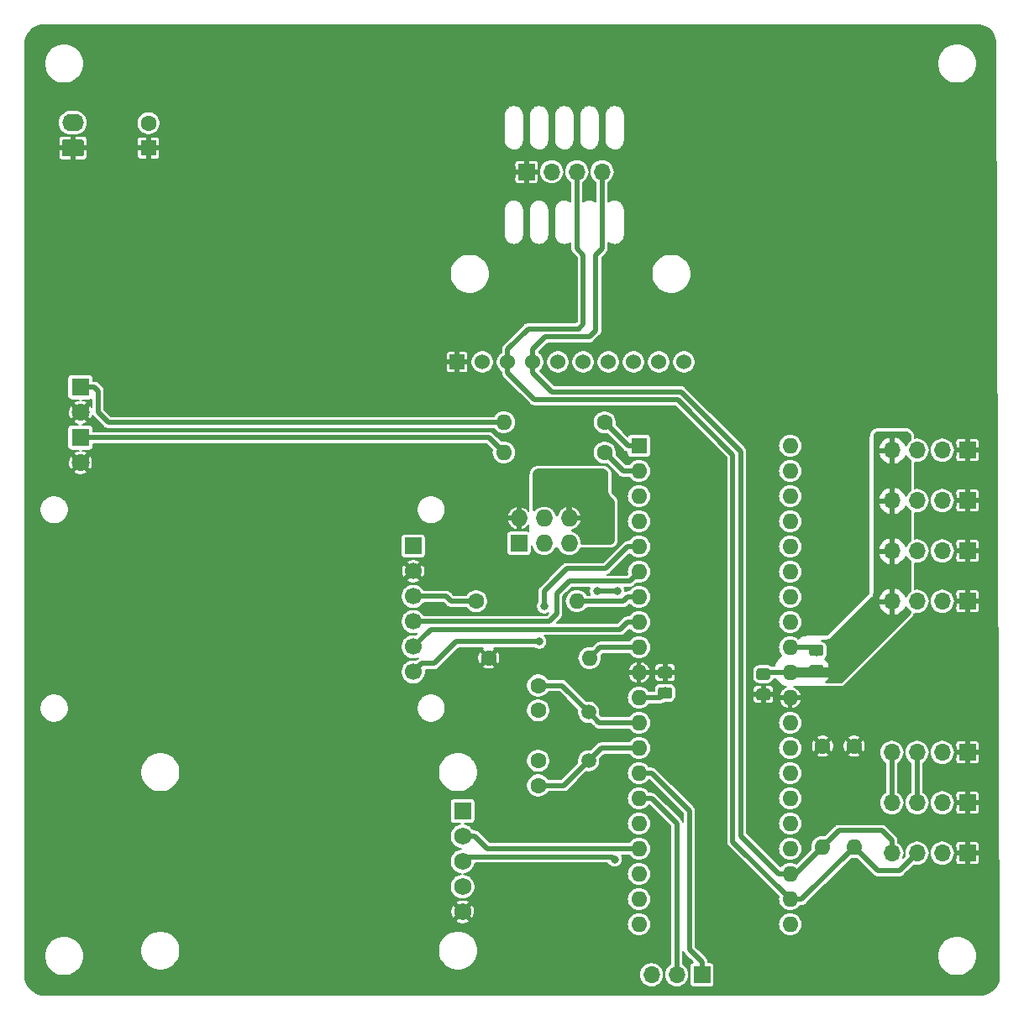
<source format=gbr>
G04 #@! TF.GenerationSoftware,KiCad,Pcbnew,5.1.4*
G04 #@! TF.CreationDate,2019-08-22T02:38:53+02:00*
G04 #@! TF.ProjectId,Stratosensor,53747261-746f-4736-956e-736f722e6b69,rev?*
G04 #@! TF.SameCoordinates,Original*
G04 #@! TF.FileFunction,Copper,L2,Bot*
G04 #@! TF.FilePolarity,Positive*
%FSLAX46Y46*%
G04 Gerber Fmt 4.6, Leading zero omitted, Abs format (unit mm)*
G04 Created by KiCad (PCBNEW 5.1.4) date 2019-08-22 02:38:53*
%MOMM*%
%LPD*%
G04 APERTURE LIST*
%ADD10O,1.700000X1.700000*%
%ADD11R,1.700000X1.700000*%
%ADD12C,0.100000*%
%ADD13C,1.150000*%
%ADD14C,1.524000*%
%ADD15R,1.524000X1.524000*%
%ADD16O,2.200000X1.740000*%
%ADD17C,1.740000*%
%ADD18C,1.600000*%
%ADD19R,1.600000X1.600000*%
%ADD20C,1.800000*%
%ADD21R,1.800000X1.800000*%
%ADD22O,1.600000X1.600000*%
%ADD23C,1.700000*%
%ADD24C,1.750000*%
%ADD25R,1.750000X1.750000*%
%ADD26C,1.500000*%
%ADD27O,1.727200X1.727200*%
%ADD28R,1.727200X1.727200*%
%ADD29C,0.800000*%
%ADD30C,0.500000*%
%ADD31C,1.000000*%
%ADD32C,0.200000*%
%ADD33C,0.300000*%
%ADD34C,0.254000*%
G04 APERTURE END LIST*
D10*
X138430000Y-109220000D03*
X140970000Y-109220000D03*
X143510000Y-109220000D03*
D11*
X146050000Y-109220000D03*
D10*
X138430000Y-104140000D03*
X140970000Y-104140000D03*
X143510000Y-104140000D03*
D11*
X146050000Y-104140000D03*
D10*
X138430000Y-99060000D03*
X140970000Y-99060000D03*
X143510000Y-99060000D03*
D11*
X146050000Y-99060000D03*
D10*
X138430000Y-93980000D03*
X140970000Y-93980000D03*
X143510000Y-93980000D03*
D11*
X146050000Y-93980000D03*
D10*
X138430000Y-124460000D03*
X140970000Y-124460000D03*
X143510000Y-124460000D03*
D11*
X146050000Y-124460000D03*
D10*
X138430000Y-129540000D03*
X140970000Y-129540000D03*
X143510000Y-129540000D03*
D11*
X146050000Y-129540000D03*
D12*
G36*
X131284505Y-115631204D02*
G01*
X131308773Y-115634804D01*
X131332572Y-115640765D01*
X131355671Y-115649030D01*
X131377850Y-115659520D01*
X131398893Y-115672132D01*
X131418599Y-115686747D01*
X131436777Y-115703223D01*
X131453253Y-115721401D01*
X131467868Y-115741107D01*
X131480480Y-115762150D01*
X131490970Y-115784329D01*
X131499235Y-115807428D01*
X131505196Y-115831227D01*
X131508796Y-115855495D01*
X131510000Y-115879999D01*
X131510000Y-116530001D01*
X131508796Y-116554505D01*
X131505196Y-116578773D01*
X131499235Y-116602572D01*
X131490970Y-116625671D01*
X131480480Y-116647850D01*
X131467868Y-116668893D01*
X131453253Y-116688599D01*
X131436777Y-116706777D01*
X131418599Y-116723253D01*
X131398893Y-116737868D01*
X131377850Y-116750480D01*
X131355671Y-116760970D01*
X131332572Y-116769235D01*
X131308773Y-116775196D01*
X131284505Y-116778796D01*
X131260001Y-116780000D01*
X130359999Y-116780000D01*
X130335495Y-116778796D01*
X130311227Y-116775196D01*
X130287428Y-116769235D01*
X130264329Y-116760970D01*
X130242150Y-116750480D01*
X130221107Y-116737868D01*
X130201401Y-116723253D01*
X130183223Y-116706777D01*
X130166747Y-116688599D01*
X130152132Y-116668893D01*
X130139520Y-116647850D01*
X130129030Y-116625671D01*
X130120765Y-116602572D01*
X130114804Y-116578773D01*
X130111204Y-116554505D01*
X130110000Y-116530001D01*
X130110000Y-115879999D01*
X130111204Y-115855495D01*
X130114804Y-115831227D01*
X130120765Y-115807428D01*
X130129030Y-115784329D01*
X130139520Y-115762150D01*
X130152132Y-115741107D01*
X130166747Y-115721401D01*
X130183223Y-115703223D01*
X130201401Y-115686747D01*
X130221107Y-115672132D01*
X130242150Y-115659520D01*
X130264329Y-115649030D01*
X130287428Y-115640765D01*
X130311227Y-115634804D01*
X130335495Y-115631204D01*
X130359999Y-115630000D01*
X131260001Y-115630000D01*
X131284505Y-115631204D01*
X131284505Y-115631204D01*
G37*
D13*
X130810000Y-116205000D03*
D12*
G36*
X131284505Y-113581204D02*
G01*
X131308773Y-113584804D01*
X131332572Y-113590765D01*
X131355671Y-113599030D01*
X131377850Y-113609520D01*
X131398893Y-113622132D01*
X131418599Y-113636747D01*
X131436777Y-113653223D01*
X131453253Y-113671401D01*
X131467868Y-113691107D01*
X131480480Y-113712150D01*
X131490970Y-113734329D01*
X131499235Y-113757428D01*
X131505196Y-113781227D01*
X131508796Y-113805495D01*
X131510000Y-113829999D01*
X131510000Y-114480001D01*
X131508796Y-114504505D01*
X131505196Y-114528773D01*
X131499235Y-114552572D01*
X131490970Y-114575671D01*
X131480480Y-114597850D01*
X131467868Y-114618893D01*
X131453253Y-114638599D01*
X131436777Y-114656777D01*
X131418599Y-114673253D01*
X131398893Y-114687868D01*
X131377850Y-114700480D01*
X131355671Y-114710970D01*
X131332572Y-114719235D01*
X131308773Y-114725196D01*
X131284505Y-114728796D01*
X131260001Y-114730000D01*
X130359999Y-114730000D01*
X130335495Y-114728796D01*
X130311227Y-114725196D01*
X130287428Y-114719235D01*
X130264329Y-114710970D01*
X130242150Y-114700480D01*
X130221107Y-114687868D01*
X130201401Y-114673253D01*
X130183223Y-114656777D01*
X130166747Y-114638599D01*
X130152132Y-114618893D01*
X130139520Y-114597850D01*
X130129030Y-114575671D01*
X130120765Y-114552572D01*
X130114804Y-114528773D01*
X130111204Y-114504505D01*
X130110000Y-114480001D01*
X130110000Y-113829999D01*
X130111204Y-113805495D01*
X130114804Y-113781227D01*
X130120765Y-113757428D01*
X130129030Y-113734329D01*
X130139520Y-113712150D01*
X130152132Y-113691107D01*
X130166747Y-113671401D01*
X130183223Y-113653223D01*
X130201401Y-113636747D01*
X130221107Y-113622132D01*
X130242150Y-113609520D01*
X130264329Y-113599030D01*
X130287428Y-113590765D01*
X130311227Y-113584804D01*
X130335495Y-113581204D01*
X130359999Y-113580000D01*
X131260001Y-113580000D01*
X131284505Y-113581204D01*
X131284505Y-113581204D01*
G37*
D13*
X130810000Y-114155000D03*
D14*
X117475000Y-85090000D03*
X114935000Y-85090000D03*
X112395000Y-85090000D03*
X109855000Y-85090000D03*
X107315000Y-85090000D03*
X104775000Y-85090000D03*
X102235000Y-85090000D03*
X99695000Y-85090000D03*
X97155000Y-85090000D03*
D15*
X94615000Y-85090000D03*
D16*
X55880000Y-60960000D03*
D12*
G36*
X56754505Y-62631204D02*
G01*
X56778773Y-62634804D01*
X56802572Y-62640765D01*
X56825671Y-62649030D01*
X56847850Y-62659520D01*
X56868893Y-62672132D01*
X56888599Y-62686747D01*
X56906777Y-62703223D01*
X56923253Y-62721401D01*
X56937868Y-62741107D01*
X56950480Y-62762150D01*
X56960970Y-62784329D01*
X56969235Y-62807428D01*
X56975196Y-62831227D01*
X56978796Y-62855495D01*
X56980000Y-62879999D01*
X56980000Y-64120001D01*
X56978796Y-64144505D01*
X56975196Y-64168773D01*
X56969235Y-64192572D01*
X56960970Y-64215671D01*
X56950480Y-64237850D01*
X56937868Y-64258893D01*
X56923253Y-64278599D01*
X56906777Y-64296777D01*
X56888599Y-64313253D01*
X56868893Y-64327868D01*
X56847850Y-64340480D01*
X56825671Y-64350970D01*
X56802572Y-64359235D01*
X56778773Y-64365196D01*
X56754505Y-64368796D01*
X56730001Y-64370000D01*
X55029999Y-64370000D01*
X55005495Y-64368796D01*
X54981227Y-64365196D01*
X54957428Y-64359235D01*
X54934329Y-64350970D01*
X54912150Y-64340480D01*
X54891107Y-64327868D01*
X54871401Y-64313253D01*
X54853223Y-64296777D01*
X54836747Y-64278599D01*
X54822132Y-64258893D01*
X54809520Y-64237850D01*
X54799030Y-64215671D01*
X54790765Y-64192572D01*
X54784804Y-64168773D01*
X54781204Y-64144505D01*
X54780000Y-64120001D01*
X54780000Y-62879999D01*
X54781204Y-62855495D01*
X54784804Y-62831227D01*
X54790765Y-62807428D01*
X54799030Y-62784329D01*
X54809520Y-62762150D01*
X54822132Y-62741107D01*
X54836747Y-62721401D01*
X54853223Y-62703223D01*
X54871401Y-62686747D01*
X54891107Y-62672132D01*
X54912150Y-62659520D01*
X54934329Y-62649030D01*
X54957428Y-62640765D01*
X54981227Y-62634804D01*
X55005495Y-62631204D01*
X55029999Y-62630000D01*
X56730001Y-62630000D01*
X56754505Y-62631204D01*
X56754505Y-62631204D01*
G37*
D17*
X55880000Y-63500000D03*
D18*
X63500000Y-61000000D03*
D19*
X63500000Y-63500000D03*
D20*
X56642000Y-95250000D03*
D21*
X56642000Y-92710000D03*
D20*
X56642000Y-90170000D03*
D21*
X56642000Y-87630000D03*
D22*
X99314000Y-94234000D03*
D18*
X109474000Y-94234000D03*
D22*
X99314000Y-91186000D03*
D18*
X109474000Y-91186000D03*
D12*
G36*
X125950505Y-118044204D02*
G01*
X125974773Y-118047804D01*
X125998572Y-118053765D01*
X126021671Y-118062030D01*
X126043850Y-118072520D01*
X126064893Y-118085132D01*
X126084599Y-118099747D01*
X126102777Y-118116223D01*
X126119253Y-118134401D01*
X126133868Y-118154107D01*
X126146480Y-118175150D01*
X126156970Y-118197329D01*
X126165235Y-118220428D01*
X126171196Y-118244227D01*
X126174796Y-118268495D01*
X126176000Y-118292999D01*
X126176000Y-118943001D01*
X126174796Y-118967505D01*
X126171196Y-118991773D01*
X126165235Y-119015572D01*
X126156970Y-119038671D01*
X126146480Y-119060850D01*
X126133868Y-119081893D01*
X126119253Y-119101599D01*
X126102777Y-119119777D01*
X126084599Y-119136253D01*
X126064893Y-119150868D01*
X126043850Y-119163480D01*
X126021671Y-119173970D01*
X125998572Y-119182235D01*
X125974773Y-119188196D01*
X125950505Y-119191796D01*
X125926001Y-119193000D01*
X125025999Y-119193000D01*
X125001495Y-119191796D01*
X124977227Y-119188196D01*
X124953428Y-119182235D01*
X124930329Y-119173970D01*
X124908150Y-119163480D01*
X124887107Y-119150868D01*
X124867401Y-119136253D01*
X124849223Y-119119777D01*
X124832747Y-119101599D01*
X124818132Y-119081893D01*
X124805520Y-119060850D01*
X124795030Y-119038671D01*
X124786765Y-119015572D01*
X124780804Y-118991773D01*
X124777204Y-118967505D01*
X124776000Y-118943001D01*
X124776000Y-118292999D01*
X124777204Y-118268495D01*
X124780804Y-118244227D01*
X124786765Y-118220428D01*
X124795030Y-118197329D01*
X124805520Y-118175150D01*
X124818132Y-118154107D01*
X124832747Y-118134401D01*
X124849223Y-118116223D01*
X124867401Y-118099747D01*
X124887107Y-118085132D01*
X124908150Y-118072520D01*
X124930329Y-118062030D01*
X124953428Y-118053765D01*
X124977227Y-118047804D01*
X125001495Y-118044204D01*
X125025999Y-118043000D01*
X125926001Y-118043000D01*
X125950505Y-118044204D01*
X125950505Y-118044204D01*
G37*
D13*
X125476000Y-118618000D03*
D12*
G36*
X125950505Y-115994204D02*
G01*
X125974773Y-115997804D01*
X125998572Y-116003765D01*
X126021671Y-116012030D01*
X126043850Y-116022520D01*
X126064893Y-116035132D01*
X126084599Y-116049747D01*
X126102777Y-116066223D01*
X126119253Y-116084401D01*
X126133868Y-116104107D01*
X126146480Y-116125150D01*
X126156970Y-116147329D01*
X126165235Y-116170428D01*
X126171196Y-116194227D01*
X126174796Y-116218495D01*
X126176000Y-116242999D01*
X126176000Y-116893001D01*
X126174796Y-116917505D01*
X126171196Y-116941773D01*
X126165235Y-116965572D01*
X126156970Y-116988671D01*
X126146480Y-117010850D01*
X126133868Y-117031893D01*
X126119253Y-117051599D01*
X126102777Y-117069777D01*
X126084599Y-117086253D01*
X126064893Y-117100868D01*
X126043850Y-117113480D01*
X126021671Y-117123970D01*
X125998572Y-117132235D01*
X125974773Y-117138196D01*
X125950505Y-117141796D01*
X125926001Y-117143000D01*
X125025999Y-117143000D01*
X125001495Y-117141796D01*
X124977227Y-117138196D01*
X124953428Y-117132235D01*
X124930329Y-117123970D01*
X124908150Y-117113480D01*
X124887107Y-117100868D01*
X124867401Y-117086253D01*
X124849223Y-117069777D01*
X124832747Y-117051599D01*
X124818132Y-117031893D01*
X124805520Y-117010850D01*
X124795030Y-116988671D01*
X124786765Y-116965572D01*
X124780804Y-116941773D01*
X124777204Y-116917505D01*
X124776000Y-116893001D01*
X124776000Y-116242999D01*
X124777204Y-116218495D01*
X124780804Y-116194227D01*
X124786765Y-116170428D01*
X124795030Y-116147329D01*
X124805520Y-116125150D01*
X124818132Y-116104107D01*
X124832747Y-116084401D01*
X124849223Y-116066223D01*
X124867401Y-116049747D01*
X124887107Y-116035132D01*
X124908150Y-116022520D01*
X124930329Y-116012030D01*
X124953428Y-116003765D01*
X124977227Y-115997804D01*
X125001495Y-115994204D01*
X125025999Y-115993000D01*
X125926001Y-115993000D01*
X125950505Y-115994204D01*
X125950505Y-115994204D01*
G37*
D13*
X125476000Y-116568000D03*
D23*
X90190000Y-116350000D03*
X90190000Y-113810000D03*
X90190000Y-111270000D03*
X90190000Y-108730000D03*
X90190000Y-106190000D03*
D11*
X90190000Y-103650000D03*
D22*
X106680000Y-109220000D03*
D18*
X96520000Y-109220000D03*
D24*
X95160000Y-138000000D03*
X95160000Y-135460000D03*
X95160000Y-132920000D03*
D25*
X95160000Y-130380000D03*
D24*
X95160000Y-140540000D03*
D10*
X114210000Y-146890000D03*
X116750000Y-146890000D03*
D11*
X119290000Y-146890000D03*
D10*
X109220000Y-65913000D03*
X106680000Y-65913000D03*
X104140000Y-65913000D03*
D11*
X101600000Y-65913000D03*
D10*
X138430000Y-134620000D03*
X140970000Y-134620000D03*
X143510000Y-134620000D03*
D11*
X146050000Y-134620000D03*
D26*
X107860000Y-120420000D03*
X107860000Y-125300000D03*
D22*
X128180000Y-93550000D03*
X112940000Y-141810000D03*
X128180000Y-96090000D03*
X112940000Y-139270000D03*
X128180000Y-98630000D03*
X112940000Y-136730000D03*
X128180000Y-101170000D03*
X112940000Y-134190000D03*
X128180000Y-103710000D03*
X112940000Y-131650000D03*
X128180000Y-106250000D03*
X112940000Y-129110000D03*
X128180000Y-108790000D03*
X112940000Y-126570000D03*
X128180000Y-111330000D03*
X112940000Y-124030000D03*
X128180000Y-113870000D03*
X112940000Y-121490000D03*
X128180000Y-116410000D03*
X112940000Y-118950000D03*
X128180000Y-118950000D03*
X112940000Y-116410000D03*
X128180000Y-121490000D03*
X112940000Y-113870000D03*
X128180000Y-124030000D03*
X112940000Y-111330000D03*
X128180000Y-126570000D03*
X112940000Y-108790000D03*
X128180000Y-129110000D03*
X112940000Y-106250000D03*
X128180000Y-131650000D03*
X112940000Y-103710000D03*
X128180000Y-134190000D03*
X112940000Y-101170000D03*
X128180000Y-136730000D03*
X112940000Y-98630000D03*
X128180000Y-139270000D03*
X112940000Y-96090000D03*
X128180000Y-141810000D03*
D19*
X112940000Y-93550000D03*
D22*
X131445000Y-133985000D03*
D18*
X131445000Y-123825000D03*
D22*
X134620000Y-133985000D03*
D18*
X134620000Y-123825000D03*
D22*
X107950000Y-114935000D03*
D18*
X97790000Y-114935000D03*
D27*
X105918000Y-100838000D03*
X105918000Y-103378000D03*
X103378000Y-100838000D03*
X103378000Y-103378000D03*
X100838000Y-100838000D03*
D28*
X100838000Y-103378000D03*
D12*
G36*
X116044505Y-115836204D02*
G01*
X116068773Y-115839804D01*
X116092572Y-115845765D01*
X116115671Y-115854030D01*
X116137850Y-115864520D01*
X116158893Y-115877132D01*
X116178599Y-115891747D01*
X116196777Y-115908223D01*
X116213253Y-115926401D01*
X116227868Y-115946107D01*
X116240480Y-115967150D01*
X116250970Y-115989329D01*
X116259235Y-116012428D01*
X116265196Y-116036227D01*
X116268796Y-116060495D01*
X116270000Y-116084999D01*
X116270000Y-116735001D01*
X116268796Y-116759505D01*
X116265196Y-116783773D01*
X116259235Y-116807572D01*
X116250970Y-116830671D01*
X116240480Y-116852850D01*
X116227868Y-116873893D01*
X116213253Y-116893599D01*
X116196777Y-116911777D01*
X116178599Y-116928253D01*
X116158893Y-116942868D01*
X116137850Y-116955480D01*
X116115671Y-116965970D01*
X116092572Y-116974235D01*
X116068773Y-116980196D01*
X116044505Y-116983796D01*
X116020001Y-116985000D01*
X115119999Y-116985000D01*
X115095495Y-116983796D01*
X115071227Y-116980196D01*
X115047428Y-116974235D01*
X115024329Y-116965970D01*
X115002150Y-116955480D01*
X114981107Y-116942868D01*
X114961401Y-116928253D01*
X114943223Y-116911777D01*
X114926747Y-116893599D01*
X114912132Y-116873893D01*
X114899520Y-116852850D01*
X114889030Y-116830671D01*
X114880765Y-116807572D01*
X114874804Y-116783773D01*
X114871204Y-116759505D01*
X114870000Y-116735001D01*
X114870000Y-116084999D01*
X114871204Y-116060495D01*
X114874804Y-116036227D01*
X114880765Y-116012428D01*
X114889030Y-115989329D01*
X114899520Y-115967150D01*
X114912132Y-115946107D01*
X114926747Y-115926401D01*
X114943223Y-115908223D01*
X114961401Y-115891747D01*
X114981107Y-115877132D01*
X115002150Y-115864520D01*
X115024329Y-115854030D01*
X115047428Y-115845765D01*
X115071227Y-115839804D01*
X115095495Y-115836204D01*
X115119999Y-115835000D01*
X116020001Y-115835000D01*
X116044505Y-115836204D01*
X116044505Y-115836204D01*
G37*
D13*
X115570000Y-116410000D03*
D12*
G36*
X116044505Y-117886204D02*
G01*
X116068773Y-117889804D01*
X116092572Y-117895765D01*
X116115671Y-117904030D01*
X116137850Y-117914520D01*
X116158893Y-117927132D01*
X116178599Y-117941747D01*
X116196777Y-117958223D01*
X116213253Y-117976401D01*
X116227868Y-117996107D01*
X116240480Y-118017150D01*
X116250970Y-118039329D01*
X116259235Y-118062428D01*
X116265196Y-118086227D01*
X116268796Y-118110495D01*
X116270000Y-118134999D01*
X116270000Y-118785001D01*
X116268796Y-118809505D01*
X116265196Y-118833773D01*
X116259235Y-118857572D01*
X116250970Y-118880671D01*
X116240480Y-118902850D01*
X116227868Y-118923893D01*
X116213253Y-118943599D01*
X116196777Y-118961777D01*
X116178599Y-118978253D01*
X116158893Y-118992868D01*
X116137850Y-119005480D01*
X116115671Y-119015970D01*
X116092572Y-119024235D01*
X116068773Y-119030196D01*
X116044505Y-119033796D01*
X116020001Y-119035000D01*
X115119999Y-119035000D01*
X115095495Y-119033796D01*
X115071227Y-119030196D01*
X115047428Y-119024235D01*
X115024329Y-119015970D01*
X115002150Y-119005480D01*
X114981107Y-118992868D01*
X114961401Y-118978253D01*
X114943223Y-118961777D01*
X114926747Y-118943599D01*
X114912132Y-118923893D01*
X114899520Y-118902850D01*
X114889030Y-118880671D01*
X114880765Y-118857572D01*
X114874804Y-118833773D01*
X114871204Y-118809505D01*
X114870000Y-118785001D01*
X114870000Y-118134999D01*
X114871204Y-118110495D01*
X114874804Y-118086227D01*
X114880765Y-118062428D01*
X114889030Y-118039329D01*
X114899520Y-118017150D01*
X114912132Y-117996107D01*
X114926747Y-117976401D01*
X114943223Y-117958223D01*
X114961401Y-117941747D01*
X114981107Y-117927132D01*
X115002150Y-117914520D01*
X115024329Y-117904030D01*
X115047428Y-117895765D01*
X115071227Y-117889804D01*
X115095495Y-117886204D01*
X115119999Y-117885000D01*
X116020001Y-117885000D01*
X116044505Y-117886204D01*
X116044505Y-117886204D01*
G37*
D13*
X115570000Y-118460000D03*
D18*
X102780000Y-120220000D03*
X102780000Y-117720000D03*
X102780000Y-125300000D03*
X102780000Y-127800000D03*
D29*
X103505000Y-96520000D03*
X106680000Y-96520000D03*
X109220000Y-96520000D03*
X109728000Y-100965000D03*
X108204000Y-102616000D03*
X108204000Y-99060000D03*
X105156000Y-99060000D03*
X124460000Y-128905000D03*
X124460000Y-99695000D03*
X120650000Y-109220000D03*
X64770000Y-93980000D03*
X68580000Y-93980000D03*
X64770000Y-90170000D03*
X68580000Y-90170000D03*
X83820000Y-90170000D03*
X87630000Y-90170000D03*
X83820000Y-93980000D03*
X87630000Y-93980000D03*
X106045000Y-76200000D03*
X109855000Y-76200000D03*
X106045000Y-80010000D03*
X109855000Y-80010000D03*
X66675000Y-90170000D03*
X66675000Y-93980000D03*
X85725000Y-90170000D03*
X85725000Y-93980000D03*
X106045000Y-78105000D03*
X109855000Y-78105000D03*
X120650000Y-97790000D03*
X124460000Y-97790000D03*
X120650000Y-111125000D03*
X124460000Y-111125000D03*
X120650000Y-127000000D03*
X124460000Y-127000000D03*
X124460000Y-95885000D03*
X120650000Y-95885000D03*
X120650000Y-99695000D03*
X124460000Y-109220000D03*
X124460000Y-113030000D03*
X120650000Y-113030000D03*
X124460000Y-125095000D03*
X120650000Y-125095000D03*
X120650000Y-128905000D03*
X106680000Y-132715000D03*
X106680000Y-136525000D03*
X104775000Y-136525000D03*
X108585000Y-136525000D03*
X104775000Y-132715000D03*
X108585000Y-132715000D03*
X110744000Y-108204000D03*
X108712000Y-108204000D03*
X110490000Y-135255000D03*
X103378000Y-109728000D03*
X102870000Y-113284000D03*
D30*
X115080000Y-118950000D02*
X115570000Y-118460000D01*
X112940000Y-118950000D02*
X115080000Y-118950000D01*
X125634000Y-116410000D02*
X125476000Y-116568000D01*
X128180000Y-116410000D02*
X125634000Y-116410000D01*
D31*
X130605000Y-116410000D02*
X130810000Y-116205000D01*
X129970000Y-116410000D02*
X132510000Y-116410000D01*
X129970000Y-116410000D02*
X130605000Y-116410000D01*
X128180000Y-116410000D02*
X129970000Y-116410000D01*
D30*
X109130000Y-124030000D02*
X107860000Y-125300000D01*
X112940000Y-124030000D02*
X109130000Y-124030000D01*
X105360000Y-127800000D02*
X107860000Y-125300000D01*
X102780000Y-127800000D02*
X105360000Y-127800000D01*
X108930000Y-121490000D02*
X107860000Y-120420000D01*
X112940000Y-121490000D02*
X108930000Y-121490000D01*
X105160000Y-117720000D02*
X107860000Y-120420000D01*
X102780000Y-117720000D02*
X105160000Y-117720000D01*
X109015000Y-113870000D02*
X107950000Y-114935000D01*
X112940000Y-113870000D02*
X109015000Y-113870000D01*
X91392081Y-111270000D02*
X91410081Y-111252000D01*
X90190000Y-111270000D02*
X91392081Y-111270000D01*
X91410081Y-111252000D02*
X103886000Y-111252000D01*
X103886000Y-111252000D02*
X104648000Y-110490000D01*
X104648000Y-110490000D02*
X104648000Y-108458000D01*
X104648000Y-108458000D02*
X105918000Y-107188000D01*
X112002000Y-107188000D02*
X112940000Y-106250000D01*
X105918000Y-107188000D02*
X112002000Y-107188000D01*
X90190000Y-113810000D02*
X91947990Y-112052010D01*
X111758020Y-111330000D02*
X112940000Y-111330000D01*
X111036010Y-112052010D02*
X111758020Y-111330000D01*
X111036010Y-112052010D02*
X91947990Y-112052010D01*
X108712000Y-108204000D02*
X110744000Y-108204000D01*
X106680000Y-109220000D02*
X109220000Y-109220000D01*
X111378630Y-109220000D02*
X109220000Y-109220000D01*
X111808630Y-108790000D02*
X111378630Y-109220000D01*
X112940000Y-108790000D02*
X111808630Y-108790000D01*
X129335000Y-139270000D02*
X134620000Y-133985000D01*
X128180000Y-139270000D02*
X129335000Y-139270000D01*
X140970000Y-128337919D02*
X140970000Y-124460000D01*
X140970000Y-129540000D02*
X140970000Y-128337919D01*
X139192000Y-136398000D02*
X140970000Y-134620000D01*
X134620000Y-133985000D02*
X137033000Y-136398000D01*
X137033000Y-136398000D02*
X139192000Y-136398000D01*
X122389990Y-133479990D02*
X128180000Y-139270000D01*
X99695000Y-86167630D02*
X102427370Y-88900000D01*
X99695000Y-85090000D02*
X99695000Y-86167630D01*
X102427370Y-88900000D02*
X116840000Y-88900000D01*
X116840000Y-88900000D02*
X122389990Y-94449990D01*
X122389990Y-94449990D02*
X122389990Y-133479990D01*
X101765010Y-81749990D02*
X99695000Y-83820000D01*
X106680000Y-65913000D02*
X106680000Y-73660000D01*
X106680000Y-73660000D02*
X107315000Y-74295000D01*
X99695000Y-83820000D02*
X99695000Y-85090000D01*
X107315000Y-74295000D02*
X107315000Y-81280000D01*
X107315000Y-81280000D02*
X106845010Y-81749990D01*
X106845010Y-81749990D02*
X101765010Y-81749990D01*
X128700000Y-136730000D02*
X131445000Y-133985000D01*
X128180000Y-136730000D02*
X128700000Y-136730000D01*
X138430000Y-129540000D02*
X138430000Y-124460000D01*
X138430000Y-133350000D02*
X138430000Y-134620000D01*
X137414000Y-132334000D02*
X138430000Y-133350000D01*
X131445000Y-133985000D02*
X133096000Y-132334000D01*
X133096000Y-132334000D02*
X137414000Y-132334000D01*
X127048630Y-136730000D02*
X128180000Y-136730000D01*
X123190000Y-132871370D02*
X127048630Y-136730000D01*
X102235000Y-85090000D02*
X102235000Y-86167630D01*
X102235000Y-86167630D02*
X104167360Y-88099990D01*
X117171374Y-88099990D02*
X123190000Y-94118616D01*
X104167360Y-88099990D02*
X117171374Y-88099990D01*
X123190000Y-94118616D02*
X123190000Y-132871370D01*
X108585000Y-74295000D02*
X109220000Y-73660000D01*
X102235000Y-83820000D02*
X103505000Y-82550000D01*
X109220000Y-73660000D02*
X109220000Y-65913000D01*
X107950000Y-82550000D02*
X108585000Y-81915000D01*
X102235000Y-85090000D02*
X102235000Y-83820000D01*
X103505000Y-82550000D02*
X107950000Y-82550000D01*
X108585000Y-81915000D02*
X108585000Y-74295000D01*
X96397436Y-132920000D02*
X97667436Y-134190000D01*
X95160000Y-132920000D02*
X96397436Y-132920000D01*
X97667436Y-134190000D02*
X97995000Y-134190000D01*
X112940000Y-134190000D02*
X97995000Y-134190000D01*
X95629990Y-134990010D02*
X100330000Y-134990010D01*
X95160000Y-135460000D02*
X95629990Y-134990010D01*
X100330000Y-134990010D02*
X110225010Y-134990010D01*
X110225010Y-134990010D02*
X110490000Y-135255000D01*
X116750000Y-146890000D02*
X116750000Y-131650000D01*
X114210000Y-129110000D02*
X112940000Y-129110000D01*
X116750000Y-131650000D02*
X114210000Y-129110000D01*
X114210000Y-126570000D02*
X112940000Y-126570000D01*
X118020000Y-130380000D02*
X114210000Y-126570000D01*
X118020000Y-144350000D02*
X118020000Y-130380000D01*
X119290000Y-146890000D02*
X119290000Y-145620000D01*
X119290000Y-145620000D02*
X118020000Y-144350000D01*
X91039999Y-115500001D02*
X92271999Y-115500001D01*
X90190000Y-116350000D02*
X91039999Y-115500001D01*
X92271999Y-115500001D02*
X94488000Y-113284000D01*
X111808630Y-103710000D02*
X109600630Y-105918000D01*
X112940000Y-103710000D02*
X111808630Y-103710000D01*
X109600630Y-105918000D02*
X105664000Y-105918000D01*
X105664000Y-105918000D02*
X103378000Y-108204000D01*
X103378000Y-108204000D02*
X103378000Y-109728000D01*
X94488000Y-113284000D02*
X102870000Y-113284000D01*
X93490000Y-108730000D02*
X90190000Y-108730000D01*
X96520000Y-109220000D02*
X93980000Y-109220000D01*
X93980000Y-109220000D02*
X93490000Y-108730000D01*
X58042000Y-87630000D02*
X58420000Y-88008000D01*
X56642000Y-87630000D02*
X58042000Y-87630000D01*
X58420000Y-88008000D02*
X58420000Y-90170000D01*
X99314000Y-91186000D02*
X59436000Y-91186000D01*
X59436000Y-91186000D02*
X58420000Y-90170000D01*
X97790000Y-92710000D02*
X56642000Y-92710000D01*
X99314000Y-94234000D02*
X97790000Y-92710000D01*
X111838000Y-93550000D02*
X109474000Y-91186000D01*
X112940000Y-93550000D02*
X111838000Y-93550000D01*
X111330000Y-96090000D02*
X112940000Y-96090000D01*
X109474000Y-94234000D02*
X111330000Y-96090000D01*
X130525000Y-113870000D02*
X130810000Y-114155000D01*
X128180000Y-113870000D02*
X130525000Y-113870000D01*
D32*
G36*
X147276917Y-51119502D02*
G01*
X147541204Y-51176858D01*
X147794657Y-51271157D01*
X148032164Y-51400493D01*
X148248890Y-51562236D01*
X148440463Y-51753122D01*
X148602989Y-51969273D01*
X148733172Y-52206303D01*
X148828384Y-52459430D01*
X148886687Y-52723498D01*
X148907172Y-52996741D01*
X149244779Y-146989592D01*
X149226083Y-147264221D01*
X149169160Y-147529857D01*
X149074926Y-147784667D01*
X148945313Y-148023423D01*
X148782968Y-148241253D01*
X148591213Y-148433698D01*
X148373969Y-148596823D01*
X148135676Y-148727294D01*
X147881214Y-148822441D01*
X147615781Y-148880318D01*
X147341224Y-148900000D01*
X53003569Y-148900000D01*
X52729642Y-148880409D01*
X52464777Y-148822790D01*
X52210819Y-148728069D01*
X51972920Y-148598166D01*
X51755935Y-148435733D01*
X51564267Y-148244065D01*
X51401834Y-148027080D01*
X51271931Y-147789181D01*
X51177210Y-147535223D01*
X51119591Y-147270358D01*
X51100000Y-146996431D01*
X51100000Y-144803017D01*
X53000000Y-144803017D01*
X53000000Y-145196983D01*
X53076859Y-145583378D01*
X53227623Y-145947355D01*
X53446499Y-146274926D01*
X53725074Y-146553501D01*
X54052645Y-146772377D01*
X54416622Y-146923141D01*
X54803017Y-147000000D01*
X55196983Y-147000000D01*
X55583378Y-146923141D01*
X55663387Y-146890000D01*
X112953952Y-146890000D01*
X112978087Y-147135043D01*
X113049563Y-147370669D01*
X113165634Y-147587823D01*
X113321840Y-147778160D01*
X113512177Y-147934366D01*
X113729331Y-148050437D01*
X113964957Y-148121913D01*
X114148595Y-148140000D01*
X114271405Y-148140000D01*
X114455043Y-148121913D01*
X114690669Y-148050437D01*
X114907823Y-147934366D01*
X115098160Y-147778160D01*
X115254366Y-147587823D01*
X115370437Y-147370669D01*
X115441913Y-147135043D01*
X115466048Y-146890000D01*
X115441913Y-146644957D01*
X115370437Y-146409331D01*
X115254366Y-146192177D01*
X115098160Y-146001840D01*
X114907823Y-145845634D01*
X114690669Y-145729563D01*
X114455043Y-145658087D01*
X114271405Y-145640000D01*
X114148595Y-145640000D01*
X113964957Y-145658087D01*
X113729331Y-145729563D01*
X113512177Y-145845634D01*
X113321840Y-146001840D01*
X113165634Y-146192177D01*
X113049563Y-146409331D01*
X112978087Y-146644957D01*
X112953952Y-146890000D01*
X55663387Y-146890000D01*
X55947355Y-146772377D01*
X56274926Y-146553501D01*
X56553501Y-146274926D01*
X56772377Y-145947355D01*
X56923141Y-145583378D01*
X57000000Y-145196983D01*
X57000000Y-144803017D01*
X56923141Y-144416622D01*
X56859516Y-144263017D01*
X62700000Y-144263017D01*
X62700000Y-144656983D01*
X62776859Y-145043378D01*
X62927623Y-145407355D01*
X63146499Y-145734926D01*
X63425074Y-146013501D01*
X63752645Y-146232377D01*
X64116622Y-146383141D01*
X64503017Y-146460000D01*
X64896983Y-146460000D01*
X65283378Y-146383141D01*
X65647355Y-146232377D01*
X65974926Y-146013501D01*
X66253501Y-145734926D01*
X66472377Y-145407355D01*
X66623141Y-145043378D01*
X66700000Y-144656983D01*
X66700000Y-144263017D01*
X92700000Y-144263017D01*
X92700000Y-144656983D01*
X92776859Y-145043378D01*
X92927623Y-145407355D01*
X93146499Y-145734926D01*
X93425074Y-146013501D01*
X93752645Y-146232377D01*
X94116622Y-146383141D01*
X94503017Y-146460000D01*
X94896983Y-146460000D01*
X95283378Y-146383141D01*
X95647355Y-146232377D01*
X95974926Y-146013501D01*
X96253501Y-145734926D01*
X96472377Y-145407355D01*
X96623141Y-145043378D01*
X96700000Y-144656983D01*
X96700000Y-144263017D01*
X96623141Y-143876622D01*
X96472377Y-143512645D01*
X96253501Y-143185074D01*
X95974926Y-142906499D01*
X95647355Y-142687623D01*
X95283378Y-142536859D01*
X94896983Y-142460000D01*
X94503017Y-142460000D01*
X94116622Y-142536859D01*
X93752645Y-142687623D01*
X93425074Y-142906499D01*
X93146499Y-143185074D01*
X92927623Y-143512645D01*
X92776859Y-143876622D01*
X92700000Y-144263017D01*
X66700000Y-144263017D01*
X66623141Y-143876622D01*
X66472377Y-143512645D01*
X66253501Y-143185074D01*
X65974926Y-142906499D01*
X65647355Y-142687623D01*
X65283378Y-142536859D01*
X64896983Y-142460000D01*
X64503017Y-142460000D01*
X64116622Y-142536859D01*
X63752645Y-142687623D01*
X63425074Y-142906499D01*
X63146499Y-143185074D01*
X62927623Y-143512645D01*
X62776859Y-143876622D01*
X62700000Y-144263017D01*
X56859516Y-144263017D01*
X56772377Y-144052645D01*
X56553501Y-143725074D01*
X56274926Y-143446499D01*
X55947355Y-143227623D01*
X55583378Y-143076859D01*
X55196983Y-143000000D01*
X54803017Y-143000000D01*
X54416622Y-143076859D01*
X54052645Y-143227623D01*
X53725074Y-143446499D01*
X53446499Y-143725074D01*
X53227623Y-144052645D01*
X53076859Y-144416622D01*
X53000000Y-144803017D01*
X51100000Y-144803017D01*
X51100000Y-141810000D01*
X111734194Y-141810000D01*
X111757363Y-142045241D01*
X111825981Y-142271442D01*
X111937409Y-142479910D01*
X112087366Y-142662634D01*
X112270090Y-142812591D01*
X112478558Y-142924019D01*
X112704759Y-142992637D01*
X112881050Y-143010000D01*
X112998950Y-143010000D01*
X113175241Y-142992637D01*
X113401442Y-142924019D01*
X113609910Y-142812591D01*
X113792634Y-142662634D01*
X113942591Y-142479910D01*
X114054019Y-142271442D01*
X114122637Y-142045241D01*
X114145806Y-141810000D01*
X114122637Y-141574759D01*
X114054019Y-141348558D01*
X113942591Y-141140090D01*
X113792634Y-140957366D01*
X113609910Y-140807409D01*
X113401442Y-140695981D01*
X113175241Y-140627363D01*
X112998950Y-140610000D01*
X112881050Y-140610000D01*
X112704759Y-140627363D01*
X112478558Y-140695981D01*
X112270090Y-140807409D01*
X112087366Y-140957366D01*
X111937409Y-141140090D01*
X111825981Y-141348558D01*
X111757363Y-141574759D01*
X111734194Y-141810000D01*
X51100000Y-141810000D01*
X51100000Y-141450053D01*
X94467736Y-141450053D01*
X94566753Y-141618536D01*
X94788564Y-141713548D01*
X95024649Y-141763462D01*
X95265936Y-141766359D01*
X95503151Y-141722128D01*
X95727180Y-141632468D01*
X95753247Y-141618536D01*
X95852264Y-141450053D01*
X95160000Y-140757789D01*
X94467736Y-141450053D01*
X51100000Y-141450053D01*
X51100000Y-140645936D01*
X93933641Y-140645936D01*
X93977872Y-140883151D01*
X94067532Y-141107180D01*
X94081464Y-141133247D01*
X94249947Y-141232264D01*
X94942211Y-140540000D01*
X95377789Y-140540000D01*
X96070053Y-141232264D01*
X96238536Y-141133247D01*
X96333548Y-140911436D01*
X96383462Y-140675351D01*
X96386359Y-140434064D01*
X96342128Y-140196849D01*
X96252468Y-139972820D01*
X96238536Y-139946753D01*
X96070053Y-139847736D01*
X95377789Y-140540000D01*
X94942211Y-140540000D01*
X94249947Y-139847736D01*
X94081464Y-139946753D01*
X93986452Y-140168564D01*
X93936538Y-140404649D01*
X93933641Y-140645936D01*
X51100000Y-140645936D01*
X51100000Y-139629947D01*
X94467736Y-139629947D01*
X95160000Y-140322211D01*
X95852264Y-139629947D01*
X95753247Y-139461464D01*
X95531436Y-139366452D01*
X95295351Y-139316538D01*
X95054064Y-139313641D01*
X94816849Y-139357872D01*
X94592820Y-139447532D01*
X94566753Y-139461464D01*
X94467736Y-139629947D01*
X51100000Y-139629947D01*
X51100000Y-129505000D01*
X93883065Y-129505000D01*
X93883065Y-131255000D01*
X93890788Y-131333414D01*
X93913660Y-131408814D01*
X93950803Y-131478303D01*
X94000789Y-131539211D01*
X94061697Y-131589197D01*
X94131186Y-131626340D01*
X94206586Y-131649212D01*
X94285000Y-131656935D01*
X94974422Y-131656935D01*
X94788096Y-131693998D01*
X94556061Y-131790110D01*
X94347235Y-131929643D01*
X94169643Y-132107235D01*
X94030110Y-132316061D01*
X93933998Y-132548096D01*
X93885000Y-132794423D01*
X93885000Y-133045577D01*
X93933998Y-133291904D01*
X94030110Y-133523939D01*
X94169643Y-133732765D01*
X94347235Y-133910357D01*
X94556061Y-134049890D01*
X94788096Y-134146002D01*
X95009287Y-134190000D01*
X94788096Y-134233998D01*
X94556061Y-134330110D01*
X94347235Y-134469643D01*
X94169643Y-134647235D01*
X94030110Y-134856061D01*
X93933998Y-135088096D01*
X93885000Y-135334423D01*
X93885000Y-135585577D01*
X93933998Y-135831904D01*
X94030110Y-136063939D01*
X94169643Y-136272765D01*
X94347235Y-136450357D01*
X94556061Y-136589890D01*
X94788096Y-136686002D01*
X95009287Y-136730000D01*
X94788096Y-136773998D01*
X94556061Y-136870110D01*
X94347235Y-137009643D01*
X94169643Y-137187235D01*
X94030110Y-137396061D01*
X93933998Y-137628096D01*
X93885000Y-137874423D01*
X93885000Y-138125577D01*
X93933998Y-138371904D01*
X94030110Y-138603939D01*
X94169643Y-138812765D01*
X94347235Y-138990357D01*
X94556061Y-139129890D01*
X94788096Y-139226002D01*
X95034423Y-139275000D01*
X95285577Y-139275000D01*
X95310713Y-139270000D01*
X111734194Y-139270000D01*
X111757363Y-139505241D01*
X111825981Y-139731442D01*
X111937409Y-139939910D01*
X112087366Y-140122634D01*
X112270090Y-140272591D01*
X112478558Y-140384019D01*
X112704759Y-140452637D01*
X112881050Y-140470000D01*
X112998950Y-140470000D01*
X113175241Y-140452637D01*
X113401442Y-140384019D01*
X113609910Y-140272591D01*
X113792634Y-140122634D01*
X113942591Y-139939910D01*
X114054019Y-139731442D01*
X114122637Y-139505241D01*
X114145806Y-139270000D01*
X114122637Y-139034759D01*
X114054019Y-138808558D01*
X113942591Y-138600090D01*
X113792634Y-138417366D01*
X113609910Y-138267409D01*
X113401442Y-138155981D01*
X113175241Y-138087363D01*
X112998950Y-138070000D01*
X112881050Y-138070000D01*
X112704759Y-138087363D01*
X112478558Y-138155981D01*
X112270090Y-138267409D01*
X112087366Y-138417366D01*
X111937409Y-138600090D01*
X111825981Y-138808558D01*
X111757363Y-139034759D01*
X111734194Y-139270000D01*
X95310713Y-139270000D01*
X95531904Y-139226002D01*
X95763939Y-139129890D01*
X95972765Y-138990357D01*
X96150357Y-138812765D01*
X96289890Y-138603939D01*
X96386002Y-138371904D01*
X96435000Y-138125577D01*
X96435000Y-137874423D01*
X96386002Y-137628096D01*
X96289890Y-137396061D01*
X96150357Y-137187235D01*
X95972765Y-137009643D01*
X95763939Y-136870110D01*
X95531904Y-136773998D01*
X95310713Y-136730000D01*
X111734194Y-136730000D01*
X111757363Y-136965241D01*
X111825981Y-137191442D01*
X111937409Y-137399910D01*
X112087366Y-137582634D01*
X112270090Y-137732591D01*
X112478558Y-137844019D01*
X112704759Y-137912637D01*
X112881050Y-137930000D01*
X112998950Y-137930000D01*
X113175241Y-137912637D01*
X113401442Y-137844019D01*
X113609910Y-137732591D01*
X113792634Y-137582634D01*
X113942591Y-137399910D01*
X114054019Y-137191442D01*
X114122637Y-136965241D01*
X114145806Y-136730000D01*
X114122637Y-136494759D01*
X114054019Y-136268558D01*
X113942591Y-136060090D01*
X113792634Y-135877366D01*
X113609910Y-135727409D01*
X113401442Y-135615981D01*
X113175241Y-135547363D01*
X112998950Y-135530000D01*
X112881050Y-135530000D01*
X112704759Y-135547363D01*
X112478558Y-135615981D01*
X112270090Y-135727409D01*
X112087366Y-135877366D01*
X111937409Y-136060090D01*
X111825981Y-136268558D01*
X111757363Y-136494759D01*
X111734194Y-136730000D01*
X95310713Y-136730000D01*
X95531904Y-136686002D01*
X95763939Y-136589890D01*
X95972765Y-136450357D01*
X96150357Y-136272765D01*
X96289890Y-136063939D01*
X96386002Y-135831904D01*
X96424172Y-135640010D01*
X109785104Y-135640010D01*
X109868599Y-135764970D01*
X109980030Y-135876401D01*
X110111058Y-135963951D01*
X110256649Y-136024257D01*
X110411207Y-136055000D01*
X110568793Y-136055000D01*
X110723351Y-136024257D01*
X110868942Y-135963951D01*
X110999970Y-135876401D01*
X111111401Y-135764970D01*
X111198951Y-135633942D01*
X111259257Y-135488351D01*
X111290000Y-135333793D01*
X111290000Y-135176207D01*
X111259257Y-135021649D01*
X111198951Y-134876058D01*
X111174858Y-134840000D01*
X111926767Y-134840000D01*
X111937409Y-134859910D01*
X112087366Y-135042634D01*
X112270090Y-135192591D01*
X112478558Y-135304019D01*
X112704759Y-135372637D01*
X112881050Y-135390000D01*
X112998950Y-135390000D01*
X113175241Y-135372637D01*
X113401442Y-135304019D01*
X113609910Y-135192591D01*
X113792634Y-135042634D01*
X113942591Y-134859910D01*
X114054019Y-134651442D01*
X114122637Y-134425241D01*
X114145806Y-134190000D01*
X114122637Y-133954759D01*
X114054019Y-133728558D01*
X113942591Y-133520090D01*
X113792634Y-133337366D01*
X113609910Y-133187409D01*
X113401442Y-133075981D01*
X113175241Y-133007363D01*
X112998950Y-132990000D01*
X112881050Y-132990000D01*
X112704759Y-133007363D01*
X112478558Y-133075981D01*
X112270090Y-133187409D01*
X112087366Y-133337366D01*
X111937409Y-133520090D01*
X111926767Y-133540000D01*
X97936675Y-133540000D01*
X96879636Y-132482962D01*
X96859279Y-132458157D01*
X96760304Y-132376930D01*
X96647384Y-132316573D01*
X96524858Y-132279405D01*
X96429368Y-132270000D01*
X96429357Y-132270000D01*
X96397436Y-132266856D01*
X96365515Y-132270000D01*
X96259113Y-132270000D01*
X96150357Y-132107235D01*
X95972765Y-131929643D01*
X95763939Y-131790110D01*
X95531904Y-131693998D01*
X95345578Y-131656935D01*
X96035000Y-131656935D01*
X96105413Y-131650000D01*
X111734194Y-131650000D01*
X111757363Y-131885241D01*
X111825981Y-132111442D01*
X111937409Y-132319910D01*
X112087366Y-132502634D01*
X112270090Y-132652591D01*
X112478558Y-132764019D01*
X112704759Y-132832637D01*
X112881050Y-132850000D01*
X112998950Y-132850000D01*
X113175241Y-132832637D01*
X113401442Y-132764019D01*
X113609910Y-132652591D01*
X113792634Y-132502634D01*
X113942591Y-132319910D01*
X114054019Y-132111442D01*
X114122637Y-131885241D01*
X114145806Y-131650000D01*
X114122637Y-131414759D01*
X114054019Y-131188558D01*
X113942591Y-130980090D01*
X113792634Y-130797366D01*
X113609910Y-130647409D01*
X113401442Y-130535981D01*
X113175241Y-130467363D01*
X112998950Y-130450000D01*
X112881050Y-130450000D01*
X112704759Y-130467363D01*
X112478558Y-130535981D01*
X112270090Y-130647409D01*
X112087366Y-130797366D01*
X111937409Y-130980090D01*
X111825981Y-131188558D01*
X111757363Y-131414759D01*
X111734194Y-131650000D01*
X96105413Y-131650000D01*
X96113414Y-131649212D01*
X96188814Y-131626340D01*
X96258303Y-131589197D01*
X96319211Y-131539211D01*
X96369197Y-131478303D01*
X96406340Y-131408814D01*
X96429212Y-131333414D01*
X96436935Y-131255000D01*
X96436935Y-129505000D01*
X96429212Y-129426586D01*
X96406340Y-129351186D01*
X96369197Y-129281697D01*
X96319211Y-129220789D01*
X96258303Y-129170803D01*
X96188814Y-129133660D01*
X96113414Y-129110788D01*
X96035000Y-129103065D01*
X94285000Y-129103065D01*
X94206586Y-129110788D01*
X94131186Y-129133660D01*
X94061697Y-129170803D01*
X94000789Y-129220789D01*
X93950803Y-129281697D01*
X93913660Y-129351186D01*
X93890788Y-129426586D01*
X93883065Y-129505000D01*
X51100000Y-129505000D01*
X51100000Y-126263017D01*
X62700000Y-126263017D01*
X62700000Y-126656983D01*
X62776859Y-127043378D01*
X62927623Y-127407355D01*
X63146499Y-127734926D01*
X63425074Y-128013501D01*
X63752645Y-128232377D01*
X64116622Y-128383141D01*
X64503017Y-128460000D01*
X64896983Y-128460000D01*
X65283378Y-128383141D01*
X65647355Y-128232377D01*
X65974926Y-128013501D01*
X66253501Y-127734926D01*
X66472377Y-127407355D01*
X66623141Y-127043378D01*
X66700000Y-126656983D01*
X66700000Y-126263017D01*
X92700000Y-126263017D01*
X92700000Y-126656983D01*
X92776859Y-127043378D01*
X92927623Y-127407355D01*
X93146499Y-127734926D01*
X93425074Y-128013501D01*
X93752645Y-128232377D01*
X94116622Y-128383141D01*
X94503017Y-128460000D01*
X94896983Y-128460000D01*
X95283378Y-128383141D01*
X95647355Y-128232377D01*
X95974926Y-128013501D01*
X96253501Y-127734926D01*
X96288991Y-127681810D01*
X101580000Y-127681810D01*
X101580000Y-127918190D01*
X101626116Y-128150027D01*
X101716574Y-128368413D01*
X101847899Y-128564955D01*
X102015045Y-128732101D01*
X102211587Y-128863426D01*
X102429973Y-128953884D01*
X102661810Y-129000000D01*
X102898190Y-129000000D01*
X103130027Y-128953884D01*
X103348413Y-128863426D01*
X103544955Y-128732101D01*
X103712101Y-128564955D01*
X103788911Y-128450000D01*
X105328079Y-128450000D01*
X105360000Y-128453144D01*
X105391921Y-128450000D01*
X105391932Y-128450000D01*
X105487422Y-128440595D01*
X105609948Y-128403427D01*
X105722868Y-128343070D01*
X105821843Y-128261843D01*
X105842200Y-128237038D01*
X107509238Y-126570000D01*
X111734194Y-126570000D01*
X111757363Y-126805241D01*
X111825981Y-127031442D01*
X111937409Y-127239910D01*
X112087366Y-127422634D01*
X112270090Y-127572591D01*
X112478558Y-127684019D01*
X112704759Y-127752637D01*
X112881050Y-127770000D01*
X112998950Y-127770000D01*
X113175241Y-127752637D01*
X113401442Y-127684019D01*
X113609910Y-127572591D01*
X113792634Y-127422634D01*
X113942591Y-127239910D01*
X113948889Y-127228127D01*
X117370001Y-130649239D01*
X117370001Y-131454689D01*
X117353427Y-131400052D01*
X117293070Y-131287132D01*
X117211843Y-131188157D01*
X117187043Y-131167804D01*
X114692200Y-128672962D01*
X114671843Y-128648157D01*
X114572868Y-128566930D01*
X114459948Y-128506573D01*
X114337422Y-128469405D01*
X114241932Y-128460000D01*
X114241921Y-128460000D01*
X114210000Y-128456856D01*
X114178079Y-128460000D01*
X113953233Y-128460000D01*
X113942591Y-128440090D01*
X113792634Y-128257366D01*
X113609910Y-128107409D01*
X113401442Y-127995981D01*
X113175241Y-127927363D01*
X112998950Y-127910000D01*
X112881050Y-127910000D01*
X112704759Y-127927363D01*
X112478558Y-127995981D01*
X112270090Y-128107409D01*
X112087366Y-128257366D01*
X111937409Y-128440090D01*
X111825981Y-128648558D01*
X111757363Y-128874759D01*
X111734194Y-129110000D01*
X111757363Y-129345241D01*
X111825981Y-129571442D01*
X111937409Y-129779910D01*
X112087366Y-129962634D01*
X112270090Y-130112591D01*
X112478558Y-130224019D01*
X112704759Y-130292637D01*
X112881050Y-130310000D01*
X112998950Y-130310000D01*
X113175241Y-130292637D01*
X113401442Y-130224019D01*
X113609910Y-130112591D01*
X113792634Y-129962634D01*
X113942591Y-129779910D01*
X113948889Y-129768127D01*
X116100001Y-131919240D01*
X116100000Y-145820072D01*
X116052177Y-145845634D01*
X115861840Y-146001840D01*
X115705634Y-146192177D01*
X115589563Y-146409331D01*
X115518087Y-146644957D01*
X115493952Y-146890000D01*
X115518087Y-147135043D01*
X115589563Y-147370669D01*
X115705634Y-147587823D01*
X115861840Y-147778160D01*
X116052177Y-147934366D01*
X116269331Y-148050437D01*
X116504957Y-148121913D01*
X116688595Y-148140000D01*
X116811405Y-148140000D01*
X116995043Y-148121913D01*
X117230669Y-148050437D01*
X117447823Y-147934366D01*
X117638160Y-147778160D01*
X117794366Y-147587823D01*
X117910437Y-147370669D01*
X117981913Y-147135043D01*
X118006048Y-146890000D01*
X117981913Y-146644957D01*
X117910437Y-146409331D01*
X117794366Y-146192177D01*
X117638160Y-146001840D01*
X117447823Y-145845634D01*
X117400000Y-145820072D01*
X117400000Y-144545313D01*
X117416573Y-144599947D01*
X117476930Y-144712868D01*
X117527369Y-144774328D01*
X117558157Y-144811843D01*
X117582962Y-144832200D01*
X118393415Y-145642653D01*
X118361586Y-145645788D01*
X118286186Y-145668660D01*
X118216697Y-145705803D01*
X118155789Y-145755789D01*
X118105803Y-145816697D01*
X118068660Y-145886186D01*
X118045788Y-145961586D01*
X118038065Y-146040000D01*
X118038065Y-147740000D01*
X118045788Y-147818414D01*
X118068660Y-147893814D01*
X118105803Y-147963303D01*
X118155789Y-148024211D01*
X118216697Y-148074197D01*
X118286186Y-148111340D01*
X118361586Y-148134212D01*
X118440000Y-148141935D01*
X120140000Y-148141935D01*
X120218414Y-148134212D01*
X120293814Y-148111340D01*
X120363303Y-148074197D01*
X120424211Y-148024211D01*
X120474197Y-147963303D01*
X120511340Y-147893814D01*
X120534212Y-147818414D01*
X120541935Y-147740000D01*
X120541935Y-146040000D01*
X120534212Y-145961586D01*
X120511340Y-145886186D01*
X120474197Y-145816697D01*
X120424211Y-145755789D01*
X120363303Y-145705803D01*
X120293814Y-145668660D01*
X120218414Y-145645788D01*
X120140000Y-145638065D01*
X119941365Y-145638065D01*
X119943144Y-145619999D01*
X119940000Y-145588078D01*
X119940000Y-145588068D01*
X119930595Y-145492578D01*
X119893427Y-145370052D01*
X119833070Y-145257132D01*
X119751843Y-145158157D01*
X119727043Y-145137804D01*
X119392256Y-144803017D01*
X143000000Y-144803017D01*
X143000000Y-145196983D01*
X143076859Y-145583378D01*
X143227623Y-145947355D01*
X143446499Y-146274926D01*
X143725074Y-146553501D01*
X144052645Y-146772377D01*
X144416622Y-146923141D01*
X144803017Y-147000000D01*
X145196983Y-147000000D01*
X145583378Y-146923141D01*
X145947355Y-146772377D01*
X146274926Y-146553501D01*
X146553501Y-146274926D01*
X146772377Y-145947355D01*
X146923141Y-145583378D01*
X147000000Y-145196983D01*
X147000000Y-144803017D01*
X146923141Y-144416622D01*
X146772377Y-144052645D01*
X146553501Y-143725074D01*
X146274926Y-143446499D01*
X145947355Y-143227623D01*
X145583378Y-143076859D01*
X145196983Y-143000000D01*
X144803017Y-143000000D01*
X144416622Y-143076859D01*
X144052645Y-143227623D01*
X143725074Y-143446499D01*
X143446499Y-143725074D01*
X143227623Y-144052645D01*
X143076859Y-144416622D01*
X143000000Y-144803017D01*
X119392256Y-144803017D01*
X118670000Y-144080762D01*
X118670000Y-141810000D01*
X126974194Y-141810000D01*
X126997363Y-142045241D01*
X127065981Y-142271442D01*
X127177409Y-142479910D01*
X127327366Y-142662634D01*
X127510090Y-142812591D01*
X127718558Y-142924019D01*
X127944759Y-142992637D01*
X128121050Y-143010000D01*
X128238950Y-143010000D01*
X128415241Y-142992637D01*
X128641442Y-142924019D01*
X128849910Y-142812591D01*
X129032634Y-142662634D01*
X129182591Y-142479910D01*
X129294019Y-142271442D01*
X129362637Y-142045241D01*
X129385806Y-141810000D01*
X129362637Y-141574759D01*
X129294019Y-141348558D01*
X129182591Y-141140090D01*
X129032634Y-140957366D01*
X128849910Y-140807409D01*
X128641442Y-140695981D01*
X128415241Y-140627363D01*
X128238950Y-140610000D01*
X128121050Y-140610000D01*
X127944759Y-140627363D01*
X127718558Y-140695981D01*
X127510090Y-140807409D01*
X127327366Y-140957366D01*
X127177409Y-141140090D01*
X127065981Y-141348558D01*
X126997363Y-141574759D01*
X126974194Y-141810000D01*
X118670000Y-141810000D01*
X118670000Y-130411924D01*
X118673144Y-130380000D01*
X118670000Y-130348076D01*
X118670000Y-130348068D01*
X118660595Y-130252578D01*
X118623427Y-130130052D01*
X118563070Y-130017132D01*
X118481843Y-129918157D01*
X118457038Y-129897800D01*
X114692200Y-126132962D01*
X114671843Y-126108157D01*
X114572868Y-126026930D01*
X114459948Y-125966573D01*
X114337422Y-125929405D01*
X114241932Y-125920000D01*
X114241921Y-125920000D01*
X114210000Y-125916856D01*
X114178079Y-125920000D01*
X113953233Y-125920000D01*
X113942591Y-125900090D01*
X113792634Y-125717366D01*
X113609910Y-125567409D01*
X113401442Y-125455981D01*
X113175241Y-125387363D01*
X112998950Y-125370000D01*
X112881050Y-125370000D01*
X112704759Y-125387363D01*
X112478558Y-125455981D01*
X112270090Y-125567409D01*
X112087366Y-125717366D01*
X111937409Y-125900090D01*
X111825981Y-126108558D01*
X111757363Y-126334759D01*
X111734194Y-126570000D01*
X107509238Y-126570000D01*
X107648733Y-126430506D01*
X107746735Y-126450000D01*
X107973265Y-126450000D01*
X108195443Y-126405806D01*
X108404729Y-126319116D01*
X108593082Y-126193263D01*
X108753263Y-126033082D01*
X108879116Y-125844729D01*
X108965806Y-125635443D01*
X109010000Y-125413265D01*
X109010000Y-125186735D01*
X108990506Y-125088732D01*
X109399239Y-124680000D01*
X111926767Y-124680000D01*
X111937409Y-124699910D01*
X112087366Y-124882634D01*
X112270090Y-125032591D01*
X112478558Y-125144019D01*
X112704759Y-125212637D01*
X112881050Y-125230000D01*
X112998950Y-125230000D01*
X113175241Y-125212637D01*
X113401442Y-125144019D01*
X113609910Y-125032591D01*
X113792634Y-124882634D01*
X113942591Y-124699910D01*
X114054019Y-124491442D01*
X114122637Y-124265241D01*
X114145806Y-124030000D01*
X114122637Y-123794759D01*
X114054019Y-123568558D01*
X113942591Y-123360090D01*
X113792634Y-123177366D01*
X113609910Y-123027409D01*
X113401442Y-122915981D01*
X113175241Y-122847363D01*
X112998950Y-122830000D01*
X112881050Y-122830000D01*
X112704759Y-122847363D01*
X112478558Y-122915981D01*
X112270090Y-123027409D01*
X112087366Y-123177366D01*
X111937409Y-123360090D01*
X111926767Y-123380000D01*
X109161920Y-123380000D01*
X109129999Y-123376856D01*
X109098078Y-123380000D01*
X109098068Y-123380000D01*
X109002578Y-123389405D01*
X108880052Y-123426573D01*
X108767132Y-123486930D01*
X108767130Y-123486931D01*
X108767131Y-123486931D01*
X108692959Y-123547802D01*
X108692957Y-123547804D01*
X108668157Y-123568157D01*
X108647804Y-123592957D01*
X108071268Y-124169494D01*
X107973265Y-124150000D01*
X107746735Y-124150000D01*
X107524557Y-124194194D01*
X107315271Y-124280884D01*
X107126918Y-124406737D01*
X106966737Y-124566918D01*
X106840884Y-124755271D01*
X106754194Y-124964557D01*
X106710000Y-125186735D01*
X106710000Y-125413265D01*
X106729494Y-125511267D01*
X105090762Y-127150000D01*
X103788911Y-127150000D01*
X103712101Y-127035045D01*
X103544955Y-126867899D01*
X103348413Y-126736574D01*
X103130027Y-126646116D01*
X102898190Y-126600000D01*
X102661810Y-126600000D01*
X102429973Y-126646116D01*
X102211587Y-126736574D01*
X102015045Y-126867899D01*
X101847899Y-127035045D01*
X101716574Y-127231587D01*
X101626116Y-127449973D01*
X101580000Y-127681810D01*
X96288991Y-127681810D01*
X96472377Y-127407355D01*
X96623141Y-127043378D01*
X96700000Y-126656983D01*
X96700000Y-126263017D01*
X96623141Y-125876622D01*
X96472377Y-125512645D01*
X96253501Y-125185074D01*
X96250237Y-125181810D01*
X101580000Y-125181810D01*
X101580000Y-125418190D01*
X101626116Y-125650027D01*
X101716574Y-125868413D01*
X101847899Y-126064955D01*
X102015045Y-126232101D01*
X102211587Y-126363426D01*
X102429973Y-126453884D01*
X102661810Y-126500000D01*
X102898190Y-126500000D01*
X103130027Y-126453884D01*
X103348413Y-126363426D01*
X103544955Y-126232101D01*
X103712101Y-126064955D01*
X103843426Y-125868413D01*
X103933884Y-125650027D01*
X103980000Y-125418190D01*
X103980000Y-125181810D01*
X103933884Y-124949973D01*
X103843426Y-124731587D01*
X103712101Y-124535045D01*
X103544955Y-124367899D01*
X103348413Y-124236574D01*
X103130027Y-124146116D01*
X102898190Y-124100000D01*
X102661810Y-124100000D01*
X102429973Y-124146116D01*
X102211587Y-124236574D01*
X102015045Y-124367899D01*
X101847899Y-124535045D01*
X101716574Y-124731587D01*
X101626116Y-124949973D01*
X101580000Y-125181810D01*
X96250237Y-125181810D01*
X95974926Y-124906499D01*
X95647355Y-124687623D01*
X95283378Y-124536859D01*
X94896983Y-124460000D01*
X94503017Y-124460000D01*
X94116622Y-124536859D01*
X93752645Y-124687623D01*
X93425074Y-124906499D01*
X93146499Y-125185074D01*
X92927623Y-125512645D01*
X92776859Y-125876622D01*
X92700000Y-126263017D01*
X66700000Y-126263017D01*
X66623141Y-125876622D01*
X66472377Y-125512645D01*
X66253501Y-125185074D01*
X65974926Y-124906499D01*
X65647355Y-124687623D01*
X65283378Y-124536859D01*
X64896983Y-124460000D01*
X64503017Y-124460000D01*
X64116622Y-124536859D01*
X63752645Y-124687623D01*
X63425074Y-124906499D01*
X63146499Y-125185074D01*
X62927623Y-125512645D01*
X62776859Y-125876622D01*
X62700000Y-126263017D01*
X51100000Y-126263017D01*
X51100000Y-119857187D01*
X52550000Y-119857187D01*
X52550000Y-120142813D01*
X52605723Y-120422949D01*
X52715027Y-120686833D01*
X52873711Y-120924321D01*
X53075679Y-121126289D01*
X53313167Y-121284973D01*
X53577051Y-121394277D01*
X53857187Y-121450000D01*
X54142813Y-121450000D01*
X54422949Y-121394277D01*
X54686833Y-121284973D01*
X54924321Y-121126289D01*
X55126289Y-120924321D01*
X55284973Y-120686833D01*
X55394277Y-120422949D01*
X55450000Y-120142813D01*
X55450000Y-119857187D01*
X90550000Y-119857187D01*
X90550000Y-120142813D01*
X90605723Y-120422949D01*
X90715027Y-120686833D01*
X90873711Y-120924321D01*
X91075679Y-121126289D01*
X91313167Y-121284973D01*
X91577051Y-121394277D01*
X91857187Y-121450000D01*
X92142813Y-121450000D01*
X92422949Y-121394277D01*
X92686833Y-121284973D01*
X92924321Y-121126289D01*
X93126289Y-120924321D01*
X93284973Y-120686833D01*
X93394277Y-120422949D01*
X93450000Y-120142813D01*
X93450000Y-120101810D01*
X101580000Y-120101810D01*
X101580000Y-120338190D01*
X101626116Y-120570027D01*
X101716574Y-120788413D01*
X101847899Y-120984955D01*
X102015045Y-121152101D01*
X102211587Y-121283426D01*
X102429973Y-121373884D01*
X102661810Y-121420000D01*
X102898190Y-121420000D01*
X103130027Y-121373884D01*
X103348413Y-121283426D01*
X103544955Y-121152101D01*
X103712101Y-120984955D01*
X103843426Y-120788413D01*
X103933884Y-120570027D01*
X103980000Y-120338190D01*
X103980000Y-120101810D01*
X103933884Y-119869973D01*
X103843426Y-119651587D01*
X103712101Y-119455045D01*
X103544955Y-119287899D01*
X103348413Y-119156574D01*
X103130027Y-119066116D01*
X102898190Y-119020000D01*
X102661810Y-119020000D01*
X102429973Y-119066116D01*
X102211587Y-119156574D01*
X102015045Y-119287899D01*
X101847899Y-119455045D01*
X101716574Y-119651587D01*
X101626116Y-119869973D01*
X101580000Y-120101810D01*
X93450000Y-120101810D01*
X93450000Y-119857187D01*
X93394277Y-119577051D01*
X93284973Y-119313167D01*
X93126289Y-119075679D01*
X92924321Y-118873711D01*
X92686833Y-118715027D01*
X92422949Y-118605723D01*
X92142813Y-118550000D01*
X91857187Y-118550000D01*
X91577051Y-118605723D01*
X91313167Y-118715027D01*
X91075679Y-118873711D01*
X90873711Y-119075679D01*
X90715027Y-119313167D01*
X90605723Y-119577051D01*
X90550000Y-119857187D01*
X55450000Y-119857187D01*
X55394277Y-119577051D01*
X55284973Y-119313167D01*
X55126289Y-119075679D01*
X54924321Y-118873711D01*
X54686833Y-118715027D01*
X54422949Y-118605723D01*
X54142813Y-118550000D01*
X53857187Y-118550000D01*
X53577051Y-118605723D01*
X53313167Y-118715027D01*
X53075679Y-118873711D01*
X52873711Y-119075679D01*
X52715027Y-119313167D01*
X52605723Y-119577051D01*
X52550000Y-119857187D01*
X51100000Y-119857187D01*
X51100000Y-117601810D01*
X101580000Y-117601810D01*
X101580000Y-117838190D01*
X101626116Y-118070027D01*
X101716574Y-118288413D01*
X101847899Y-118484955D01*
X102015045Y-118652101D01*
X102211587Y-118783426D01*
X102429973Y-118873884D01*
X102661810Y-118920000D01*
X102898190Y-118920000D01*
X103130027Y-118873884D01*
X103348413Y-118783426D01*
X103544955Y-118652101D01*
X103712101Y-118484955D01*
X103788911Y-118370000D01*
X104890762Y-118370000D01*
X106729494Y-120208733D01*
X106710000Y-120306735D01*
X106710000Y-120533265D01*
X106754194Y-120755443D01*
X106840884Y-120964729D01*
X106966737Y-121153082D01*
X107126918Y-121313263D01*
X107315271Y-121439116D01*
X107524557Y-121525806D01*
X107746735Y-121570000D01*
X107973265Y-121570000D01*
X108071267Y-121550506D01*
X108447804Y-121927043D01*
X108468157Y-121951843D01*
X108492957Y-121972196D01*
X108492960Y-121972199D01*
X108567132Y-122033070D01*
X108680052Y-122093427D01*
X108802578Y-122130595D01*
X108898068Y-122140000D01*
X108898076Y-122140000D01*
X108930000Y-122143144D01*
X108961924Y-122140000D01*
X111926767Y-122140000D01*
X111937409Y-122159910D01*
X112087366Y-122342634D01*
X112270090Y-122492591D01*
X112478558Y-122604019D01*
X112704759Y-122672637D01*
X112881050Y-122690000D01*
X112998950Y-122690000D01*
X113175241Y-122672637D01*
X113401442Y-122604019D01*
X113609910Y-122492591D01*
X113792634Y-122342634D01*
X113942591Y-122159910D01*
X114054019Y-121951442D01*
X114122637Y-121725241D01*
X114145806Y-121490000D01*
X114122637Y-121254759D01*
X114054019Y-121028558D01*
X113942591Y-120820090D01*
X113792634Y-120637366D01*
X113609910Y-120487409D01*
X113401442Y-120375981D01*
X113175241Y-120307363D01*
X112998950Y-120290000D01*
X112881050Y-120290000D01*
X112704759Y-120307363D01*
X112478558Y-120375981D01*
X112270090Y-120487409D01*
X112087366Y-120637366D01*
X111937409Y-120820090D01*
X111926767Y-120840000D01*
X109199239Y-120840000D01*
X108990506Y-120631267D01*
X109010000Y-120533265D01*
X109010000Y-120306735D01*
X108965806Y-120084557D01*
X108879116Y-119875271D01*
X108753263Y-119686918D01*
X108593082Y-119526737D01*
X108404729Y-119400884D01*
X108195443Y-119314194D01*
X107973265Y-119270000D01*
X107746735Y-119270000D01*
X107648733Y-119289494D01*
X107309239Y-118950000D01*
X111734194Y-118950000D01*
X111757363Y-119185241D01*
X111825981Y-119411442D01*
X111937409Y-119619910D01*
X112087366Y-119802634D01*
X112270090Y-119952591D01*
X112478558Y-120064019D01*
X112704759Y-120132637D01*
X112881050Y-120150000D01*
X112998950Y-120150000D01*
X113175241Y-120132637D01*
X113401442Y-120064019D01*
X113609910Y-119952591D01*
X113792634Y-119802634D01*
X113942591Y-119619910D01*
X113953233Y-119600000D01*
X115048079Y-119600000D01*
X115080000Y-119603144D01*
X115111921Y-119600000D01*
X115111932Y-119600000D01*
X115207422Y-119590595D01*
X115329948Y-119553427D01*
X115442868Y-119493070D01*
X115511268Y-119436935D01*
X116020001Y-119436935D01*
X116147187Y-119424408D01*
X116269485Y-119387309D01*
X116382196Y-119327064D01*
X116480988Y-119245988D01*
X116562064Y-119147196D01*
X116622309Y-119034485D01*
X116659408Y-118912187D01*
X116671935Y-118785001D01*
X116671935Y-118134999D01*
X116659408Y-118007813D01*
X116622309Y-117885515D01*
X116562064Y-117772804D01*
X116480988Y-117674012D01*
X116382196Y-117592936D01*
X116269485Y-117532691D01*
X116147187Y-117495592D01*
X116020001Y-117483065D01*
X115119999Y-117483065D01*
X114992813Y-117495592D01*
X114870515Y-117532691D01*
X114757804Y-117592936D01*
X114659012Y-117674012D01*
X114577936Y-117772804D01*
X114517691Y-117885515D01*
X114480592Y-118007813D01*
X114468065Y-118134999D01*
X114468065Y-118300000D01*
X113953233Y-118300000D01*
X113942591Y-118280090D01*
X113792634Y-118097366D01*
X113609910Y-117947409D01*
X113401442Y-117835981D01*
X113175241Y-117767363D01*
X112998950Y-117750000D01*
X112881050Y-117750000D01*
X112704759Y-117767363D01*
X112478558Y-117835981D01*
X112270090Y-117947409D01*
X112087366Y-118097366D01*
X111937409Y-118280090D01*
X111825981Y-118488558D01*
X111757363Y-118714759D01*
X111734194Y-118950000D01*
X107309239Y-118950000D01*
X105642200Y-117282962D01*
X105621843Y-117258157D01*
X105522868Y-117176930D01*
X105409948Y-117116573D01*
X105287422Y-117079405D01*
X105191932Y-117070000D01*
X105191921Y-117070000D01*
X105160000Y-117066856D01*
X105128079Y-117070000D01*
X103788911Y-117070000D01*
X103712101Y-116955045D01*
X103544955Y-116787899D01*
X103473843Y-116740383D01*
X111838480Y-116740383D01*
X111840561Y-116747272D01*
X111927485Y-116955281D01*
X112053319Y-117142336D01*
X112213228Y-117301247D01*
X112401066Y-117425908D01*
X112609615Y-117511528D01*
X112786000Y-117462150D01*
X112786000Y-116564000D01*
X113094000Y-116564000D01*
X113094000Y-117462150D01*
X113270385Y-117511528D01*
X113478934Y-117425908D01*
X113666772Y-117301247D01*
X113826681Y-117142336D01*
X113932522Y-116985000D01*
X114518306Y-116985000D01*
X114525064Y-117053612D01*
X114545077Y-117119587D01*
X114577577Y-117180391D01*
X114621315Y-117233685D01*
X114674609Y-117277423D01*
X114735413Y-117309923D01*
X114801388Y-117329936D01*
X114870000Y-117336694D01*
X115328500Y-117335000D01*
X115416000Y-117247500D01*
X115416000Y-116564000D01*
X115724000Y-116564000D01*
X115724000Y-117247500D01*
X115811500Y-117335000D01*
X116270000Y-117336694D01*
X116338612Y-117329936D01*
X116404587Y-117309923D01*
X116465391Y-117277423D01*
X116518685Y-117233685D01*
X116562423Y-117180391D01*
X116594923Y-117119587D01*
X116614936Y-117053612D01*
X116621694Y-116985000D01*
X116620000Y-116651500D01*
X116532500Y-116564000D01*
X115724000Y-116564000D01*
X115416000Y-116564000D01*
X114607500Y-116564000D01*
X114520000Y-116651500D01*
X114518306Y-116985000D01*
X113932522Y-116985000D01*
X113952515Y-116955281D01*
X114039439Y-116747272D01*
X114041520Y-116740383D01*
X113991280Y-116564000D01*
X113094000Y-116564000D01*
X112786000Y-116564000D01*
X111888720Y-116564000D01*
X111838480Y-116740383D01*
X103473843Y-116740383D01*
X103348413Y-116656574D01*
X103130027Y-116566116D01*
X102898190Y-116520000D01*
X102661810Y-116520000D01*
X102429973Y-116566116D01*
X102211587Y-116656574D01*
X102015045Y-116787899D01*
X101847899Y-116955045D01*
X101716574Y-117151587D01*
X101626116Y-117369973D01*
X101580000Y-117601810D01*
X51100000Y-117601810D01*
X51100000Y-111146886D01*
X88940000Y-111146886D01*
X88940000Y-111393114D01*
X88988037Y-111634611D01*
X89082265Y-111862097D01*
X89219062Y-112066828D01*
X89393172Y-112240938D01*
X89597903Y-112377735D01*
X89825389Y-112471963D01*
X90066886Y-112520000D01*
X90313114Y-112520000D01*
X90554611Y-112471963D01*
X90647115Y-112433647D01*
X90486310Y-112594451D01*
X90313114Y-112560000D01*
X90066886Y-112560000D01*
X89825389Y-112608037D01*
X89597903Y-112702265D01*
X89393172Y-112839062D01*
X89219062Y-113013172D01*
X89082265Y-113217903D01*
X88988037Y-113445389D01*
X88940000Y-113686886D01*
X88940000Y-113933114D01*
X88988037Y-114174611D01*
X89082265Y-114402097D01*
X89219062Y-114606828D01*
X89393172Y-114780938D01*
X89597903Y-114917735D01*
X89825389Y-115011963D01*
X90066886Y-115060000D01*
X90313114Y-115060000D01*
X90554611Y-115011963D01*
X90666595Y-114965577D01*
X90602958Y-115017803D01*
X90602956Y-115017805D01*
X90578156Y-115038158D01*
X90557803Y-115062958D01*
X90486310Y-115134451D01*
X90313114Y-115100000D01*
X90066886Y-115100000D01*
X89825389Y-115148037D01*
X89597903Y-115242265D01*
X89393172Y-115379062D01*
X89219062Y-115553172D01*
X89082265Y-115757903D01*
X88988037Y-115985389D01*
X88940000Y-116226886D01*
X88940000Y-116473114D01*
X88988037Y-116714611D01*
X89082265Y-116942097D01*
X89219062Y-117146828D01*
X89393172Y-117320938D01*
X89597903Y-117457735D01*
X89825389Y-117551963D01*
X90066886Y-117600000D01*
X90313114Y-117600000D01*
X90554611Y-117551963D01*
X90782097Y-117457735D01*
X90986828Y-117320938D01*
X91160938Y-117146828D01*
X91297735Y-116942097D01*
X91391963Y-116714611D01*
X91440000Y-116473114D01*
X91440000Y-116226886D01*
X91424707Y-116150001D01*
X92240078Y-116150001D01*
X92271999Y-116153145D01*
X92303920Y-116150001D01*
X92303931Y-116150001D01*
X92399421Y-116140596D01*
X92521947Y-116103428D01*
X92634867Y-116043071D01*
X92733842Y-115961844D01*
X92754199Y-115937039D01*
X92900000Y-115791238D01*
X97151551Y-115791238D01*
X97241424Y-115952051D01*
X97450382Y-116039530D01*
X97672391Y-116084563D01*
X97898920Y-116085419D01*
X98121263Y-116042065D01*
X98330875Y-115956166D01*
X98338576Y-115952051D01*
X98428449Y-115791238D01*
X97790000Y-115152789D01*
X97151551Y-115791238D01*
X92900000Y-115791238D01*
X93647318Y-115043920D01*
X96639581Y-115043920D01*
X96682935Y-115266263D01*
X96768834Y-115475875D01*
X96772949Y-115483576D01*
X96933762Y-115573449D01*
X97572211Y-114935000D01*
X98007789Y-114935000D01*
X98646238Y-115573449D01*
X98807051Y-115483576D01*
X98894530Y-115274618D01*
X98939563Y-115052609D01*
X98940007Y-114935000D01*
X106744194Y-114935000D01*
X106767363Y-115170241D01*
X106835981Y-115396442D01*
X106947409Y-115604910D01*
X107097366Y-115787634D01*
X107280090Y-115937591D01*
X107488558Y-116049019D01*
X107714759Y-116117637D01*
X107891050Y-116135000D01*
X108008950Y-116135000D01*
X108185241Y-116117637D01*
X108310574Y-116079617D01*
X111838480Y-116079617D01*
X111888720Y-116256000D01*
X112786000Y-116256000D01*
X112786000Y-115357850D01*
X113094000Y-115357850D01*
X113094000Y-116256000D01*
X113991280Y-116256000D01*
X114041520Y-116079617D01*
X114039439Y-116072728D01*
X113952515Y-115864719D01*
X113932523Y-115835000D01*
X114518306Y-115835000D01*
X114520000Y-116168500D01*
X114607500Y-116256000D01*
X115416000Y-116256000D01*
X115416000Y-115572500D01*
X115724000Y-115572500D01*
X115724000Y-116256000D01*
X116532500Y-116256000D01*
X116620000Y-116168500D01*
X116621694Y-115835000D01*
X116614936Y-115766388D01*
X116594923Y-115700413D01*
X116562423Y-115639609D01*
X116518685Y-115586315D01*
X116465391Y-115542577D01*
X116404587Y-115510077D01*
X116338612Y-115490064D01*
X116270000Y-115483306D01*
X115811500Y-115485000D01*
X115724000Y-115572500D01*
X115416000Y-115572500D01*
X115328500Y-115485000D01*
X114870000Y-115483306D01*
X114801388Y-115490064D01*
X114735413Y-115510077D01*
X114674609Y-115542577D01*
X114621315Y-115586315D01*
X114577577Y-115639609D01*
X114545077Y-115700413D01*
X114525064Y-115766388D01*
X114518306Y-115835000D01*
X113932523Y-115835000D01*
X113826681Y-115677664D01*
X113666772Y-115518753D01*
X113478934Y-115394092D01*
X113270385Y-115308472D01*
X113094000Y-115357850D01*
X112786000Y-115357850D01*
X112609615Y-115308472D01*
X112401066Y-115394092D01*
X112213228Y-115518753D01*
X112053319Y-115677664D01*
X111927485Y-115864719D01*
X111840561Y-116072728D01*
X111838480Y-116079617D01*
X108310574Y-116079617D01*
X108411442Y-116049019D01*
X108619910Y-115937591D01*
X108802634Y-115787634D01*
X108952591Y-115604910D01*
X109064019Y-115396442D01*
X109132637Y-115170241D01*
X109155806Y-114935000D01*
X109132637Y-114699759D01*
X109126083Y-114678155D01*
X109284239Y-114520000D01*
X111926767Y-114520000D01*
X111937409Y-114539910D01*
X112087366Y-114722634D01*
X112270090Y-114872591D01*
X112478558Y-114984019D01*
X112704759Y-115052637D01*
X112881050Y-115070000D01*
X112998950Y-115070000D01*
X113175241Y-115052637D01*
X113401442Y-114984019D01*
X113609910Y-114872591D01*
X113792634Y-114722634D01*
X113942591Y-114539910D01*
X114054019Y-114331442D01*
X114122637Y-114105241D01*
X114145806Y-113870000D01*
X114122637Y-113634759D01*
X114054019Y-113408558D01*
X113942591Y-113200090D01*
X113792634Y-113017366D01*
X113609910Y-112867409D01*
X113401442Y-112755981D01*
X113175241Y-112687363D01*
X112998950Y-112670000D01*
X112881050Y-112670000D01*
X112704759Y-112687363D01*
X112478558Y-112755981D01*
X112270090Y-112867409D01*
X112087366Y-113017366D01*
X111937409Y-113200090D01*
X111926767Y-113220000D01*
X109046920Y-113220000D01*
X109014999Y-113216856D01*
X108983078Y-113220000D01*
X108983068Y-113220000D01*
X108887578Y-113229405D01*
X108765052Y-113266573D01*
X108652132Y-113326930D01*
X108652130Y-113326931D01*
X108652131Y-113326931D01*
X108577959Y-113387802D01*
X108577957Y-113387804D01*
X108553157Y-113408157D01*
X108532804Y-113432957D01*
X108206845Y-113758917D01*
X108185241Y-113752363D01*
X108008950Y-113735000D01*
X107891050Y-113735000D01*
X107714759Y-113752363D01*
X107488558Y-113820981D01*
X107280090Y-113932409D01*
X107097366Y-114082366D01*
X106947409Y-114265090D01*
X106835981Y-114473558D01*
X106767363Y-114699759D01*
X106744194Y-114935000D01*
X98940007Y-114935000D01*
X98940419Y-114826080D01*
X98897065Y-114603737D01*
X98811166Y-114394125D01*
X98807051Y-114386424D01*
X98646238Y-114296551D01*
X98007789Y-114935000D01*
X97572211Y-114935000D01*
X96933762Y-114296551D01*
X96772949Y-114386424D01*
X96685470Y-114595382D01*
X96640437Y-114817391D01*
X96639581Y-115043920D01*
X93647318Y-115043920D01*
X94757238Y-113934000D01*
X97232454Y-113934000D01*
X97151551Y-114078762D01*
X97790000Y-114717211D01*
X98428449Y-114078762D01*
X98347546Y-113934000D01*
X102402831Y-113934000D01*
X102491058Y-113992951D01*
X102636649Y-114053257D01*
X102791207Y-114084000D01*
X102948793Y-114084000D01*
X103103351Y-114053257D01*
X103248942Y-113992951D01*
X103379970Y-113905401D01*
X103491401Y-113793970D01*
X103578951Y-113662942D01*
X103639257Y-113517351D01*
X103670000Y-113362793D01*
X103670000Y-113205207D01*
X103639257Y-113050649D01*
X103578951Y-112905058D01*
X103491401Y-112774030D01*
X103419381Y-112702010D01*
X111004089Y-112702010D01*
X111036010Y-112705154D01*
X111067931Y-112702010D01*
X111067942Y-112702010D01*
X111163432Y-112692605D01*
X111285958Y-112655437D01*
X111398878Y-112595080D01*
X111497853Y-112513853D01*
X111518210Y-112489048D01*
X111968935Y-112038324D01*
X112087366Y-112182634D01*
X112270090Y-112332591D01*
X112478558Y-112444019D01*
X112704759Y-112512637D01*
X112881050Y-112530000D01*
X112998950Y-112530000D01*
X113175241Y-112512637D01*
X113401442Y-112444019D01*
X113609910Y-112332591D01*
X113792634Y-112182634D01*
X113942591Y-111999910D01*
X114054019Y-111791442D01*
X114122637Y-111565241D01*
X114145806Y-111330000D01*
X114122637Y-111094759D01*
X114054019Y-110868558D01*
X113942591Y-110660090D01*
X113792634Y-110477366D01*
X113609910Y-110327409D01*
X113401442Y-110215981D01*
X113175241Y-110147363D01*
X112998950Y-110130000D01*
X112881050Y-110130000D01*
X112704759Y-110147363D01*
X112478558Y-110215981D01*
X112270090Y-110327409D01*
X112087366Y-110477366D01*
X111937409Y-110660090D01*
X111926767Y-110680000D01*
X111789940Y-110680000D01*
X111758019Y-110676856D01*
X111726098Y-110680000D01*
X111726088Y-110680000D01*
X111630598Y-110689405D01*
X111508072Y-110726573D01*
X111395152Y-110786930D01*
X111395150Y-110786931D01*
X111395151Y-110786931D01*
X111320979Y-110847802D01*
X111320977Y-110847804D01*
X111296177Y-110868157D01*
X111275824Y-110892957D01*
X110766772Y-111402010D01*
X104655228Y-111402010D01*
X105085039Y-110972199D01*
X105109843Y-110951843D01*
X105191070Y-110852868D01*
X105251427Y-110739948D01*
X105288595Y-110617422D01*
X105298000Y-110521932D01*
X105298000Y-110521924D01*
X105301144Y-110490000D01*
X105298000Y-110458076D01*
X105298000Y-108727238D01*
X106187239Y-107838000D01*
X107997688Y-107838000D01*
X107942743Y-107970649D01*
X107912000Y-108125207D01*
X107912000Y-108282793D01*
X107942743Y-108437351D01*
X107997688Y-108570000D01*
X107693233Y-108570000D01*
X107682591Y-108550090D01*
X107532634Y-108367366D01*
X107349910Y-108217409D01*
X107141442Y-108105981D01*
X106915241Y-108037363D01*
X106738950Y-108020000D01*
X106621050Y-108020000D01*
X106444759Y-108037363D01*
X106218558Y-108105981D01*
X106010090Y-108217409D01*
X105827366Y-108367366D01*
X105677409Y-108550090D01*
X105565981Y-108758558D01*
X105497363Y-108984759D01*
X105474194Y-109220000D01*
X105497363Y-109455241D01*
X105565981Y-109681442D01*
X105677409Y-109889910D01*
X105827366Y-110072634D01*
X106010090Y-110222591D01*
X106218558Y-110334019D01*
X106444759Y-110402637D01*
X106621050Y-110420000D01*
X106738950Y-110420000D01*
X106915241Y-110402637D01*
X107141442Y-110334019D01*
X107349910Y-110222591D01*
X107532634Y-110072634D01*
X107682591Y-109889910D01*
X107693233Y-109870000D01*
X111346709Y-109870000D01*
X111378630Y-109873144D01*
X111410551Y-109870000D01*
X111410562Y-109870000D01*
X111506052Y-109860595D01*
X111628578Y-109823427D01*
X111741498Y-109763070D01*
X111840473Y-109681843D01*
X111860831Y-109657037D01*
X111991747Y-109526121D01*
X112087366Y-109642634D01*
X112270090Y-109792591D01*
X112478558Y-109904019D01*
X112704759Y-109972637D01*
X112881050Y-109990000D01*
X112998950Y-109990000D01*
X113175241Y-109972637D01*
X113401442Y-109904019D01*
X113609910Y-109792591D01*
X113792634Y-109642634D01*
X113942591Y-109459910D01*
X114054019Y-109251442D01*
X114122637Y-109025241D01*
X114145806Y-108790000D01*
X114122637Y-108554759D01*
X114054019Y-108328558D01*
X113942591Y-108120090D01*
X113792634Y-107937366D01*
X113609910Y-107787409D01*
X113401442Y-107675981D01*
X113175241Y-107607363D01*
X112998950Y-107590000D01*
X112881050Y-107590000D01*
X112704759Y-107607363D01*
X112478558Y-107675981D01*
X112270090Y-107787409D01*
X112087366Y-107937366D01*
X111937409Y-108120090D01*
X111926767Y-108140000D01*
X111840554Y-108140000D01*
X111808630Y-108136856D01*
X111776706Y-108140000D01*
X111776698Y-108140000D01*
X111681208Y-108149405D01*
X111558682Y-108186573D01*
X111544000Y-108194421D01*
X111544000Y-108125207D01*
X111513257Y-107970649D01*
X111458312Y-107838000D01*
X111970079Y-107838000D01*
X112002000Y-107841144D01*
X112033921Y-107838000D01*
X112033932Y-107838000D01*
X112129422Y-107828595D01*
X112251948Y-107791427D01*
X112364868Y-107731070D01*
X112463843Y-107649843D01*
X112484200Y-107625038D01*
X112683155Y-107426083D01*
X112704759Y-107432637D01*
X112881050Y-107450000D01*
X112998950Y-107450000D01*
X113175241Y-107432637D01*
X113401442Y-107364019D01*
X113609910Y-107252591D01*
X113792634Y-107102634D01*
X113942591Y-106919910D01*
X114054019Y-106711442D01*
X114122637Y-106485241D01*
X114145806Y-106250000D01*
X114122637Y-106014759D01*
X114054019Y-105788558D01*
X113942591Y-105580090D01*
X113792634Y-105397366D01*
X113609910Y-105247409D01*
X113401442Y-105135981D01*
X113175241Y-105067363D01*
X112998950Y-105050000D01*
X112881050Y-105050000D01*
X112704759Y-105067363D01*
X112478558Y-105135981D01*
X112270090Y-105247409D01*
X112087366Y-105397366D01*
X111937409Y-105580090D01*
X111825981Y-105788558D01*
X111757363Y-106014759D01*
X111734194Y-106250000D01*
X111757363Y-106485241D01*
X111763917Y-106506845D01*
X111732762Y-106538000D01*
X109795944Y-106538000D01*
X109850578Y-106521427D01*
X109963498Y-106461070D01*
X110062473Y-106379843D01*
X110082830Y-106355038D01*
X111991747Y-104446122D01*
X112087366Y-104562634D01*
X112270090Y-104712591D01*
X112478558Y-104824019D01*
X112704759Y-104892637D01*
X112881050Y-104910000D01*
X112998950Y-104910000D01*
X113175241Y-104892637D01*
X113401442Y-104824019D01*
X113609910Y-104712591D01*
X113792634Y-104562634D01*
X113942591Y-104379910D01*
X114054019Y-104171442D01*
X114122637Y-103945241D01*
X114145806Y-103710000D01*
X114122637Y-103474759D01*
X114054019Y-103248558D01*
X113942591Y-103040090D01*
X113792634Y-102857366D01*
X113609910Y-102707409D01*
X113401442Y-102595981D01*
X113175241Y-102527363D01*
X112998950Y-102510000D01*
X112881050Y-102510000D01*
X112704759Y-102527363D01*
X112478558Y-102595981D01*
X112270090Y-102707409D01*
X112087366Y-102857366D01*
X111937409Y-103040090D01*
X111926767Y-103060000D01*
X111840554Y-103060000D01*
X111808630Y-103056856D01*
X111776706Y-103060000D01*
X111776698Y-103060000D01*
X111681208Y-103069405D01*
X111558682Y-103106573D01*
X111445762Y-103166930D01*
X111371590Y-103227801D01*
X111371587Y-103227804D01*
X111346787Y-103248157D01*
X111326434Y-103272957D01*
X109331392Y-105268000D01*
X105695920Y-105268000D01*
X105663999Y-105264856D01*
X105632078Y-105268000D01*
X105632068Y-105268000D01*
X105536578Y-105277405D01*
X105414052Y-105314573D01*
X105301132Y-105374930D01*
X105301130Y-105374931D01*
X105301131Y-105374931D01*
X105226959Y-105435802D01*
X105226957Y-105435804D01*
X105202157Y-105456157D01*
X105181804Y-105480957D01*
X102940962Y-107721800D01*
X102916157Y-107742157D01*
X102895802Y-107766960D01*
X102834930Y-107841132D01*
X102785734Y-107933172D01*
X102774573Y-107954053D01*
X102737405Y-108076579D01*
X102728000Y-108172069D01*
X102728000Y-108172079D01*
X102724856Y-108204000D01*
X102728000Y-108235922D01*
X102728001Y-109260830D01*
X102669049Y-109349058D01*
X102608743Y-109494649D01*
X102578000Y-109649207D01*
X102578000Y-109806793D01*
X102608743Y-109961351D01*
X102669049Y-110106942D01*
X102756599Y-110237970D01*
X102868030Y-110349401D01*
X102999058Y-110436951D01*
X103144649Y-110497257D01*
X103299207Y-110528000D01*
X103456793Y-110528000D01*
X103611351Y-110497257D01*
X103756942Y-110436951D01*
X103831889Y-110386873D01*
X103616762Y-110602000D01*
X91442005Y-110602000D01*
X91410081Y-110598856D01*
X91378157Y-110602000D01*
X91378149Y-110602000D01*
X91282659Y-110611405D01*
X91258250Y-110618809D01*
X91160938Y-110473172D01*
X90986828Y-110299062D01*
X90782097Y-110162265D01*
X90554611Y-110068037D01*
X90313114Y-110020000D01*
X90066886Y-110020000D01*
X89825389Y-110068037D01*
X89597903Y-110162265D01*
X89393172Y-110299062D01*
X89219062Y-110473172D01*
X89082265Y-110677903D01*
X88988037Y-110905389D01*
X88940000Y-111146886D01*
X51100000Y-111146886D01*
X51100000Y-108606886D01*
X88940000Y-108606886D01*
X88940000Y-108853114D01*
X88988037Y-109094611D01*
X89082265Y-109322097D01*
X89219062Y-109526828D01*
X89393172Y-109700938D01*
X89597903Y-109837735D01*
X89825389Y-109931963D01*
X90066886Y-109980000D01*
X90313114Y-109980000D01*
X90554611Y-109931963D01*
X90782097Y-109837735D01*
X90986828Y-109700938D01*
X91160938Y-109526828D01*
X91259045Y-109380000D01*
X93220762Y-109380000D01*
X93497800Y-109657038D01*
X93518157Y-109681843D01*
X93617132Y-109763070D01*
X93730052Y-109823427D01*
X93852578Y-109860595D01*
X93948068Y-109870000D01*
X93948076Y-109870000D01*
X93980000Y-109873144D01*
X94011924Y-109870000D01*
X95511089Y-109870000D01*
X95587899Y-109984955D01*
X95755045Y-110152101D01*
X95951587Y-110283426D01*
X96169973Y-110373884D01*
X96401810Y-110420000D01*
X96638190Y-110420000D01*
X96870027Y-110373884D01*
X97088413Y-110283426D01*
X97284955Y-110152101D01*
X97452101Y-109984955D01*
X97583426Y-109788413D01*
X97673884Y-109570027D01*
X97720000Y-109338190D01*
X97720000Y-109101810D01*
X97673884Y-108869973D01*
X97583426Y-108651587D01*
X97452101Y-108455045D01*
X97284955Y-108287899D01*
X97088413Y-108156574D01*
X96870027Y-108066116D01*
X96638190Y-108020000D01*
X96401810Y-108020000D01*
X96169973Y-108066116D01*
X95951587Y-108156574D01*
X95755045Y-108287899D01*
X95587899Y-108455045D01*
X95511089Y-108570000D01*
X94249238Y-108570000D01*
X93972200Y-108292962D01*
X93951843Y-108268157D01*
X93852868Y-108186930D01*
X93739948Y-108126573D01*
X93617422Y-108089405D01*
X93521932Y-108080000D01*
X93521921Y-108080000D01*
X93490000Y-108076856D01*
X93458079Y-108080000D01*
X91259045Y-108080000D01*
X91160938Y-107933172D01*
X90986828Y-107759062D01*
X90782097Y-107622265D01*
X90554611Y-107528037D01*
X90313114Y-107480000D01*
X90066886Y-107480000D01*
X89825389Y-107528037D01*
X89597903Y-107622265D01*
X89393172Y-107759062D01*
X89219062Y-107933172D01*
X89082265Y-108137903D01*
X88988037Y-108365389D01*
X88940000Y-108606886D01*
X51100000Y-108606886D01*
X51100000Y-107082123D01*
X89515666Y-107082123D01*
X89611638Y-107248047D01*
X89829166Y-107340550D01*
X90060561Y-107388838D01*
X90296929Y-107391056D01*
X90529189Y-107347117D01*
X90748414Y-107258711D01*
X90768362Y-107248047D01*
X90864334Y-107082123D01*
X90190000Y-106407789D01*
X89515666Y-107082123D01*
X51100000Y-107082123D01*
X51100000Y-106296929D01*
X88988944Y-106296929D01*
X89032883Y-106529189D01*
X89121289Y-106748414D01*
X89131953Y-106768362D01*
X89297877Y-106864334D01*
X89972211Y-106190000D01*
X90407789Y-106190000D01*
X91082123Y-106864334D01*
X91248047Y-106768362D01*
X91340550Y-106550834D01*
X91388838Y-106319439D01*
X91391056Y-106083071D01*
X91347117Y-105850811D01*
X91258711Y-105631586D01*
X91248047Y-105611638D01*
X91082123Y-105515666D01*
X90407789Y-106190000D01*
X89972211Y-106190000D01*
X89297877Y-105515666D01*
X89131953Y-105611638D01*
X89039450Y-105829166D01*
X88991162Y-106060561D01*
X88988944Y-106296929D01*
X51100000Y-106296929D01*
X51100000Y-105297877D01*
X89515666Y-105297877D01*
X90190000Y-105972211D01*
X90864334Y-105297877D01*
X90768362Y-105131953D01*
X90550834Y-105039450D01*
X90319439Y-104991162D01*
X90083071Y-104988944D01*
X89850811Y-105032883D01*
X89631586Y-105121289D01*
X89611638Y-105131953D01*
X89515666Y-105297877D01*
X51100000Y-105297877D01*
X51100000Y-102800000D01*
X88938065Y-102800000D01*
X88938065Y-104500000D01*
X88945788Y-104578414D01*
X88968660Y-104653814D01*
X89005803Y-104723303D01*
X89055789Y-104784211D01*
X89116697Y-104834197D01*
X89186186Y-104871340D01*
X89261586Y-104894212D01*
X89340000Y-104901935D01*
X91040000Y-104901935D01*
X91118414Y-104894212D01*
X91193814Y-104871340D01*
X91263303Y-104834197D01*
X91324211Y-104784211D01*
X91374197Y-104723303D01*
X91411340Y-104653814D01*
X91434212Y-104578414D01*
X91441935Y-104500000D01*
X91441935Y-102800000D01*
X91434212Y-102721586D01*
X91411340Y-102646186D01*
X91374197Y-102576697D01*
X91324211Y-102515789D01*
X91322519Y-102514400D01*
X99572465Y-102514400D01*
X99572465Y-104241600D01*
X99580188Y-104320014D01*
X99603060Y-104395414D01*
X99640203Y-104464903D01*
X99690189Y-104525811D01*
X99751097Y-104575797D01*
X99820586Y-104612940D01*
X99895986Y-104635812D01*
X99974400Y-104643535D01*
X101701600Y-104643535D01*
X101780014Y-104635812D01*
X101855414Y-104612940D01*
X101924903Y-104575797D01*
X101985811Y-104525811D01*
X102035797Y-104464903D01*
X102072940Y-104395414D01*
X102095812Y-104320014D01*
X102103535Y-104241600D01*
X102103535Y-103641487D01*
X102137941Y-103675893D01*
X102150929Y-103685859D01*
X102204937Y-103863899D01*
X102322271Y-104083415D01*
X102480177Y-104275823D01*
X102672585Y-104433729D01*
X102892101Y-104551063D01*
X103130291Y-104623317D01*
X103315923Y-104641600D01*
X103440077Y-104641600D01*
X103625709Y-104623317D01*
X103863899Y-104551063D01*
X104083415Y-104433729D01*
X104275823Y-104275823D01*
X104433729Y-104083415D01*
X104529094Y-103905000D01*
X104766906Y-103905000D01*
X104862271Y-104083415D01*
X105020177Y-104275823D01*
X105212585Y-104433729D01*
X105432101Y-104551063D01*
X105670291Y-104623317D01*
X105855923Y-104641600D01*
X105980077Y-104641600D01*
X106165709Y-104623317D01*
X106403899Y-104551063D01*
X106623415Y-104433729D01*
X106815823Y-104275823D01*
X106973729Y-104083415D01*
X107069094Y-103905000D01*
X109990000Y-103905000D01*
X110042210Y-103901578D01*
X110171620Y-103884541D01*
X110272483Y-103857515D01*
X110393073Y-103807565D01*
X110483506Y-103755353D01*
X110587059Y-103675893D01*
X110660893Y-103602059D01*
X110740353Y-103498506D01*
X110792565Y-103408073D01*
X110842515Y-103287483D01*
X110869541Y-103186620D01*
X110886578Y-103057210D01*
X110890000Y-103005000D01*
X110890000Y-101170000D01*
X111734194Y-101170000D01*
X111757363Y-101405241D01*
X111825981Y-101631442D01*
X111937409Y-101839910D01*
X112087366Y-102022634D01*
X112270090Y-102172591D01*
X112478558Y-102284019D01*
X112704759Y-102352637D01*
X112881050Y-102370000D01*
X112998950Y-102370000D01*
X113175241Y-102352637D01*
X113401442Y-102284019D01*
X113609910Y-102172591D01*
X113792634Y-102022634D01*
X113942591Y-101839910D01*
X114054019Y-101631442D01*
X114122637Y-101405241D01*
X114145806Y-101170000D01*
X114122637Y-100934759D01*
X114054019Y-100708558D01*
X113942591Y-100500090D01*
X113792634Y-100317366D01*
X113609910Y-100167409D01*
X113401442Y-100055981D01*
X113175241Y-99987363D01*
X112998950Y-99970000D01*
X112881050Y-99970000D01*
X112704759Y-99987363D01*
X112478558Y-100055981D01*
X112270090Y-100167409D01*
X112087366Y-100317366D01*
X111937409Y-100500090D01*
X111825981Y-100708558D01*
X111757363Y-100934759D01*
X111734194Y-101170000D01*
X110890000Y-101170000D01*
X110890000Y-99267107D01*
X110886578Y-99214897D01*
X110869541Y-99085487D01*
X110842515Y-98984624D01*
X110792565Y-98864034D01*
X110740354Y-98773602D01*
X110660894Y-98670048D01*
X110626396Y-98630710D01*
X110625686Y-98630000D01*
X111734194Y-98630000D01*
X111757363Y-98865241D01*
X111825981Y-99091442D01*
X111937409Y-99299910D01*
X112087366Y-99482634D01*
X112270090Y-99632591D01*
X112478558Y-99744019D01*
X112704759Y-99812637D01*
X112881050Y-99830000D01*
X112998950Y-99830000D01*
X113175241Y-99812637D01*
X113401442Y-99744019D01*
X113609910Y-99632591D01*
X113792634Y-99482634D01*
X113942591Y-99299910D01*
X114054019Y-99091442D01*
X114122637Y-98865241D01*
X114145806Y-98630000D01*
X114122637Y-98394759D01*
X114054019Y-98168558D01*
X113942591Y-97960090D01*
X113792634Y-97777366D01*
X113609910Y-97627409D01*
X113401442Y-97515981D01*
X113175241Y-97447363D01*
X112998950Y-97430000D01*
X112881050Y-97430000D01*
X112704759Y-97447363D01*
X112478558Y-97515981D01*
X112270090Y-97627409D01*
X112087366Y-97777366D01*
X111937409Y-97960090D01*
X111825981Y-98168558D01*
X111757363Y-98394759D01*
X111734194Y-98630000D01*
X110625686Y-98630000D01*
X110302826Y-98307140D01*
X110271386Y-98266167D01*
X110261741Y-98242882D01*
X110255000Y-98191676D01*
X110255000Y-96385000D01*
X110251578Y-96332790D01*
X110234541Y-96203380D01*
X110207515Y-96102517D01*
X110157565Y-95981927D01*
X110105353Y-95891494D01*
X110025893Y-95787941D01*
X109952059Y-95714107D01*
X109848506Y-95634647D01*
X109758073Y-95582435D01*
X109637483Y-95532485D01*
X109536620Y-95505459D01*
X109407210Y-95488422D01*
X109355000Y-95485000D01*
X102735000Y-95485000D01*
X102682790Y-95488422D01*
X102553380Y-95505459D01*
X102452517Y-95532485D01*
X102331927Y-95582435D01*
X102241494Y-95634647D01*
X102137941Y-95714107D01*
X102064107Y-95787941D01*
X101984647Y-95891494D01*
X101932435Y-95981927D01*
X101882485Y-96102517D01*
X101855459Y-96203380D01*
X101838422Y-96332790D01*
X101835000Y-96385000D01*
X101835000Y-100155841D01*
X101783941Y-100077711D01*
X101617440Y-99907776D01*
X101420986Y-99773589D01*
X101202128Y-99680306D01*
X101178418Y-99673123D01*
X100992000Y-99722480D01*
X100992000Y-100684000D01*
X101012000Y-100684000D01*
X101012000Y-100992000D01*
X100992000Y-100992000D01*
X100992000Y-101953520D01*
X101178418Y-102002877D01*
X101202128Y-101995694D01*
X101420986Y-101902411D01*
X101617440Y-101768224D01*
X101783941Y-101598289D01*
X101835000Y-101520159D01*
X101835000Y-102136868D01*
X101780014Y-102120188D01*
X101701600Y-102112465D01*
X99974400Y-102112465D01*
X99895986Y-102120188D01*
X99820586Y-102143060D01*
X99751097Y-102180203D01*
X99690189Y-102230189D01*
X99640203Y-102291097D01*
X99603060Y-102360586D01*
X99580188Y-102435986D01*
X99572465Y-102514400D01*
X91322519Y-102514400D01*
X91263303Y-102465803D01*
X91193814Y-102428660D01*
X91118414Y-102405788D01*
X91040000Y-102398065D01*
X89340000Y-102398065D01*
X89261586Y-102405788D01*
X89186186Y-102428660D01*
X89116697Y-102465803D01*
X89055789Y-102515789D01*
X89005803Y-102576697D01*
X88968660Y-102646186D01*
X88945788Y-102721586D01*
X88938065Y-102800000D01*
X51100000Y-102800000D01*
X51100000Y-99857187D01*
X52550000Y-99857187D01*
X52550000Y-100142813D01*
X52605723Y-100422949D01*
X52715027Y-100686833D01*
X52873711Y-100924321D01*
X53075679Y-101126289D01*
X53313167Y-101284973D01*
X53577051Y-101394277D01*
X53857187Y-101450000D01*
X54142813Y-101450000D01*
X54422949Y-101394277D01*
X54686833Y-101284973D01*
X54924321Y-101126289D01*
X55126289Y-100924321D01*
X55284973Y-100686833D01*
X55394277Y-100422949D01*
X55450000Y-100142813D01*
X55450000Y-99857187D01*
X90550000Y-99857187D01*
X90550000Y-100142813D01*
X90605723Y-100422949D01*
X90715027Y-100686833D01*
X90873711Y-100924321D01*
X91075679Y-101126289D01*
X91313167Y-101284973D01*
X91577051Y-101394277D01*
X91857187Y-101450000D01*
X92142813Y-101450000D01*
X92422949Y-101394277D01*
X92686833Y-101284973D01*
X92846302Y-101178419D01*
X99673115Y-101178419D01*
X99761910Y-101399136D01*
X99892059Y-101598289D01*
X100058560Y-101768224D01*
X100255014Y-101902411D01*
X100473872Y-101995694D01*
X100497582Y-102002877D01*
X100684000Y-101953520D01*
X100684000Y-100992000D01*
X99721703Y-100992000D01*
X99673115Y-101178419D01*
X92846302Y-101178419D01*
X92924321Y-101126289D01*
X93126289Y-100924321D01*
X93284973Y-100686833D01*
X93363363Y-100497581D01*
X99673115Y-100497581D01*
X99721703Y-100684000D01*
X100684000Y-100684000D01*
X100684000Y-99722480D01*
X100497582Y-99673123D01*
X100473872Y-99680306D01*
X100255014Y-99773589D01*
X100058560Y-99907776D01*
X99892059Y-100077711D01*
X99761910Y-100276864D01*
X99673115Y-100497581D01*
X93363363Y-100497581D01*
X93394277Y-100422949D01*
X93450000Y-100142813D01*
X93450000Y-99857187D01*
X93394277Y-99577051D01*
X93284973Y-99313167D01*
X93126289Y-99075679D01*
X92924321Y-98873711D01*
X92686833Y-98715027D01*
X92422949Y-98605723D01*
X92142813Y-98550000D01*
X91857187Y-98550000D01*
X91577051Y-98605723D01*
X91313167Y-98715027D01*
X91075679Y-98873711D01*
X90873711Y-99075679D01*
X90715027Y-99313167D01*
X90605723Y-99577051D01*
X90550000Y-99857187D01*
X55450000Y-99857187D01*
X55394277Y-99577051D01*
X55284973Y-99313167D01*
X55126289Y-99075679D01*
X54924321Y-98873711D01*
X54686833Y-98715027D01*
X54422949Y-98605723D01*
X54142813Y-98550000D01*
X53857187Y-98550000D01*
X53577051Y-98605723D01*
X53313167Y-98715027D01*
X53075679Y-98873711D01*
X52873711Y-99075679D01*
X52715027Y-99313167D01*
X52605723Y-99577051D01*
X52550000Y-99857187D01*
X51100000Y-99857187D01*
X51100000Y-96177976D01*
X55931813Y-96177976D01*
X56033872Y-96349017D01*
X56259965Y-96446540D01*
X56500739Y-96498080D01*
X56746942Y-96501657D01*
X56989112Y-96457133D01*
X57217942Y-96366220D01*
X57250128Y-96349017D01*
X57352187Y-96177976D01*
X56642000Y-95467789D01*
X55931813Y-96177976D01*
X51100000Y-96177976D01*
X51100000Y-95354942D01*
X55390343Y-95354942D01*
X55434867Y-95597112D01*
X55525780Y-95825942D01*
X55542983Y-95858128D01*
X55714024Y-95960187D01*
X56424211Y-95250000D01*
X56859789Y-95250000D01*
X57569976Y-95960187D01*
X57741017Y-95858128D01*
X57838540Y-95632035D01*
X57890080Y-95391261D01*
X57893657Y-95145058D01*
X57849133Y-94902888D01*
X57758220Y-94674058D01*
X57741017Y-94641872D01*
X57569976Y-94539813D01*
X56859789Y-95250000D01*
X56424211Y-95250000D01*
X55714024Y-94539813D01*
X55542983Y-94641872D01*
X55445460Y-94867965D01*
X55393920Y-95108739D01*
X55390343Y-95354942D01*
X51100000Y-95354942D01*
X51100000Y-91810000D01*
X55340065Y-91810000D01*
X55340065Y-93610000D01*
X55347788Y-93688414D01*
X55370660Y-93763814D01*
X55407803Y-93833303D01*
X55457789Y-93894211D01*
X55518697Y-93944197D01*
X55588186Y-93981340D01*
X55663586Y-94004212D01*
X55742000Y-94011935D01*
X56463130Y-94011935D01*
X56294888Y-94042867D01*
X56066058Y-94133780D01*
X56033872Y-94150983D01*
X55931813Y-94322024D01*
X56642000Y-95032211D01*
X57352187Y-94322024D01*
X57250128Y-94150983D01*
X57024035Y-94053460D01*
X56830047Y-94011935D01*
X57542000Y-94011935D01*
X57620414Y-94004212D01*
X57695814Y-93981340D01*
X57765303Y-93944197D01*
X57826211Y-93894211D01*
X57876197Y-93833303D01*
X57913340Y-93763814D01*
X57936212Y-93688414D01*
X57943935Y-93610000D01*
X57943935Y-93360000D01*
X97520762Y-93360000D01*
X98137917Y-93977155D01*
X98131363Y-93998759D01*
X98108194Y-94234000D01*
X98131363Y-94469241D01*
X98199981Y-94695442D01*
X98311409Y-94903910D01*
X98461366Y-95086634D01*
X98644090Y-95236591D01*
X98852558Y-95348019D01*
X99078759Y-95416637D01*
X99255050Y-95434000D01*
X99372950Y-95434000D01*
X99549241Y-95416637D01*
X99775442Y-95348019D01*
X99983910Y-95236591D01*
X100166634Y-95086634D01*
X100316591Y-94903910D01*
X100428019Y-94695442D01*
X100496637Y-94469241D01*
X100519806Y-94234000D01*
X100508166Y-94115810D01*
X108274000Y-94115810D01*
X108274000Y-94352190D01*
X108320116Y-94584027D01*
X108410574Y-94802413D01*
X108541899Y-94998955D01*
X108709045Y-95166101D01*
X108905587Y-95297426D01*
X109123973Y-95387884D01*
X109355810Y-95434000D01*
X109592190Y-95434000D01*
X109727789Y-95407027D01*
X110847804Y-96527043D01*
X110868157Y-96551843D01*
X110892957Y-96572196D01*
X110892959Y-96572198D01*
X110945837Y-96615593D01*
X110967132Y-96633070D01*
X111080052Y-96693427D01*
X111202578Y-96730595D01*
X111298068Y-96740000D01*
X111298078Y-96740000D01*
X111329999Y-96743144D01*
X111361920Y-96740000D01*
X111926767Y-96740000D01*
X111937409Y-96759910D01*
X112087366Y-96942634D01*
X112270090Y-97092591D01*
X112478558Y-97204019D01*
X112704759Y-97272637D01*
X112881050Y-97290000D01*
X112998950Y-97290000D01*
X113175241Y-97272637D01*
X113401442Y-97204019D01*
X113609910Y-97092591D01*
X113792634Y-96942634D01*
X113942591Y-96759910D01*
X114054019Y-96551442D01*
X114122637Y-96325241D01*
X114145806Y-96090000D01*
X114122637Y-95854759D01*
X114054019Y-95628558D01*
X113942591Y-95420090D01*
X113792634Y-95237366D01*
X113609910Y-95087409D01*
X113401442Y-94975981D01*
X113175241Y-94907363D01*
X112998950Y-94890000D01*
X112881050Y-94890000D01*
X112704759Y-94907363D01*
X112478558Y-94975981D01*
X112270090Y-95087409D01*
X112087366Y-95237366D01*
X111937409Y-95420090D01*
X111926767Y-95440000D01*
X111599239Y-95440000D01*
X110647027Y-94487789D01*
X110674000Y-94352190D01*
X110674000Y-94115810D01*
X110627884Y-93883973D01*
X110537426Y-93665587D01*
X110406101Y-93469045D01*
X110238955Y-93301899D01*
X110042413Y-93170574D01*
X109824027Y-93080116D01*
X109592190Y-93034000D01*
X109355810Y-93034000D01*
X109123973Y-93080116D01*
X108905587Y-93170574D01*
X108709045Y-93301899D01*
X108541899Y-93469045D01*
X108410574Y-93665587D01*
X108320116Y-93883973D01*
X108274000Y-94115810D01*
X100508166Y-94115810D01*
X100496637Y-93998759D01*
X100428019Y-93772558D01*
X100316591Y-93564090D01*
X100166634Y-93381366D01*
X99983910Y-93231409D01*
X99775442Y-93119981D01*
X99549241Y-93051363D01*
X99372950Y-93034000D01*
X99255050Y-93034000D01*
X99078759Y-93051363D01*
X99057155Y-93057917D01*
X98272200Y-92272962D01*
X98251843Y-92248157D01*
X98152868Y-92166930D01*
X98039948Y-92106573D01*
X97917422Y-92069405D01*
X97821932Y-92060000D01*
X97821921Y-92060000D01*
X97790000Y-92056856D01*
X97758079Y-92060000D01*
X57943935Y-92060000D01*
X57943935Y-91810000D01*
X57936212Y-91731586D01*
X57913340Y-91656186D01*
X57876197Y-91586697D01*
X57826211Y-91525789D01*
X57765303Y-91475803D01*
X57695814Y-91438660D01*
X57620414Y-91415788D01*
X57542000Y-91408065D01*
X56820870Y-91408065D01*
X56989112Y-91377133D01*
X57217942Y-91286220D01*
X57250128Y-91269017D01*
X57352187Y-91097976D01*
X56642000Y-90387789D01*
X55931813Y-91097976D01*
X56033872Y-91269017D01*
X56259965Y-91366540D01*
X56453953Y-91408065D01*
X55742000Y-91408065D01*
X55663586Y-91415788D01*
X55588186Y-91438660D01*
X55518697Y-91475803D01*
X55457789Y-91525789D01*
X55407803Y-91586697D01*
X55370660Y-91656186D01*
X55347788Y-91731586D01*
X55340065Y-91810000D01*
X51100000Y-91810000D01*
X51100000Y-90274942D01*
X55390343Y-90274942D01*
X55434867Y-90517112D01*
X55525780Y-90745942D01*
X55542983Y-90778128D01*
X55714024Y-90880187D01*
X56424211Y-90170000D01*
X55714024Y-89459813D01*
X55542983Y-89561872D01*
X55445460Y-89787965D01*
X55393920Y-90028739D01*
X55390343Y-90274942D01*
X51100000Y-90274942D01*
X51100000Y-86730000D01*
X55340065Y-86730000D01*
X55340065Y-88530000D01*
X55347788Y-88608414D01*
X55370660Y-88683814D01*
X55407803Y-88753303D01*
X55457789Y-88814211D01*
X55518697Y-88864197D01*
X55588186Y-88901340D01*
X55663586Y-88924212D01*
X55742000Y-88931935D01*
X56463130Y-88931935D01*
X56294888Y-88962867D01*
X56066058Y-89053780D01*
X56033872Y-89070983D01*
X55931813Y-89242024D01*
X56642000Y-89952211D01*
X57352187Y-89242024D01*
X57250128Y-89070983D01*
X57024035Y-88973460D01*
X56830047Y-88931935D01*
X57542000Y-88931935D01*
X57620414Y-88924212D01*
X57695814Y-88901340D01*
X57765303Y-88864197D01*
X57770000Y-88860342D01*
X57770001Y-89623710D01*
X57758220Y-89594058D01*
X57741017Y-89561872D01*
X57569976Y-89459813D01*
X56859789Y-90170000D01*
X57569976Y-90880187D01*
X57741017Y-90778128D01*
X57838540Y-90552035D01*
X57852448Y-90487064D01*
X57876930Y-90532868D01*
X57937802Y-90607040D01*
X57937805Y-90607043D01*
X57958158Y-90631843D01*
X57982957Y-90652195D01*
X58953804Y-91623043D01*
X58974157Y-91647843D01*
X58998957Y-91668196D01*
X58998959Y-91668198D01*
X59073131Y-91729070D01*
X59120545Y-91754413D01*
X59186052Y-91789427D01*
X59308578Y-91826595D01*
X59404068Y-91836000D01*
X59404078Y-91836000D01*
X59436000Y-91839144D01*
X59467921Y-91836000D01*
X98300767Y-91836000D01*
X98311409Y-91855910D01*
X98461366Y-92038634D01*
X98644090Y-92188591D01*
X98852558Y-92300019D01*
X99078759Y-92368637D01*
X99255050Y-92386000D01*
X99372950Y-92386000D01*
X99549241Y-92368637D01*
X99775442Y-92300019D01*
X99983910Y-92188591D01*
X100166634Y-92038634D01*
X100316591Y-91855910D01*
X100428019Y-91647442D01*
X100496637Y-91421241D01*
X100519806Y-91186000D01*
X100508166Y-91067810D01*
X108274000Y-91067810D01*
X108274000Y-91304190D01*
X108320116Y-91536027D01*
X108410574Y-91754413D01*
X108541899Y-91950955D01*
X108709045Y-92118101D01*
X108905587Y-92249426D01*
X109123973Y-92339884D01*
X109355810Y-92386000D01*
X109592190Y-92386000D01*
X109727789Y-92359027D01*
X111355800Y-93987038D01*
X111376157Y-94011843D01*
X111400960Y-94032198D01*
X111475131Y-94093070D01*
X111583480Y-94150983D01*
X111588052Y-94153427D01*
X111710578Y-94190595D01*
X111738065Y-94193302D01*
X111738065Y-94350000D01*
X111745788Y-94428414D01*
X111768660Y-94503814D01*
X111805803Y-94573303D01*
X111855789Y-94634211D01*
X111916697Y-94684197D01*
X111986186Y-94721340D01*
X112061586Y-94744212D01*
X112140000Y-94751935D01*
X113740000Y-94751935D01*
X113818414Y-94744212D01*
X113893814Y-94721340D01*
X113963303Y-94684197D01*
X114024211Y-94634211D01*
X114074197Y-94573303D01*
X114111340Y-94503814D01*
X114134212Y-94428414D01*
X114141935Y-94350000D01*
X114141935Y-92750000D01*
X114134212Y-92671586D01*
X114111340Y-92596186D01*
X114074197Y-92526697D01*
X114024211Y-92465789D01*
X113963303Y-92415803D01*
X113893814Y-92378660D01*
X113818414Y-92355788D01*
X113740000Y-92348065D01*
X112140000Y-92348065D01*
X112061586Y-92355788D01*
X111986186Y-92378660D01*
X111916697Y-92415803D01*
X111855789Y-92465789D01*
X111805803Y-92526697D01*
X111780769Y-92573531D01*
X110647027Y-91439789D01*
X110674000Y-91304190D01*
X110674000Y-91067810D01*
X110627884Y-90835973D01*
X110537426Y-90617587D01*
X110406101Y-90421045D01*
X110238955Y-90253899D01*
X110042413Y-90122574D01*
X109824027Y-90032116D01*
X109592190Y-89986000D01*
X109355810Y-89986000D01*
X109123973Y-90032116D01*
X108905587Y-90122574D01*
X108709045Y-90253899D01*
X108541899Y-90421045D01*
X108410574Y-90617587D01*
X108320116Y-90835973D01*
X108274000Y-91067810D01*
X100508166Y-91067810D01*
X100496637Y-90950759D01*
X100428019Y-90724558D01*
X100316591Y-90516090D01*
X100166634Y-90333366D01*
X99983910Y-90183409D01*
X99775442Y-90071981D01*
X99549241Y-90003363D01*
X99372950Y-89986000D01*
X99255050Y-89986000D01*
X99078759Y-90003363D01*
X98852558Y-90071981D01*
X98644090Y-90183409D01*
X98461366Y-90333366D01*
X98311409Y-90516090D01*
X98300767Y-90536000D01*
X59705239Y-90536000D01*
X59070000Y-89900762D01*
X59070000Y-88039924D01*
X59073144Y-88008000D01*
X59070000Y-87976076D01*
X59070000Y-87976068D01*
X59060595Y-87880578D01*
X59023427Y-87758052D01*
X58963070Y-87645132D01*
X58881843Y-87546157D01*
X58857034Y-87525797D01*
X58524201Y-87192963D01*
X58503843Y-87168157D01*
X58404868Y-87086930D01*
X58291948Y-87026573D01*
X58169422Y-86989405D01*
X58073932Y-86980000D01*
X58073921Y-86980000D01*
X58042000Y-86976856D01*
X58010079Y-86980000D01*
X57943935Y-86980000D01*
X57943935Y-86730000D01*
X57936212Y-86651586D01*
X57913340Y-86576186D01*
X57876197Y-86506697D01*
X57826211Y-86445789D01*
X57765303Y-86395803D01*
X57695814Y-86358660D01*
X57620414Y-86335788D01*
X57542000Y-86328065D01*
X55742000Y-86328065D01*
X55663586Y-86335788D01*
X55588186Y-86358660D01*
X55518697Y-86395803D01*
X55457789Y-86445789D01*
X55407803Y-86506697D01*
X55370660Y-86576186D01*
X55347788Y-86651586D01*
X55340065Y-86730000D01*
X51100000Y-86730000D01*
X51100000Y-85852000D01*
X93501306Y-85852000D01*
X93508064Y-85920612D01*
X93528077Y-85986587D01*
X93560577Y-86047391D01*
X93604315Y-86100685D01*
X93657609Y-86144423D01*
X93718413Y-86176923D01*
X93784388Y-86196936D01*
X93853000Y-86203694D01*
X94373500Y-86202000D01*
X94461000Y-86114500D01*
X94461000Y-85244000D01*
X94769000Y-85244000D01*
X94769000Y-86114500D01*
X94856500Y-86202000D01*
X95377000Y-86203694D01*
X95445612Y-86196936D01*
X95511587Y-86176923D01*
X95572391Y-86144423D01*
X95625685Y-86100685D01*
X95669423Y-86047391D01*
X95701923Y-85986587D01*
X95721936Y-85920612D01*
X95728694Y-85852000D01*
X95727000Y-85331500D01*
X95639500Y-85244000D01*
X94769000Y-85244000D01*
X94461000Y-85244000D01*
X93590500Y-85244000D01*
X93503000Y-85331500D01*
X93501306Y-85852000D01*
X51100000Y-85852000D01*
X51100000Y-84975553D01*
X95993000Y-84975553D01*
X95993000Y-85204447D01*
X96037655Y-85428943D01*
X96125249Y-85640413D01*
X96252416Y-85830732D01*
X96414268Y-85992584D01*
X96604587Y-86119751D01*
X96816057Y-86207345D01*
X97040553Y-86252000D01*
X97269447Y-86252000D01*
X97493943Y-86207345D01*
X97705413Y-86119751D01*
X97895732Y-85992584D01*
X98057584Y-85830732D01*
X98184751Y-85640413D01*
X98272345Y-85428943D01*
X98317000Y-85204447D01*
X98317000Y-84975553D01*
X98533000Y-84975553D01*
X98533000Y-85204447D01*
X98577655Y-85428943D01*
X98665249Y-85640413D01*
X98792416Y-85830732D01*
X98954268Y-85992584D01*
X99045001Y-86053210D01*
X99045001Y-86135699D01*
X99041856Y-86167630D01*
X99054406Y-86295052D01*
X99091573Y-86417577D01*
X99151930Y-86530498D01*
X99212802Y-86604670D01*
X99212805Y-86604673D01*
X99233158Y-86629473D01*
X99257958Y-86649826D01*
X101945170Y-89337038D01*
X101965527Y-89361843D01*
X102064502Y-89443070D01*
X102177422Y-89503427D01*
X102299948Y-89540595D01*
X102395438Y-89550000D01*
X102395446Y-89550000D01*
X102427370Y-89553144D01*
X102459294Y-89550000D01*
X116570762Y-89550000D01*
X121739990Y-94719229D01*
X121739991Y-133448058D01*
X121736846Y-133479990D01*
X121739991Y-133511922D01*
X121740916Y-133521315D01*
X121749396Y-133607412D01*
X121786563Y-133729937D01*
X121846920Y-133842858D01*
X121907792Y-133917030D01*
X121907795Y-133917033D01*
X121928148Y-133941833D01*
X121952948Y-133962186D01*
X127003917Y-139013155D01*
X126997363Y-139034759D01*
X126974194Y-139270000D01*
X126997363Y-139505241D01*
X127065981Y-139731442D01*
X127177409Y-139939910D01*
X127327366Y-140122634D01*
X127510090Y-140272591D01*
X127718558Y-140384019D01*
X127944759Y-140452637D01*
X128121050Y-140470000D01*
X128238950Y-140470000D01*
X128415241Y-140452637D01*
X128641442Y-140384019D01*
X128849910Y-140272591D01*
X129032634Y-140122634D01*
X129182591Y-139939910D01*
X129193233Y-139920000D01*
X129303079Y-139920000D01*
X129335000Y-139923144D01*
X129366921Y-139920000D01*
X129366932Y-139920000D01*
X129462422Y-139910595D01*
X129584948Y-139873427D01*
X129697868Y-139813070D01*
X129796843Y-139731843D01*
X129817200Y-139707038D01*
X134363155Y-135161083D01*
X134384759Y-135167637D01*
X134561050Y-135185000D01*
X134678950Y-135185000D01*
X134855241Y-135167637D01*
X134876845Y-135161083D01*
X136550804Y-136835043D01*
X136571157Y-136859843D01*
X136595957Y-136880196D01*
X136595959Y-136880198D01*
X136648837Y-136923593D01*
X136670132Y-136941070D01*
X136783052Y-137001427D01*
X136905578Y-137038595D01*
X137001068Y-137048000D01*
X137001078Y-137048000D01*
X137032999Y-137051144D01*
X137064920Y-137048000D01*
X139160079Y-137048000D01*
X139192000Y-137051144D01*
X139223921Y-137048000D01*
X139223932Y-137048000D01*
X139319422Y-137038595D01*
X139441948Y-137001427D01*
X139554868Y-136941070D01*
X139653843Y-136859843D01*
X139674200Y-136835038D01*
X140673066Y-135836172D01*
X140724957Y-135851913D01*
X140908595Y-135870000D01*
X141031405Y-135870000D01*
X141215043Y-135851913D01*
X141450669Y-135780437D01*
X141667823Y-135664366D01*
X141858160Y-135508160D01*
X142014366Y-135317823D01*
X142130437Y-135100669D01*
X142201913Y-134865043D01*
X142226048Y-134620000D01*
X142253952Y-134620000D01*
X142278087Y-134865043D01*
X142349563Y-135100669D01*
X142465634Y-135317823D01*
X142621840Y-135508160D01*
X142812177Y-135664366D01*
X143029331Y-135780437D01*
X143264957Y-135851913D01*
X143448595Y-135870000D01*
X143571405Y-135870000D01*
X143755043Y-135851913D01*
X143990669Y-135780437D01*
X144207823Y-135664366D01*
X144398160Y-135508160D01*
X144429477Y-135470000D01*
X144848306Y-135470000D01*
X144855064Y-135538612D01*
X144875077Y-135604587D01*
X144907577Y-135665391D01*
X144951315Y-135718685D01*
X145004609Y-135762423D01*
X145065413Y-135794923D01*
X145131388Y-135814936D01*
X145200000Y-135821694D01*
X145808500Y-135820000D01*
X145896000Y-135732500D01*
X145896000Y-134774000D01*
X146204000Y-134774000D01*
X146204000Y-135732500D01*
X146291500Y-135820000D01*
X146900000Y-135821694D01*
X146968612Y-135814936D01*
X147034587Y-135794923D01*
X147095391Y-135762423D01*
X147148685Y-135718685D01*
X147192423Y-135665391D01*
X147224923Y-135604587D01*
X147244936Y-135538612D01*
X147251694Y-135470000D01*
X147250000Y-134861500D01*
X147162500Y-134774000D01*
X146204000Y-134774000D01*
X145896000Y-134774000D01*
X144937500Y-134774000D01*
X144850000Y-134861500D01*
X144848306Y-135470000D01*
X144429477Y-135470000D01*
X144554366Y-135317823D01*
X144670437Y-135100669D01*
X144741913Y-134865043D01*
X144766048Y-134620000D01*
X144741913Y-134374957D01*
X144670437Y-134139331D01*
X144554366Y-133922177D01*
X144429478Y-133770000D01*
X144848306Y-133770000D01*
X144850000Y-134378500D01*
X144937500Y-134466000D01*
X145896000Y-134466000D01*
X145896000Y-133507500D01*
X146204000Y-133507500D01*
X146204000Y-134466000D01*
X147162500Y-134466000D01*
X147250000Y-134378500D01*
X147251694Y-133770000D01*
X147244936Y-133701388D01*
X147224923Y-133635413D01*
X147192423Y-133574609D01*
X147148685Y-133521315D01*
X147095391Y-133477577D01*
X147034587Y-133445077D01*
X146968612Y-133425064D01*
X146900000Y-133418306D01*
X146291500Y-133420000D01*
X146204000Y-133507500D01*
X145896000Y-133507500D01*
X145808500Y-133420000D01*
X145200000Y-133418306D01*
X145131388Y-133425064D01*
X145065413Y-133445077D01*
X145004609Y-133477577D01*
X144951315Y-133521315D01*
X144907577Y-133574609D01*
X144875077Y-133635413D01*
X144855064Y-133701388D01*
X144848306Y-133770000D01*
X144429478Y-133770000D01*
X144398160Y-133731840D01*
X144207823Y-133575634D01*
X143990669Y-133459563D01*
X143755043Y-133388087D01*
X143571405Y-133370000D01*
X143448595Y-133370000D01*
X143264957Y-133388087D01*
X143029331Y-133459563D01*
X142812177Y-133575634D01*
X142621840Y-133731840D01*
X142465634Y-133922177D01*
X142349563Y-134139331D01*
X142278087Y-134374957D01*
X142253952Y-134620000D01*
X142226048Y-134620000D01*
X142201913Y-134374957D01*
X142130437Y-134139331D01*
X142014366Y-133922177D01*
X141858160Y-133731840D01*
X141667823Y-133575634D01*
X141450669Y-133459563D01*
X141215043Y-133388087D01*
X141031405Y-133370000D01*
X140908595Y-133370000D01*
X140724957Y-133388087D01*
X140489331Y-133459563D01*
X140272177Y-133575634D01*
X140081840Y-133731840D01*
X139925634Y-133922177D01*
X139809563Y-134139331D01*
X139738087Y-134374957D01*
X139713952Y-134620000D01*
X139738087Y-134865043D01*
X139753828Y-134916934D01*
X139599295Y-135071467D01*
X139661913Y-134865043D01*
X139686048Y-134620000D01*
X139661913Y-134374957D01*
X139590437Y-134139331D01*
X139474366Y-133922177D01*
X139318160Y-133731840D01*
X139127823Y-133575634D01*
X139080000Y-133550072D01*
X139080000Y-133381921D01*
X139083144Y-133350000D01*
X139080000Y-133318078D01*
X139080000Y-133318068D01*
X139070595Y-133222578D01*
X139033427Y-133100052D01*
X138983884Y-133007363D01*
X138973070Y-132987131D01*
X138912198Y-132912959D01*
X138912196Y-132912957D01*
X138891843Y-132888157D01*
X138867044Y-132867805D01*
X137896200Y-131896962D01*
X137875843Y-131872157D01*
X137776868Y-131790930D01*
X137663948Y-131730573D01*
X137541422Y-131693405D01*
X137445932Y-131684000D01*
X137445921Y-131684000D01*
X137414000Y-131680856D01*
X137382079Y-131684000D01*
X133127924Y-131684000D01*
X133096000Y-131680856D01*
X133064076Y-131684000D01*
X133064068Y-131684000D01*
X132968578Y-131693405D01*
X132846052Y-131730573D01*
X132733132Y-131790930D01*
X132658960Y-131851801D01*
X132658957Y-131851804D01*
X132634157Y-131872157D01*
X132613804Y-131896957D01*
X131701845Y-132808917D01*
X131680241Y-132802363D01*
X131503950Y-132785000D01*
X131386050Y-132785000D01*
X131209759Y-132802363D01*
X130983558Y-132870981D01*
X130775090Y-132982409D01*
X130592366Y-133132366D01*
X130442409Y-133315090D01*
X130330981Y-133523558D01*
X130262363Y-133749759D01*
X130239194Y-133985000D01*
X130262363Y-134220241D01*
X130268916Y-134241845D01*
X128806536Y-135704225D01*
X128641442Y-135615981D01*
X128415241Y-135547363D01*
X128238950Y-135530000D01*
X128121050Y-135530000D01*
X127944759Y-135547363D01*
X127718558Y-135615981D01*
X127510090Y-135727409D01*
X127327366Y-135877366D01*
X127231747Y-135993879D01*
X125427868Y-134190000D01*
X126974194Y-134190000D01*
X126997363Y-134425241D01*
X127065981Y-134651442D01*
X127177409Y-134859910D01*
X127327366Y-135042634D01*
X127510090Y-135192591D01*
X127718558Y-135304019D01*
X127944759Y-135372637D01*
X128121050Y-135390000D01*
X128238950Y-135390000D01*
X128415241Y-135372637D01*
X128641442Y-135304019D01*
X128849910Y-135192591D01*
X129032634Y-135042634D01*
X129182591Y-134859910D01*
X129294019Y-134651442D01*
X129362637Y-134425241D01*
X129385806Y-134190000D01*
X129362637Y-133954759D01*
X129294019Y-133728558D01*
X129182591Y-133520090D01*
X129032634Y-133337366D01*
X128849910Y-133187409D01*
X128641442Y-133075981D01*
X128415241Y-133007363D01*
X128238950Y-132990000D01*
X128121050Y-132990000D01*
X127944759Y-133007363D01*
X127718558Y-133075981D01*
X127510090Y-133187409D01*
X127327366Y-133337366D01*
X127177409Y-133520090D01*
X127065981Y-133728558D01*
X126997363Y-133954759D01*
X126974194Y-134190000D01*
X125427868Y-134190000D01*
X123840000Y-132602132D01*
X123840000Y-131650000D01*
X126974194Y-131650000D01*
X126997363Y-131885241D01*
X127065981Y-132111442D01*
X127177409Y-132319910D01*
X127327366Y-132502634D01*
X127510090Y-132652591D01*
X127718558Y-132764019D01*
X127944759Y-132832637D01*
X128121050Y-132850000D01*
X128238950Y-132850000D01*
X128415241Y-132832637D01*
X128641442Y-132764019D01*
X128849910Y-132652591D01*
X129032634Y-132502634D01*
X129182591Y-132319910D01*
X129294019Y-132111442D01*
X129362637Y-131885241D01*
X129385806Y-131650000D01*
X129362637Y-131414759D01*
X129294019Y-131188558D01*
X129182591Y-130980090D01*
X129032634Y-130797366D01*
X128849910Y-130647409D01*
X128641442Y-130535981D01*
X128415241Y-130467363D01*
X128238950Y-130450000D01*
X128121050Y-130450000D01*
X127944759Y-130467363D01*
X127718558Y-130535981D01*
X127510090Y-130647409D01*
X127327366Y-130797366D01*
X127177409Y-130980090D01*
X127065981Y-131188558D01*
X126997363Y-131414759D01*
X126974194Y-131650000D01*
X123840000Y-131650000D01*
X123840000Y-129110000D01*
X126974194Y-129110000D01*
X126997363Y-129345241D01*
X127065981Y-129571442D01*
X127177409Y-129779910D01*
X127327366Y-129962634D01*
X127510090Y-130112591D01*
X127718558Y-130224019D01*
X127944759Y-130292637D01*
X128121050Y-130310000D01*
X128238950Y-130310000D01*
X128415241Y-130292637D01*
X128641442Y-130224019D01*
X128849910Y-130112591D01*
X129032634Y-129962634D01*
X129182591Y-129779910D01*
X129294019Y-129571442D01*
X129362637Y-129345241D01*
X129385806Y-129110000D01*
X129362637Y-128874759D01*
X129294019Y-128648558D01*
X129182591Y-128440090D01*
X129032634Y-128257366D01*
X128849910Y-128107409D01*
X128641442Y-127995981D01*
X128415241Y-127927363D01*
X128238950Y-127910000D01*
X128121050Y-127910000D01*
X127944759Y-127927363D01*
X127718558Y-127995981D01*
X127510090Y-128107409D01*
X127327366Y-128257366D01*
X127177409Y-128440090D01*
X127065981Y-128648558D01*
X126997363Y-128874759D01*
X126974194Y-129110000D01*
X123840000Y-129110000D01*
X123840000Y-126570000D01*
X126974194Y-126570000D01*
X126997363Y-126805241D01*
X127065981Y-127031442D01*
X127177409Y-127239910D01*
X127327366Y-127422634D01*
X127510090Y-127572591D01*
X127718558Y-127684019D01*
X127944759Y-127752637D01*
X128121050Y-127770000D01*
X128238950Y-127770000D01*
X128415241Y-127752637D01*
X128641442Y-127684019D01*
X128849910Y-127572591D01*
X129032634Y-127422634D01*
X129182591Y-127239910D01*
X129294019Y-127031442D01*
X129362637Y-126805241D01*
X129385806Y-126570000D01*
X129362637Y-126334759D01*
X129294019Y-126108558D01*
X129182591Y-125900090D01*
X129032634Y-125717366D01*
X128849910Y-125567409D01*
X128641442Y-125455981D01*
X128415241Y-125387363D01*
X128238950Y-125370000D01*
X128121050Y-125370000D01*
X127944759Y-125387363D01*
X127718558Y-125455981D01*
X127510090Y-125567409D01*
X127327366Y-125717366D01*
X127177409Y-125900090D01*
X127065981Y-126108558D01*
X126997363Y-126334759D01*
X126974194Y-126570000D01*
X123840000Y-126570000D01*
X123840000Y-124030000D01*
X126974194Y-124030000D01*
X126997363Y-124265241D01*
X127065981Y-124491442D01*
X127177409Y-124699910D01*
X127327366Y-124882634D01*
X127510090Y-125032591D01*
X127718558Y-125144019D01*
X127944759Y-125212637D01*
X128121050Y-125230000D01*
X128238950Y-125230000D01*
X128415241Y-125212637D01*
X128641442Y-125144019D01*
X128849910Y-125032591D01*
X129032634Y-124882634D01*
X129182591Y-124699910D01*
X129192571Y-124681238D01*
X130806551Y-124681238D01*
X130896424Y-124842051D01*
X131105382Y-124929530D01*
X131327391Y-124974563D01*
X131553920Y-124975419D01*
X131776263Y-124932065D01*
X131985875Y-124846166D01*
X131993576Y-124842051D01*
X132083449Y-124681238D01*
X133981551Y-124681238D01*
X134071424Y-124842051D01*
X134280382Y-124929530D01*
X134502391Y-124974563D01*
X134728920Y-124975419D01*
X134951263Y-124932065D01*
X135160875Y-124846166D01*
X135168576Y-124842051D01*
X135258449Y-124681238D01*
X134620000Y-124042789D01*
X133981551Y-124681238D01*
X132083449Y-124681238D01*
X131445000Y-124042789D01*
X130806551Y-124681238D01*
X129192571Y-124681238D01*
X129294019Y-124491442D01*
X129362637Y-124265241D01*
X129385806Y-124030000D01*
X129376344Y-123933920D01*
X130294581Y-123933920D01*
X130337935Y-124156263D01*
X130423834Y-124365875D01*
X130427949Y-124373576D01*
X130588762Y-124463449D01*
X131227211Y-123825000D01*
X131662789Y-123825000D01*
X132301238Y-124463449D01*
X132462051Y-124373576D01*
X132549530Y-124164618D01*
X132594563Y-123942609D01*
X132594595Y-123933920D01*
X133469581Y-123933920D01*
X133512935Y-124156263D01*
X133598834Y-124365875D01*
X133602949Y-124373576D01*
X133763762Y-124463449D01*
X134402211Y-123825000D01*
X134837789Y-123825000D01*
X135476238Y-124463449D01*
X135482409Y-124460000D01*
X137173952Y-124460000D01*
X137198087Y-124705043D01*
X137269563Y-124940669D01*
X137385634Y-125157823D01*
X137541840Y-125348160D01*
X137732177Y-125504366D01*
X137780001Y-125529928D01*
X137780000Y-128470072D01*
X137732177Y-128495634D01*
X137541840Y-128651840D01*
X137385634Y-128842177D01*
X137269563Y-129059331D01*
X137198087Y-129294957D01*
X137173952Y-129540000D01*
X137198087Y-129785043D01*
X137269563Y-130020669D01*
X137385634Y-130237823D01*
X137541840Y-130428160D01*
X137732177Y-130584366D01*
X137949331Y-130700437D01*
X138184957Y-130771913D01*
X138368595Y-130790000D01*
X138491405Y-130790000D01*
X138675043Y-130771913D01*
X138910669Y-130700437D01*
X139127823Y-130584366D01*
X139318160Y-130428160D01*
X139474366Y-130237823D01*
X139590437Y-130020669D01*
X139661913Y-129785043D01*
X139686048Y-129540000D01*
X139661913Y-129294957D01*
X139590437Y-129059331D01*
X139474366Y-128842177D01*
X139318160Y-128651840D01*
X139127823Y-128495634D01*
X139080000Y-128470072D01*
X139080000Y-125529928D01*
X139127823Y-125504366D01*
X139318160Y-125348160D01*
X139474366Y-125157823D01*
X139590437Y-124940669D01*
X139661913Y-124705043D01*
X139686048Y-124460000D01*
X139713952Y-124460000D01*
X139738087Y-124705043D01*
X139809563Y-124940669D01*
X139925634Y-125157823D01*
X140081840Y-125348160D01*
X140272177Y-125504366D01*
X140320001Y-125529928D01*
X140320000Y-128369850D01*
X140320001Y-128369860D01*
X140320001Y-128470072D01*
X140272177Y-128495634D01*
X140081840Y-128651840D01*
X139925634Y-128842177D01*
X139809563Y-129059331D01*
X139738087Y-129294957D01*
X139713952Y-129540000D01*
X139738087Y-129785043D01*
X139809563Y-130020669D01*
X139925634Y-130237823D01*
X140081840Y-130428160D01*
X140272177Y-130584366D01*
X140489331Y-130700437D01*
X140724957Y-130771913D01*
X140908595Y-130790000D01*
X141031405Y-130790000D01*
X141215043Y-130771913D01*
X141450669Y-130700437D01*
X141667823Y-130584366D01*
X141858160Y-130428160D01*
X142014366Y-130237823D01*
X142130437Y-130020669D01*
X142201913Y-129785043D01*
X142226048Y-129540000D01*
X142253952Y-129540000D01*
X142278087Y-129785043D01*
X142349563Y-130020669D01*
X142465634Y-130237823D01*
X142621840Y-130428160D01*
X142812177Y-130584366D01*
X143029331Y-130700437D01*
X143264957Y-130771913D01*
X143448595Y-130790000D01*
X143571405Y-130790000D01*
X143755043Y-130771913D01*
X143990669Y-130700437D01*
X144207823Y-130584366D01*
X144398160Y-130428160D01*
X144429477Y-130390000D01*
X144848306Y-130390000D01*
X144855064Y-130458612D01*
X144875077Y-130524587D01*
X144907577Y-130585391D01*
X144951315Y-130638685D01*
X145004609Y-130682423D01*
X145065413Y-130714923D01*
X145131388Y-130734936D01*
X145200000Y-130741694D01*
X145808500Y-130740000D01*
X145896000Y-130652500D01*
X145896000Y-129694000D01*
X146204000Y-129694000D01*
X146204000Y-130652500D01*
X146291500Y-130740000D01*
X146900000Y-130741694D01*
X146968612Y-130734936D01*
X147034587Y-130714923D01*
X147095391Y-130682423D01*
X147148685Y-130638685D01*
X147192423Y-130585391D01*
X147224923Y-130524587D01*
X147244936Y-130458612D01*
X147251694Y-130390000D01*
X147250000Y-129781500D01*
X147162500Y-129694000D01*
X146204000Y-129694000D01*
X145896000Y-129694000D01*
X144937500Y-129694000D01*
X144850000Y-129781500D01*
X144848306Y-130390000D01*
X144429477Y-130390000D01*
X144554366Y-130237823D01*
X144670437Y-130020669D01*
X144741913Y-129785043D01*
X144766048Y-129540000D01*
X144741913Y-129294957D01*
X144670437Y-129059331D01*
X144554366Y-128842177D01*
X144429478Y-128690000D01*
X144848306Y-128690000D01*
X144850000Y-129298500D01*
X144937500Y-129386000D01*
X145896000Y-129386000D01*
X145896000Y-128427500D01*
X146204000Y-128427500D01*
X146204000Y-129386000D01*
X147162500Y-129386000D01*
X147250000Y-129298500D01*
X147251694Y-128690000D01*
X147244936Y-128621388D01*
X147224923Y-128555413D01*
X147192423Y-128494609D01*
X147148685Y-128441315D01*
X147095391Y-128397577D01*
X147034587Y-128365077D01*
X146968612Y-128345064D01*
X146900000Y-128338306D01*
X146291500Y-128340000D01*
X146204000Y-128427500D01*
X145896000Y-128427500D01*
X145808500Y-128340000D01*
X145200000Y-128338306D01*
X145131388Y-128345064D01*
X145065413Y-128365077D01*
X145004609Y-128397577D01*
X144951315Y-128441315D01*
X144907577Y-128494609D01*
X144875077Y-128555413D01*
X144855064Y-128621388D01*
X144848306Y-128690000D01*
X144429478Y-128690000D01*
X144398160Y-128651840D01*
X144207823Y-128495634D01*
X143990669Y-128379563D01*
X143755043Y-128308087D01*
X143571405Y-128290000D01*
X143448595Y-128290000D01*
X143264957Y-128308087D01*
X143029331Y-128379563D01*
X142812177Y-128495634D01*
X142621840Y-128651840D01*
X142465634Y-128842177D01*
X142349563Y-129059331D01*
X142278087Y-129294957D01*
X142253952Y-129540000D01*
X142226048Y-129540000D01*
X142201913Y-129294957D01*
X142130437Y-129059331D01*
X142014366Y-128842177D01*
X141858160Y-128651840D01*
X141667823Y-128495634D01*
X141620000Y-128470072D01*
X141620000Y-125529928D01*
X141667823Y-125504366D01*
X141858160Y-125348160D01*
X142014366Y-125157823D01*
X142130437Y-124940669D01*
X142201913Y-124705043D01*
X142226048Y-124460000D01*
X142253952Y-124460000D01*
X142278087Y-124705043D01*
X142349563Y-124940669D01*
X142465634Y-125157823D01*
X142621840Y-125348160D01*
X142812177Y-125504366D01*
X143029331Y-125620437D01*
X143264957Y-125691913D01*
X143448595Y-125710000D01*
X143571405Y-125710000D01*
X143755043Y-125691913D01*
X143990669Y-125620437D01*
X144207823Y-125504366D01*
X144398160Y-125348160D01*
X144429477Y-125310000D01*
X144848306Y-125310000D01*
X144855064Y-125378612D01*
X144875077Y-125444587D01*
X144907577Y-125505391D01*
X144951315Y-125558685D01*
X145004609Y-125602423D01*
X145065413Y-125634923D01*
X145131388Y-125654936D01*
X145200000Y-125661694D01*
X145808500Y-125660000D01*
X145896000Y-125572500D01*
X145896000Y-124614000D01*
X146204000Y-124614000D01*
X146204000Y-125572500D01*
X146291500Y-125660000D01*
X146900000Y-125661694D01*
X146968612Y-125654936D01*
X147034587Y-125634923D01*
X147095391Y-125602423D01*
X147148685Y-125558685D01*
X147192423Y-125505391D01*
X147224923Y-125444587D01*
X147244936Y-125378612D01*
X147251694Y-125310000D01*
X147250000Y-124701500D01*
X147162500Y-124614000D01*
X146204000Y-124614000D01*
X145896000Y-124614000D01*
X144937500Y-124614000D01*
X144850000Y-124701500D01*
X144848306Y-125310000D01*
X144429477Y-125310000D01*
X144554366Y-125157823D01*
X144670437Y-124940669D01*
X144741913Y-124705043D01*
X144766048Y-124460000D01*
X144741913Y-124214957D01*
X144670437Y-123979331D01*
X144554366Y-123762177D01*
X144429478Y-123610000D01*
X144848306Y-123610000D01*
X144850000Y-124218500D01*
X144937500Y-124306000D01*
X145896000Y-124306000D01*
X145896000Y-123347500D01*
X146204000Y-123347500D01*
X146204000Y-124306000D01*
X147162500Y-124306000D01*
X147250000Y-124218500D01*
X147251694Y-123610000D01*
X147244936Y-123541388D01*
X147224923Y-123475413D01*
X147192423Y-123414609D01*
X147148685Y-123361315D01*
X147095391Y-123317577D01*
X147034587Y-123285077D01*
X146968612Y-123265064D01*
X146900000Y-123258306D01*
X146291500Y-123260000D01*
X146204000Y-123347500D01*
X145896000Y-123347500D01*
X145808500Y-123260000D01*
X145200000Y-123258306D01*
X145131388Y-123265064D01*
X145065413Y-123285077D01*
X145004609Y-123317577D01*
X144951315Y-123361315D01*
X144907577Y-123414609D01*
X144875077Y-123475413D01*
X144855064Y-123541388D01*
X144848306Y-123610000D01*
X144429478Y-123610000D01*
X144398160Y-123571840D01*
X144207823Y-123415634D01*
X143990669Y-123299563D01*
X143755043Y-123228087D01*
X143571405Y-123210000D01*
X143448595Y-123210000D01*
X143264957Y-123228087D01*
X143029331Y-123299563D01*
X142812177Y-123415634D01*
X142621840Y-123571840D01*
X142465634Y-123762177D01*
X142349563Y-123979331D01*
X142278087Y-124214957D01*
X142253952Y-124460000D01*
X142226048Y-124460000D01*
X142201913Y-124214957D01*
X142130437Y-123979331D01*
X142014366Y-123762177D01*
X141858160Y-123571840D01*
X141667823Y-123415634D01*
X141450669Y-123299563D01*
X141215043Y-123228087D01*
X141031405Y-123210000D01*
X140908595Y-123210000D01*
X140724957Y-123228087D01*
X140489331Y-123299563D01*
X140272177Y-123415634D01*
X140081840Y-123571840D01*
X139925634Y-123762177D01*
X139809563Y-123979331D01*
X139738087Y-124214957D01*
X139713952Y-124460000D01*
X139686048Y-124460000D01*
X139661913Y-124214957D01*
X139590437Y-123979331D01*
X139474366Y-123762177D01*
X139318160Y-123571840D01*
X139127823Y-123415634D01*
X138910669Y-123299563D01*
X138675043Y-123228087D01*
X138491405Y-123210000D01*
X138368595Y-123210000D01*
X138184957Y-123228087D01*
X137949331Y-123299563D01*
X137732177Y-123415634D01*
X137541840Y-123571840D01*
X137385634Y-123762177D01*
X137269563Y-123979331D01*
X137198087Y-124214957D01*
X137173952Y-124460000D01*
X135482409Y-124460000D01*
X135637051Y-124373576D01*
X135724530Y-124164618D01*
X135769563Y-123942609D01*
X135770419Y-123716080D01*
X135727065Y-123493737D01*
X135641166Y-123284125D01*
X135637051Y-123276424D01*
X135476238Y-123186551D01*
X134837789Y-123825000D01*
X134402211Y-123825000D01*
X133763762Y-123186551D01*
X133602949Y-123276424D01*
X133515470Y-123485382D01*
X133470437Y-123707391D01*
X133469581Y-123933920D01*
X132594595Y-123933920D01*
X132595419Y-123716080D01*
X132552065Y-123493737D01*
X132466166Y-123284125D01*
X132462051Y-123276424D01*
X132301238Y-123186551D01*
X131662789Y-123825000D01*
X131227211Y-123825000D01*
X130588762Y-123186551D01*
X130427949Y-123276424D01*
X130340470Y-123485382D01*
X130295437Y-123707391D01*
X130294581Y-123933920D01*
X129376344Y-123933920D01*
X129362637Y-123794759D01*
X129294019Y-123568558D01*
X129182591Y-123360090D01*
X129032634Y-123177366D01*
X128849910Y-123027409D01*
X128740189Y-122968762D01*
X130806551Y-122968762D01*
X131445000Y-123607211D01*
X132083449Y-122968762D01*
X133981551Y-122968762D01*
X134620000Y-123607211D01*
X135258449Y-122968762D01*
X135168576Y-122807949D01*
X134959618Y-122720470D01*
X134737609Y-122675437D01*
X134511080Y-122674581D01*
X134288737Y-122717935D01*
X134079125Y-122803834D01*
X134071424Y-122807949D01*
X133981551Y-122968762D01*
X132083449Y-122968762D01*
X131993576Y-122807949D01*
X131784618Y-122720470D01*
X131562609Y-122675437D01*
X131336080Y-122674581D01*
X131113737Y-122717935D01*
X130904125Y-122803834D01*
X130896424Y-122807949D01*
X130806551Y-122968762D01*
X128740189Y-122968762D01*
X128641442Y-122915981D01*
X128415241Y-122847363D01*
X128238950Y-122830000D01*
X128121050Y-122830000D01*
X127944759Y-122847363D01*
X127718558Y-122915981D01*
X127510090Y-123027409D01*
X127327366Y-123177366D01*
X127177409Y-123360090D01*
X127065981Y-123568558D01*
X126997363Y-123794759D01*
X126974194Y-124030000D01*
X123840000Y-124030000D01*
X123840000Y-121490000D01*
X126974194Y-121490000D01*
X126997363Y-121725241D01*
X127065981Y-121951442D01*
X127177409Y-122159910D01*
X127327366Y-122342634D01*
X127510090Y-122492591D01*
X127718558Y-122604019D01*
X127944759Y-122672637D01*
X128121050Y-122690000D01*
X128238950Y-122690000D01*
X128415241Y-122672637D01*
X128641442Y-122604019D01*
X128849910Y-122492591D01*
X129032634Y-122342634D01*
X129182591Y-122159910D01*
X129294019Y-121951442D01*
X129362637Y-121725241D01*
X129385806Y-121490000D01*
X129362637Y-121254759D01*
X129294019Y-121028558D01*
X129182591Y-120820090D01*
X129032634Y-120637366D01*
X128849910Y-120487409D01*
X128641442Y-120375981D01*
X128415241Y-120307363D01*
X128238950Y-120290000D01*
X128121050Y-120290000D01*
X127944759Y-120307363D01*
X127718558Y-120375981D01*
X127510090Y-120487409D01*
X127327366Y-120637366D01*
X127177409Y-120820090D01*
X127065981Y-121028558D01*
X126997363Y-121254759D01*
X126974194Y-121490000D01*
X123840000Y-121490000D01*
X123840000Y-119193000D01*
X124424306Y-119193000D01*
X124431064Y-119261612D01*
X124451077Y-119327587D01*
X124483577Y-119388391D01*
X124527315Y-119441685D01*
X124580609Y-119485423D01*
X124641413Y-119517923D01*
X124707388Y-119537936D01*
X124776000Y-119544694D01*
X125234500Y-119543000D01*
X125322000Y-119455500D01*
X125322000Y-118772000D01*
X125630000Y-118772000D01*
X125630000Y-119455500D01*
X125717500Y-119543000D01*
X126176000Y-119544694D01*
X126244612Y-119537936D01*
X126310587Y-119517923D01*
X126371391Y-119485423D01*
X126424685Y-119441685D01*
X126468423Y-119388391D01*
X126500923Y-119327587D01*
X126515241Y-119280383D01*
X127078480Y-119280383D01*
X127080561Y-119287272D01*
X127167485Y-119495281D01*
X127293319Y-119682336D01*
X127453228Y-119841247D01*
X127641066Y-119965908D01*
X127849615Y-120051528D01*
X128026000Y-120002150D01*
X128026000Y-119104000D01*
X128334000Y-119104000D01*
X128334000Y-120002150D01*
X128510385Y-120051528D01*
X128718934Y-119965908D01*
X128906772Y-119841247D01*
X129066681Y-119682336D01*
X129192515Y-119495281D01*
X129279439Y-119287272D01*
X129281520Y-119280383D01*
X129231280Y-119104000D01*
X128334000Y-119104000D01*
X128026000Y-119104000D01*
X127128720Y-119104000D01*
X127078480Y-119280383D01*
X126515241Y-119280383D01*
X126520936Y-119261612D01*
X126527694Y-119193000D01*
X126526000Y-118859500D01*
X126438500Y-118772000D01*
X125630000Y-118772000D01*
X125322000Y-118772000D01*
X124513500Y-118772000D01*
X124426000Y-118859500D01*
X124424306Y-119193000D01*
X123840000Y-119193000D01*
X123840000Y-118043000D01*
X124424306Y-118043000D01*
X124426000Y-118376500D01*
X124513500Y-118464000D01*
X125322000Y-118464000D01*
X125322000Y-117780500D01*
X125630000Y-117780500D01*
X125630000Y-118464000D01*
X126438500Y-118464000D01*
X126526000Y-118376500D01*
X126527694Y-118043000D01*
X126520936Y-117974388D01*
X126500923Y-117908413D01*
X126468423Y-117847609D01*
X126424685Y-117794315D01*
X126371391Y-117750577D01*
X126310587Y-117718077D01*
X126244612Y-117698064D01*
X126176000Y-117691306D01*
X125717500Y-117693000D01*
X125630000Y-117780500D01*
X125322000Y-117780500D01*
X125234500Y-117693000D01*
X124776000Y-117691306D01*
X124707388Y-117698064D01*
X124641413Y-117718077D01*
X124580609Y-117750577D01*
X124527315Y-117794315D01*
X124483577Y-117847609D01*
X124451077Y-117908413D01*
X124431064Y-117974388D01*
X124424306Y-118043000D01*
X123840000Y-118043000D01*
X123840000Y-116242999D01*
X124374065Y-116242999D01*
X124374065Y-116893001D01*
X124386592Y-117020187D01*
X124423691Y-117142485D01*
X124483936Y-117255196D01*
X124565012Y-117353988D01*
X124663804Y-117435064D01*
X124776515Y-117495309D01*
X124898813Y-117532408D01*
X125025999Y-117544935D01*
X125926001Y-117544935D01*
X126053187Y-117532408D01*
X126175485Y-117495309D01*
X126288196Y-117435064D01*
X126386988Y-117353988D01*
X126468064Y-117255196D01*
X126528309Y-117142485D01*
X126553331Y-117060000D01*
X126711311Y-117060000D01*
X126749646Y-117126398D01*
X126829106Y-117229952D01*
X126863604Y-117269290D01*
X127205710Y-117611396D01*
X127245048Y-117645894D01*
X127348602Y-117725354D01*
X127439034Y-117777565D01*
X127559624Y-117827515D01*
X127660487Y-117854541D01*
X127789897Y-117871578D01*
X127792861Y-117871772D01*
X127641066Y-117934092D01*
X127453228Y-118058753D01*
X127293319Y-118217664D01*
X127167485Y-118404719D01*
X127080561Y-118612728D01*
X127078480Y-118619617D01*
X127128720Y-118796000D01*
X128026000Y-118796000D01*
X128026000Y-118776000D01*
X128334000Y-118776000D01*
X128334000Y-118796000D01*
X129231280Y-118796000D01*
X129281520Y-118619617D01*
X129279439Y-118612728D01*
X129192515Y-118404719D01*
X129066681Y-118217664D01*
X128906772Y-118058753D01*
X128718934Y-117934092D01*
X128575001Y-117875000D01*
X133142893Y-117875000D01*
X133195103Y-117871578D01*
X133324513Y-117854541D01*
X133425376Y-117827515D01*
X133545966Y-117777565D01*
X133636398Y-117725354D01*
X133739952Y-117645894D01*
X133779290Y-117611396D01*
X140471396Y-110919290D01*
X140505894Y-110879952D01*
X140585354Y-110776398D01*
X140637565Y-110685966D01*
X140687515Y-110565376D01*
X140714541Y-110464513D01*
X140716536Y-110449359D01*
X140724957Y-110451913D01*
X140908595Y-110470000D01*
X141031405Y-110470000D01*
X141215043Y-110451913D01*
X141450669Y-110380437D01*
X141667823Y-110264366D01*
X141858160Y-110108160D01*
X142014366Y-109917823D01*
X142130437Y-109700669D01*
X142201913Y-109465043D01*
X142226048Y-109220000D01*
X142253952Y-109220000D01*
X142278087Y-109465043D01*
X142349563Y-109700669D01*
X142465634Y-109917823D01*
X142621840Y-110108160D01*
X142812177Y-110264366D01*
X143029331Y-110380437D01*
X143264957Y-110451913D01*
X143448595Y-110470000D01*
X143571405Y-110470000D01*
X143755043Y-110451913D01*
X143990669Y-110380437D01*
X144207823Y-110264366D01*
X144398160Y-110108160D01*
X144429477Y-110070000D01*
X144848306Y-110070000D01*
X144855064Y-110138612D01*
X144875077Y-110204587D01*
X144907577Y-110265391D01*
X144951315Y-110318685D01*
X145004609Y-110362423D01*
X145065413Y-110394923D01*
X145131388Y-110414936D01*
X145200000Y-110421694D01*
X145808500Y-110420000D01*
X145896000Y-110332500D01*
X145896000Y-109374000D01*
X146204000Y-109374000D01*
X146204000Y-110332500D01*
X146291500Y-110420000D01*
X146900000Y-110421694D01*
X146968612Y-110414936D01*
X147034587Y-110394923D01*
X147095391Y-110362423D01*
X147148685Y-110318685D01*
X147192423Y-110265391D01*
X147224923Y-110204587D01*
X147244936Y-110138612D01*
X147251694Y-110070000D01*
X147250000Y-109461500D01*
X147162500Y-109374000D01*
X146204000Y-109374000D01*
X145896000Y-109374000D01*
X144937500Y-109374000D01*
X144850000Y-109461500D01*
X144848306Y-110070000D01*
X144429477Y-110070000D01*
X144554366Y-109917823D01*
X144670437Y-109700669D01*
X144741913Y-109465043D01*
X144766048Y-109220000D01*
X144741913Y-108974957D01*
X144670437Y-108739331D01*
X144554366Y-108522177D01*
X144429478Y-108370000D01*
X144848306Y-108370000D01*
X144850000Y-108978500D01*
X144937500Y-109066000D01*
X145896000Y-109066000D01*
X145896000Y-108107500D01*
X146204000Y-108107500D01*
X146204000Y-109066000D01*
X147162500Y-109066000D01*
X147250000Y-108978500D01*
X147251694Y-108370000D01*
X147244936Y-108301388D01*
X147224923Y-108235413D01*
X147192423Y-108174609D01*
X147148685Y-108121315D01*
X147095391Y-108077577D01*
X147034587Y-108045077D01*
X146968612Y-108025064D01*
X146900000Y-108018306D01*
X146291500Y-108020000D01*
X146204000Y-108107500D01*
X145896000Y-108107500D01*
X145808500Y-108020000D01*
X145200000Y-108018306D01*
X145131388Y-108025064D01*
X145065413Y-108045077D01*
X145004609Y-108077577D01*
X144951315Y-108121315D01*
X144907577Y-108174609D01*
X144875077Y-108235413D01*
X144855064Y-108301388D01*
X144848306Y-108370000D01*
X144429478Y-108370000D01*
X144398160Y-108331840D01*
X144207823Y-108175634D01*
X143990669Y-108059563D01*
X143755043Y-107988087D01*
X143571405Y-107970000D01*
X143448595Y-107970000D01*
X143264957Y-107988087D01*
X143029331Y-108059563D01*
X142812177Y-108175634D01*
X142621840Y-108331840D01*
X142465634Y-108522177D01*
X142349563Y-108739331D01*
X142278087Y-108974957D01*
X142253952Y-109220000D01*
X142226048Y-109220000D01*
X142201913Y-108974957D01*
X142130437Y-108739331D01*
X142014366Y-108522177D01*
X141858160Y-108331840D01*
X141667823Y-108175634D01*
X141450669Y-108059563D01*
X141215043Y-107988087D01*
X141031405Y-107970000D01*
X140908595Y-107970000D01*
X140735000Y-107987098D01*
X140735000Y-105372902D01*
X140908595Y-105390000D01*
X141031405Y-105390000D01*
X141215043Y-105371913D01*
X141450669Y-105300437D01*
X141667823Y-105184366D01*
X141858160Y-105028160D01*
X142014366Y-104837823D01*
X142130437Y-104620669D01*
X142201913Y-104385043D01*
X142226048Y-104140000D01*
X142253952Y-104140000D01*
X142278087Y-104385043D01*
X142349563Y-104620669D01*
X142465634Y-104837823D01*
X142621840Y-105028160D01*
X142812177Y-105184366D01*
X143029331Y-105300437D01*
X143264957Y-105371913D01*
X143448595Y-105390000D01*
X143571405Y-105390000D01*
X143755043Y-105371913D01*
X143990669Y-105300437D01*
X144207823Y-105184366D01*
X144398160Y-105028160D01*
X144429477Y-104990000D01*
X144848306Y-104990000D01*
X144855064Y-105058612D01*
X144875077Y-105124587D01*
X144907577Y-105185391D01*
X144951315Y-105238685D01*
X145004609Y-105282423D01*
X145065413Y-105314923D01*
X145131388Y-105334936D01*
X145200000Y-105341694D01*
X145808500Y-105340000D01*
X145896000Y-105252500D01*
X145896000Y-104294000D01*
X146204000Y-104294000D01*
X146204000Y-105252500D01*
X146291500Y-105340000D01*
X146900000Y-105341694D01*
X146968612Y-105334936D01*
X147034587Y-105314923D01*
X147095391Y-105282423D01*
X147148685Y-105238685D01*
X147192423Y-105185391D01*
X147224923Y-105124587D01*
X147244936Y-105058612D01*
X147251694Y-104990000D01*
X147250000Y-104381500D01*
X147162500Y-104294000D01*
X146204000Y-104294000D01*
X145896000Y-104294000D01*
X144937500Y-104294000D01*
X144850000Y-104381500D01*
X144848306Y-104990000D01*
X144429477Y-104990000D01*
X144554366Y-104837823D01*
X144670437Y-104620669D01*
X144741913Y-104385043D01*
X144766048Y-104140000D01*
X144741913Y-103894957D01*
X144670437Y-103659331D01*
X144554366Y-103442177D01*
X144429478Y-103290000D01*
X144848306Y-103290000D01*
X144850000Y-103898500D01*
X144937500Y-103986000D01*
X145896000Y-103986000D01*
X145896000Y-103027500D01*
X146204000Y-103027500D01*
X146204000Y-103986000D01*
X147162500Y-103986000D01*
X147250000Y-103898500D01*
X147251694Y-103290000D01*
X147244936Y-103221388D01*
X147224923Y-103155413D01*
X147192423Y-103094609D01*
X147148685Y-103041315D01*
X147095391Y-102997577D01*
X147034587Y-102965077D01*
X146968612Y-102945064D01*
X146900000Y-102938306D01*
X146291500Y-102940000D01*
X146204000Y-103027500D01*
X145896000Y-103027500D01*
X145808500Y-102940000D01*
X145200000Y-102938306D01*
X145131388Y-102945064D01*
X145065413Y-102965077D01*
X145004609Y-102997577D01*
X144951315Y-103041315D01*
X144907577Y-103094609D01*
X144875077Y-103155413D01*
X144855064Y-103221388D01*
X144848306Y-103290000D01*
X144429478Y-103290000D01*
X144398160Y-103251840D01*
X144207823Y-103095634D01*
X143990669Y-102979563D01*
X143755043Y-102908087D01*
X143571405Y-102890000D01*
X143448595Y-102890000D01*
X143264957Y-102908087D01*
X143029331Y-102979563D01*
X142812177Y-103095634D01*
X142621840Y-103251840D01*
X142465634Y-103442177D01*
X142349563Y-103659331D01*
X142278087Y-103894957D01*
X142253952Y-104140000D01*
X142226048Y-104140000D01*
X142201913Y-103894957D01*
X142130437Y-103659331D01*
X142014366Y-103442177D01*
X141858160Y-103251840D01*
X141667823Y-103095634D01*
X141450669Y-102979563D01*
X141215043Y-102908087D01*
X141031405Y-102890000D01*
X140908595Y-102890000D01*
X140735000Y-102907098D01*
X140735000Y-100292902D01*
X140908595Y-100310000D01*
X141031405Y-100310000D01*
X141215043Y-100291913D01*
X141450669Y-100220437D01*
X141667823Y-100104366D01*
X141858160Y-99948160D01*
X142014366Y-99757823D01*
X142130437Y-99540669D01*
X142201913Y-99305043D01*
X142226048Y-99060000D01*
X142253952Y-99060000D01*
X142278087Y-99305043D01*
X142349563Y-99540669D01*
X142465634Y-99757823D01*
X142621840Y-99948160D01*
X142812177Y-100104366D01*
X143029331Y-100220437D01*
X143264957Y-100291913D01*
X143448595Y-100310000D01*
X143571405Y-100310000D01*
X143755043Y-100291913D01*
X143990669Y-100220437D01*
X144207823Y-100104366D01*
X144398160Y-99948160D01*
X144429477Y-99910000D01*
X144848306Y-99910000D01*
X144855064Y-99978612D01*
X144875077Y-100044587D01*
X144907577Y-100105391D01*
X144951315Y-100158685D01*
X145004609Y-100202423D01*
X145065413Y-100234923D01*
X145131388Y-100254936D01*
X145200000Y-100261694D01*
X145808500Y-100260000D01*
X145896000Y-100172500D01*
X145896000Y-99214000D01*
X146204000Y-99214000D01*
X146204000Y-100172500D01*
X146291500Y-100260000D01*
X146900000Y-100261694D01*
X146968612Y-100254936D01*
X147034587Y-100234923D01*
X147095391Y-100202423D01*
X147148685Y-100158685D01*
X147192423Y-100105391D01*
X147224923Y-100044587D01*
X147244936Y-99978612D01*
X147251694Y-99910000D01*
X147250000Y-99301500D01*
X147162500Y-99214000D01*
X146204000Y-99214000D01*
X145896000Y-99214000D01*
X144937500Y-99214000D01*
X144850000Y-99301500D01*
X144848306Y-99910000D01*
X144429477Y-99910000D01*
X144554366Y-99757823D01*
X144670437Y-99540669D01*
X144741913Y-99305043D01*
X144766048Y-99060000D01*
X144741913Y-98814957D01*
X144670437Y-98579331D01*
X144554366Y-98362177D01*
X144429478Y-98210000D01*
X144848306Y-98210000D01*
X144850000Y-98818500D01*
X144937500Y-98906000D01*
X145896000Y-98906000D01*
X145896000Y-97947500D01*
X146204000Y-97947500D01*
X146204000Y-98906000D01*
X147162500Y-98906000D01*
X147250000Y-98818500D01*
X147251694Y-98210000D01*
X147244936Y-98141388D01*
X147224923Y-98075413D01*
X147192423Y-98014609D01*
X147148685Y-97961315D01*
X147095391Y-97917577D01*
X147034587Y-97885077D01*
X146968612Y-97865064D01*
X146900000Y-97858306D01*
X146291500Y-97860000D01*
X146204000Y-97947500D01*
X145896000Y-97947500D01*
X145808500Y-97860000D01*
X145200000Y-97858306D01*
X145131388Y-97865064D01*
X145065413Y-97885077D01*
X145004609Y-97917577D01*
X144951315Y-97961315D01*
X144907577Y-98014609D01*
X144875077Y-98075413D01*
X144855064Y-98141388D01*
X144848306Y-98210000D01*
X144429478Y-98210000D01*
X144398160Y-98171840D01*
X144207823Y-98015634D01*
X143990669Y-97899563D01*
X143755043Y-97828087D01*
X143571405Y-97810000D01*
X143448595Y-97810000D01*
X143264957Y-97828087D01*
X143029331Y-97899563D01*
X142812177Y-98015634D01*
X142621840Y-98171840D01*
X142465634Y-98362177D01*
X142349563Y-98579331D01*
X142278087Y-98814957D01*
X142253952Y-99060000D01*
X142226048Y-99060000D01*
X142201913Y-98814957D01*
X142130437Y-98579331D01*
X142014366Y-98362177D01*
X141858160Y-98171840D01*
X141667823Y-98015634D01*
X141450669Y-97899563D01*
X141215043Y-97828087D01*
X141031405Y-97810000D01*
X140908595Y-97810000D01*
X140735000Y-97827098D01*
X140735000Y-95212902D01*
X140908595Y-95230000D01*
X141031405Y-95230000D01*
X141215043Y-95211913D01*
X141450669Y-95140437D01*
X141667823Y-95024366D01*
X141858160Y-94868160D01*
X142014366Y-94677823D01*
X142130437Y-94460669D01*
X142201913Y-94225043D01*
X142226048Y-93980000D01*
X142253952Y-93980000D01*
X142278087Y-94225043D01*
X142349563Y-94460669D01*
X142465634Y-94677823D01*
X142621840Y-94868160D01*
X142812177Y-95024366D01*
X143029331Y-95140437D01*
X143264957Y-95211913D01*
X143448595Y-95230000D01*
X143571405Y-95230000D01*
X143755043Y-95211913D01*
X143990669Y-95140437D01*
X144207823Y-95024366D01*
X144398160Y-94868160D01*
X144429477Y-94830000D01*
X144848306Y-94830000D01*
X144855064Y-94898612D01*
X144875077Y-94964587D01*
X144907577Y-95025391D01*
X144951315Y-95078685D01*
X145004609Y-95122423D01*
X145065413Y-95154923D01*
X145131388Y-95174936D01*
X145200000Y-95181694D01*
X145808500Y-95180000D01*
X145896000Y-95092500D01*
X145896000Y-94134000D01*
X146204000Y-94134000D01*
X146204000Y-95092500D01*
X146291500Y-95180000D01*
X146900000Y-95181694D01*
X146968612Y-95174936D01*
X147034587Y-95154923D01*
X147095391Y-95122423D01*
X147148685Y-95078685D01*
X147192423Y-95025391D01*
X147224923Y-94964587D01*
X147244936Y-94898612D01*
X147251694Y-94830000D01*
X147250000Y-94221500D01*
X147162500Y-94134000D01*
X146204000Y-94134000D01*
X145896000Y-94134000D01*
X144937500Y-94134000D01*
X144850000Y-94221500D01*
X144848306Y-94830000D01*
X144429477Y-94830000D01*
X144554366Y-94677823D01*
X144670437Y-94460669D01*
X144741913Y-94225043D01*
X144766048Y-93980000D01*
X144741913Y-93734957D01*
X144670437Y-93499331D01*
X144554366Y-93282177D01*
X144429478Y-93130000D01*
X144848306Y-93130000D01*
X144850000Y-93738500D01*
X144937500Y-93826000D01*
X145896000Y-93826000D01*
X145896000Y-92867500D01*
X146204000Y-92867500D01*
X146204000Y-93826000D01*
X147162500Y-93826000D01*
X147250000Y-93738500D01*
X147251694Y-93130000D01*
X147244936Y-93061388D01*
X147224923Y-92995413D01*
X147192423Y-92934609D01*
X147148685Y-92881315D01*
X147095391Y-92837577D01*
X147034587Y-92805077D01*
X146968612Y-92785064D01*
X146900000Y-92778306D01*
X146291500Y-92780000D01*
X146204000Y-92867500D01*
X145896000Y-92867500D01*
X145808500Y-92780000D01*
X145200000Y-92778306D01*
X145131388Y-92785064D01*
X145065413Y-92805077D01*
X145004609Y-92837577D01*
X144951315Y-92881315D01*
X144907577Y-92934609D01*
X144875077Y-92995413D01*
X144855064Y-93061388D01*
X144848306Y-93130000D01*
X144429478Y-93130000D01*
X144398160Y-93091840D01*
X144207823Y-92935634D01*
X143990669Y-92819563D01*
X143755043Y-92748087D01*
X143571405Y-92730000D01*
X143448595Y-92730000D01*
X143264957Y-92748087D01*
X143029331Y-92819563D01*
X142812177Y-92935634D01*
X142621840Y-93091840D01*
X142465634Y-93282177D01*
X142349563Y-93499331D01*
X142278087Y-93734957D01*
X142253952Y-93980000D01*
X142226048Y-93980000D01*
X142201913Y-93734957D01*
X142130437Y-93499331D01*
X142014366Y-93282177D01*
X141858160Y-93091840D01*
X141667823Y-92935634D01*
X141450669Y-92819563D01*
X141215043Y-92748087D01*
X141031405Y-92730000D01*
X140908595Y-92730000D01*
X140735000Y-92747098D01*
X140735000Y-92575000D01*
X140731578Y-92522790D01*
X140714541Y-92393380D01*
X140687515Y-92292517D01*
X140637565Y-92171927D01*
X140585353Y-92081494D01*
X140505893Y-91977941D01*
X140432059Y-91904107D01*
X140328506Y-91824647D01*
X140238073Y-91772435D01*
X140117483Y-91722485D01*
X140016620Y-91695459D01*
X139887210Y-91678422D01*
X139835000Y-91675000D01*
X137025000Y-91675000D01*
X136972790Y-91678422D01*
X136843380Y-91695459D01*
X136742517Y-91722485D01*
X136621927Y-91772435D01*
X136531494Y-91824647D01*
X136427941Y-91904107D01*
X136354107Y-91977941D01*
X136274647Y-92081494D01*
X136222435Y-92171927D01*
X136172485Y-92292517D01*
X136145459Y-92393380D01*
X136128422Y-92522790D01*
X136125000Y-92575000D01*
X136125000Y-108351676D01*
X136118259Y-108402882D01*
X136108614Y-108426167D01*
X136077174Y-108467140D01*
X131962140Y-112582174D01*
X131921167Y-112613614D01*
X131897882Y-112623259D01*
X131846676Y-112630000D01*
X129747107Y-112630000D01*
X129694897Y-112633422D01*
X129565487Y-112650459D01*
X129464624Y-112677485D01*
X129344034Y-112727435D01*
X129253602Y-112779646D01*
X129150048Y-112859106D01*
X129110710Y-112893604D01*
X129007541Y-112996773D01*
X128849910Y-112867409D01*
X128641442Y-112755981D01*
X128415241Y-112687363D01*
X128238950Y-112670000D01*
X128121050Y-112670000D01*
X127944759Y-112687363D01*
X127718558Y-112755981D01*
X127510090Y-112867409D01*
X127327366Y-113017366D01*
X127177409Y-113200090D01*
X127065981Y-113408558D01*
X126997363Y-113634759D01*
X126974194Y-113870000D01*
X126997363Y-114105241D01*
X127065981Y-114331442D01*
X127177409Y-114539910D01*
X127306773Y-114697541D01*
X126863604Y-115140710D01*
X126829106Y-115180048D01*
X126749646Y-115283602D01*
X126697435Y-115374034D01*
X126647485Y-115494624D01*
X126620459Y-115595487D01*
X126603422Y-115724897D01*
X126601121Y-115760000D01*
X126360166Y-115760000D01*
X126288196Y-115700936D01*
X126175485Y-115640691D01*
X126053187Y-115603592D01*
X125926001Y-115591065D01*
X125025999Y-115591065D01*
X124898813Y-115603592D01*
X124776515Y-115640691D01*
X124663804Y-115700936D01*
X124565012Y-115782012D01*
X124483936Y-115880804D01*
X124423691Y-115993515D01*
X124386592Y-116115813D01*
X124374065Y-116242999D01*
X123840000Y-116242999D01*
X123840000Y-111330000D01*
X126974194Y-111330000D01*
X126997363Y-111565241D01*
X127065981Y-111791442D01*
X127177409Y-111999910D01*
X127327366Y-112182634D01*
X127510090Y-112332591D01*
X127718558Y-112444019D01*
X127944759Y-112512637D01*
X128121050Y-112530000D01*
X128238950Y-112530000D01*
X128415241Y-112512637D01*
X128641442Y-112444019D01*
X128849910Y-112332591D01*
X129032634Y-112182634D01*
X129182591Y-111999910D01*
X129294019Y-111791442D01*
X129362637Y-111565241D01*
X129385806Y-111330000D01*
X129362637Y-111094759D01*
X129294019Y-110868558D01*
X129182591Y-110660090D01*
X129032634Y-110477366D01*
X128849910Y-110327409D01*
X128641442Y-110215981D01*
X128415241Y-110147363D01*
X128238950Y-110130000D01*
X128121050Y-110130000D01*
X127944759Y-110147363D01*
X127718558Y-110215981D01*
X127510090Y-110327409D01*
X127327366Y-110477366D01*
X127177409Y-110660090D01*
X127065981Y-110868558D01*
X126997363Y-111094759D01*
X126974194Y-111330000D01*
X123840000Y-111330000D01*
X123840000Y-108790000D01*
X126974194Y-108790000D01*
X126997363Y-109025241D01*
X127065981Y-109251442D01*
X127177409Y-109459910D01*
X127327366Y-109642634D01*
X127510090Y-109792591D01*
X127718558Y-109904019D01*
X127944759Y-109972637D01*
X128121050Y-109990000D01*
X128238950Y-109990000D01*
X128415241Y-109972637D01*
X128641442Y-109904019D01*
X128849910Y-109792591D01*
X129032634Y-109642634D01*
X129182591Y-109459910D01*
X129294019Y-109251442D01*
X129362637Y-109025241D01*
X129385806Y-108790000D01*
X129362637Y-108554759D01*
X129294019Y-108328558D01*
X129182591Y-108120090D01*
X129032634Y-107937366D01*
X128849910Y-107787409D01*
X128641442Y-107675981D01*
X128415241Y-107607363D01*
X128238950Y-107590000D01*
X128121050Y-107590000D01*
X127944759Y-107607363D01*
X127718558Y-107675981D01*
X127510090Y-107787409D01*
X127327366Y-107937366D01*
X127177409Y-108120090D01*
X127065981Y-108328558D01*
X126997363Y-108554759D01*
X126974194Y-108790000D01*
X123840000Y-108790000D01*
X123840000Y-106250000D01*
X126974194Y-106250000D01*
X126997363Y-106485241D01*
X127065981Y-106711442D01*
X127177409Y-106919910D01*
X127327366Y-107102634D01*
X127510090Y-107252591D01*
X127718558Y-107364019D01*
X127944759Y-107432637D01*
X128121050Y-107450000D01*
X128238950Y-107450000D01*
X128415241Y-107432637D01*
X128641442Y-107364019D01*
X128849910Y-107252591D01*
X129032634Y-107102634D01*
X129182591Y-106919910D01*
X129294019Y-106711442D01*
X129362637Y-106485241D01*
X129385806Y-106250000D01*
X129362637Y-106014759D01*
X129294019Y-105788558D01*
X129182591Y-105580090D01*
X129032634Y-105397366D01*
X128849910Y-105247409D01*
X128641442Y-105135981D01*
X128415241Y-105067363D01*
X128238950Y-105050000D01*
X128121050Y-105050000D01*
X127944759Y-105067363D01*
X127718558Y-105135981D01*
X127510090Y-105247409D01*
X127327366Y-105397366D01*
X127177409Y-105580090D01*
X127065981Y-105788558D01*
X126997363Y-106014759D01*
X126974194Y-106250000D01*
X123840000Y-106250000D01*
X123840000Y-103710000D01*
X126974194Y-103710000D01*
X126997363Y-103945241D01*
X127065981Y-104171442D01*
X127177409Y-104379910D01*
X127327366Y-104562634D01*
X127510090Y-104712591D01*
X127718558Y-104824019D01*
X127944759Y-104892637D01*
X128121050Y-104910000D01*
X128238950Y-104910000D01*
X128415241Y-104892637D01*
X128641442Y-104824019D01*
X128849910Y-104712591D01*
X129032634Y-104562634D01*
X129182591Y-104379910D01*
X129294019Y-104171442D01*
X129362637Y-103945241D01*
X129385806Y-103710000D01*
X129362637Y-103474759D01*
X129294019Y-103248558D01*
X129182591Y-103040090D01*
X129032634Y-102857366D01*
X128849910Y-102707409D01*
X128641442Y-102595981D01*
X128415241Y-102527363D01*
X128238950Y-102510000D01*
X128121050Y-102510000D01*
X127944759Y-102527363D01*
X127718558Y-102595981D01*
X127510090Y-102707409D01*
X127327366Y-102857366D01*
X127177409Y-103040090D01*
X127065981Y-103248558D01*
X126997363Y-103474759D01*
X126974194Y-103710000D01*
X123840000Y-103710000D01*
X123840000Y-101170000D01*
X126974194Y-101170000D01*
X126997363Y-101405241D01*
X127065981Y-101631442D01*
X127177409Y-101839910D01*
X127327366Y-102022634D01*
X127510090Y-102172591D01*
X127718558Y-102284019D01*
X127944759Y-102352637D01*
X128121050Y-102370000D01*
X128238950Y-102370000D01*
X128415241Y-102352637D01*
X128641442Y-102284019D01*
X128849910Y-102172591D01*
X129032634Y-102022634D01*
X129182591Y-101839910D01*
X129294019Y-101631442D01*
X129362637Y-101405241D01*
X129385806Y-101170000D01*
X129362637Y-100934759D01*
X129294019Y-100708558D01*
X129182591Y-100500090D01*
X129032634Y-100317366D01*
X128849910Y-100167409D01*
X128641442Y-100055981D01*
X128415241Y-99987363D01*
X128238950Y-99970000D01*
X128121050Y-99970000D01*
X127944759Y-99987363D01*
X127718558Y-100055981D01*
X127510090Y-100167409D01*
X127327366Y-100317366D01*
X127177409Y-100500090D01*
X127065981Y-100708558D01*
X126997363Y-100934759D01*
X126974194Y-101170000D01*
X123840000Y-101170000D01*
X123840000Y-98630000D01*
X126974194Y-98630000D01*
X126997363Y-98865241D01*
X127065981Y-99091442D01*
X127177409Y-99299910D01*
X127327366Y-99482634D01*
X127510090Y-99632591D01*
X127718558Y-99744019D01*
X127944759Y-99812637D01*
X128121050Y-99830000D01*
X128238950Y-99830000D01*
X128415241Y-99812637D01*
X128641442Y-99744019D01*
X128849910Y-99632591D01*
X129032634Y-99482634D01*
X129182591Y-99299910D01*
X129294019Y-99091442D01*
X129362637Y-98865241D01*
X129385806Y-98630000D01*
X129362637Y-98394759D01*
X129294019Y-98168558D01*
X129182591Y-97960090D01*
X129032634Y-97777366D01*
X128849910Y-97627409D01*
X128641442Y-97515981D01*
X128415241Y-97447363D01*
X128238950Y-97430000D01*
X128121050Y-97430000D01*
X127944759Y-97447363D01*
X127718558Y-97515981D01*
X127510090Y-97627409D01*
X127327366Y-97777366D01*
X127177409Y-97960090D01*
X127065981Y-98168558D01*
X126997363Y-98394759D01*
X126974194Y-98630000D01*
X123840000Y-98630000D01*
X123840000Y-96090000D01*
X126974194Y-96090000D01*
X126997363Y-96325241D01*
X127065981Y-96551442D01*
X127177409Y-96759910D01*
X127327366Y-96942634D01*
X127510090Y-97092591D01*
X127718558Y-97204019D01*
X127944759Y-97272637D01*
X128121050Y-97290000D01*
X128238950Y-97290000D01*
X128415241Y-97272637D01*
X128641442Y-97204019D01*
X128849910Y-97092591D01*
X129032634Y-96942634D01*
X129182591Y-96759910D01*
X129294019Y-96551442D01*
X129362637Y-96325241D01*
X129385806Y-96090000D01*
X129362637Y-95854759D01*
X129294019Y-95628558D01*
X129182591Y-95420090D01*
X129032634Y-95237366D01*
X128849910Y-95087409D01*
X128641442Y-94975981D01*
X128415241Y-94907363D01*
X128238950Y-94890000D01*
X128121050Y-94890000D01*
X127944759Y-94907363D01*
X127718558Y-94975981D01*
X127510090Y-95087409D01*
X127327366Y-95237366D01*
X127177409Y-95420090D01*
X127065981Y-95628558D01*
X126997363Y-95854759D01*
X126974194Y-96090000D01*
X123840000Y-96090000D01*
X123840000Y-94150540D01*
X123843144Y-94118616D01*
X123840000Y-94086692D01*
X123840000Y-94086684D01*
X123830595Y-93991194D01*
X123793427Y-93868668D01*
X123733070Y-93755748D01*
X123716007Y-93734957D01*
X123672199Y-93681576D01*
X123672196Y-93681573D01*
X123651843Y-93656773D01*
X123627045Y-93636422D01*
X123540623Y-93550000D01*
X126974194Y-93550000D01*
X126997363Y-93785241D01*
X127065981Y-94011442D01*
X127177409Y-94219910D01*
X127327366Y-94402634D01*
X127510090Y-94552591D01*
X127718558Y-94664019D01*
X127944759Y-94732637D01*
X128121050Y-94750000D01*
X128238950Y-94750000D01*
X128415241Y-94732637D01*
X128641442Y-94664019D01*
X128849910Y-94552591D01*
X129032634Y-94402634D01*
X129182591Y-94219910D01*
X129294019Y-94011442D01*
X129362637Y-93785241D01*
X129385806Y-93550000D01*
X129362637Y-93314759D01*
X129294019Y-93088558D01*
X129182591Y-92880090D01*
X129032634Y-92697366D01*
X128849910Y-92547409D01*
X128641442Y-92435981D01*
X128415241Y-92367363D01*
X128238950Y-92350000D01*
X128121050Y-92350000D01*
X127944759Y-92367363D01*
X127718558Y-92435981D01*
X127510090Y-92547409D01*
X127327366Y-92697366D01*
X127177409Y-92880090D01*
X127065981Y-93088558D01*
X126997363Y-93314759D01*
X126974194Y-93550000D01*
X123540623Y-93550000D01*
X117653572Y-87662950D01*
X117633217Y-87638147D01*
X117534242Y-87556920D01*
X117421322Y-87496563D01*
X117298796Y-87459395D01*
X117203306Y-87449990D01*
X117203295Y-87449990D01*
X117171374Y-87446846D01*
X117139453Y-87449990D01*
X104436598Y-87449990D01*
X102977462Y-85990854D01*
X103137584Y-85830732D01*
X103264751Y-85640413D01*
X103352345Y-85428943D01*
X103397000Y-85204447D01*
X103397000Y-84975553D01*
X103613000Y-84975553D01*
X103613000Y-85204447D01*
X103657655Y-85428943D01*
X103745249Y-85640413D01*
X103872416Y-85830732D01*
X104034268Y-85992584D01*
X104224587Y-86119751D01*
X104436057Y-86207345D01*
X104660553Y-86252000D01*
X104889447Y-86252000D01*
X105113943Y-86207345D01*
X105325413Y-86119751D01*
X105515732Y-85992584D01*
X105677584Y-85830732D01*
X105804751Y-85640413D01*
X105892345Y-85428943D01*
X105937000Y-85204447D01*
X105937000Y-84975553D01*
X106153000Y-84975553D01*
X106153000Y-85204447D01*
X106197655Y-85428943D01*
X106285249Y-85640413D01*
X106412416Y-85830732D01*
X106574268Y-85992584D01*
X106764587Y-86119751D01*
X106976057Y-86207345D01*
X107200553Y-86252000D01*
X107429447Y-86252000D01*
X107653943Y-86207345D01*
X107865413Y-86119751D01*
X108055732Y-85992584D01*
X108217584Y-85830732D01*
X108344751Y-85640413D01*
X108432345Y-85428943D01*
X108477000Y-85204447D01*
X108477000Y-84975553D01*
X108693000Y-84975553D01*
X108693000Y-85204447D01*
X108737655Y-85428943D01*
X108825249Y-85640413D01*
X108952416Y-85830732D01*
X109114268Y-85992584D01*
X109304587Y-86119751D01*
X109516057Y-86207345D01*
X109740553Y-86252000D01*
X109969447Y-86252000D01*
X110193943Y-86207345D01*
X110405413Y-86119751D01*
X110595732Y-85992584D01*
X110757584Y-85830732D01*
X110884751Y-85640413D01*
X110972345Y-85428943D01*
X111017000Y-85204447D01*
X111017000Y-84975553D01*
X111233000Y-84975553D01*
X111233000Y-85204447D01*
X111277655Y-85428943D01*
X111365249Y-85640413D01*
X111492416Y-85830732D01*
X111654268Y-85992584D01*
X111844587Y-86119751D01*
X112056057Y-86207345D01*
X112280553Y-86252000D01*
X112509447Y-86252000D01*
X112733943Y-86207345D01*
X112945413Y-86119751D01*
X113135732Y-85992584D01*
X113297584Y-85830732D01*
X113424751Y-85640413D01*
X113512345Y-85428943D01*
X113557000Y-85204447D01*
X113557000Y-84975553D01*
X113773000Y-84975553D01*
X113773000Y-85204447D01*
X113817655Y-85428943D01*
X113905249Y-85640413D01*
X114032416Y-85830732D01*
X114194268Y-85992584D01*
X114384587Y-86119751D01*
X114596057Y-86207345D01*
X114820553Y-86252000D01*
X115049447Y-86252000D01*
X115273943Y-86207345D01*
X115485413Y-86119751D01*
X115675732Y-85992584D01*
X115837584Y-85830732D01*
X115964751Y-85640413D01*
X116052345Y-85428943D01*
X116097000Y-85204447D01*
X116097000Y-84975553D01*
X116313000Y-84975553D01*
X116313000Y-85204447D01*
X116357655Y-85428943D01*
X116445249Y-85640413D01*
X116572416Y-85830732D01*
X116734268Y-85992584D01*
X116924587Y-86119751D01*
X117136057Y-86207345D01*
X117360553Y-86252000D01*
X117589447Y-86252000D01*
X117813943Y-86207345D01*
X118025413Y-86119751D01*
X118215732Y-85992584D01*
X118377584Y-85830732D01*
X118504751Y-85640413D01*
X118592345Y-85428943D01*
X118637000Y-85204447D01*
X118637000Y-84975553D01*
X118592345Y-84751057D01*
X118504751Y-84539587D01*
X118377584Y-84349268D01*
X118215732Y-84187416D01*
X118025413Y-84060249D01*
X117813943Y-83972655D01*
X117589447Y-83928000D01*
X117360553Y-83928000D01*
X117136057Y-83972655D01*
X116924587Y-84060249D01*
X116734268Y-84187416D01*
X116572416Y-84349268D01*
X116445249Y-84539587D01*
X116357655Y-84751057D01*
X116313000Y-84975553D01*
X116097000Y-84975553D01*
X116052345Y-84751057D01*
X115964751Y-84539587D01*
X115837584Y-84349268D01*
X115675732Y-84187416D01*
X115485413Y-84060249D01*
X115273943Y-83972655D01*
X115049447Y-83928000D01*
X114820553Y-83928000D01*
X114596057Y-83972655D01*
X114384587Y-84060249D01*
X114194268Y-84187416D01*
X114032416Y-84349268D01*
X113905249Y-84539587D01*
X113817655Y-84751057D01*
X113773000Y-84975553D01*
X113557000Y-84975553D01*
X113512345Y-84751057D01*
X113424751Y-84539587D01*
X113297584Y-84349268D01*
X113135732Y-84187416D01*
X112945413Y-84060249D01*
X112733943Y-83972655D01*
X112509447Y-83928000D01*
X112280553Y-83928000D01*
X112056057Y-83972655D01*
X111844587Y-84060249D01*
X111654268Y-84187416D01*
X111492416Y-84349268D01*
X111365249Y-84539587D01*
X111277655Y-84751057D01*
X111233000Y-84975553D01*
X111017000Y-84975553D01*
X110972345Y-84751057D01*
X110884751Y-84539587D01*
X110757584Y-84349268D01*
X110595732Y-84187416D01*
X110405413Y-84060249D01*
X110193943Y-83972655D01*
X109969447Y-83928000D01*
X109740553Y-83928000D01*
X109516057Y-83972655D01*
X109304587Y-84060249D01*
X109114268Y-84187416D01*
X108952416Y-84349268D01*
X108825249Y-84539587D01*
X108737655Y-84751057D01*
X108693000Y-84975553D01*
X108477000Y-84975553D01*
X108432345Y-84751057D01*
X108344751Y-84539587D01*
X108217584Y-84349268D01*
X108055732Y-84187416D01*
X107865413Y-84060249D01*
X107653943Y-83972655D01*
X107429447Y-83928000D01*
X107200553Y-83928000D01*
X106976057Y-83972655D01*
X106764587Y-84060249D01*
X106574268Y-84187416D01*
X106412416Y-84349268D01*
X106285249Y-84539587D01*
X106197655Y-84751057D01*
X106153000Y-84975553D01*
X105937000Y-84975553D01*
X105892345Y-84751057D01*
X105804751Y-84539587D01*
X105677584Y-84349268D01*
X105515732Y-84187416D01*
X105325413Y-84060249D01*
X105113943Y-83972655D01*
X104889447Y-83928000D01*
X104660553Y-83928000D01*
X104436057Y-83972655D01*
X104224587Y-84060249D01*
X104034268Y-84187416D01*
X103872416Y-84349268D01*
X103745249Y-84539587D01*
X103657655Y-84751057D01*
X103613000Y-84975553D01*
X103397000Y-84975553D01*
X103352345Y-84751057D01*
X103264751Y-84539587D01*
X103137584Y-84349268D01*
X102975732Y-84187416D01*
X102885000Y-84126791D01*
X102885000Y-84089238D01*
X103774239Y-83200000D01*
X107918079Y-83200000D01*
X107950000Y-83203144D01*
X107981921Y-83200000D01*
X107981932Y-83200000D01*
X108077422Y-83190595D01*
X108199948Y-83153427D01*
X108312868Y-83093070D01*
X108411843Y-83011843D01*
X108432200Y-82987038D01*
X109022044Y-82397195D01*
X109046843Y-82376843D01*
X109067196Y-82352043D01*
X109067199Y-82352040D01*
X109128070Y-82277868D01*
X109188427Y-82164948D01*
X109225595Y-82042422D01*
X109225595Y-82042421D01*
X109235000Y-81946932D01*
X109235000Y-81946924D01*
X109238144Y-81915000D01*
X109235000Y-81883076D01*
X109235000Y-76003017D01*
X114205000Y-76003017D01*
X114205000Y-76396983D01*
X114281859Y-76783378D01*
X114432623Y-77147355D01*
X114651499Y-77474926D01*
X114930074Y-77753501D01*
X115257645Y-77972377D01*
X115621622Y-78123141D01*
X116008017Y-78200000D01*
X116401983Y-78200000D01*
X116788378Y-78123141D01*
X117152355Y-77972377D01*
X117479926Y-77753501D01*
X117758501Y-77474926D01*
X117977377Y-77147355D01*
X118128141Y-76783378D01*
X118205000Y-76396983D01*
X118205000Y-76003017D01*
X118128141Y-75616622D01*
X117977377Y-75252645D01*
X117758501Y-74925074D01*
X117479926Y-74646499D01*
X117152355Y-74427623D01*
X116788378Y-74276859D01*
X116401983Y-74200000D01*
X116008017Y-74200000D01*
X115621622Y-74276859D01*
X115257645Y-74427623D01*
X114930074Y-74646499D01*
X114651499Y-74925074D01*
X114432623Y-75252645D01*
X114281859Y-75616622D01*
X114205000Y-76003017D01*
X109235000Y-76003017D01*
X109235000Y-74564238D01*
X109657044Y-74142195D01*
X109681843Y-74121843D01*
X109702196Y-74097043D01*
X109702199Y-74097040D01*
X109763070Y-74022868D01*
X109823427Y-73909948D01*
X109860595Y-73787422D01*
X109860595Y-73787421D01*
X109870000Y-73691932D01*
X109870000Y-73691924D01*
X109873144Y-73660000D01*
X109870000Y-73628076D01*
X109870000Y-73056590D01*
X109907320Y-73086597D01*
X109935780Y-73105220D01*
X109963937Y-73124212D01*
X109968560Y-73126671D01*
X110078388Y-73184088D01*
X110109930Y-73196832D01*
X110141236Y-73209991D01*
X110146249Y-73211505D01*
X110265137Y-73246495D01*
X110298547Y-73252868D01*
X110331812Y-73259697D01*
X110337023Y-73260208D01*
X110337028Y-73260209D01*
X110337034Y-73260209D01*
X110460443Y-73271441D01*
X110494433Y-73271204D01*
X110528422Y-73271441D01*
X110533623Y-73270931D01*
X110533628Y-73270931D01*
X110533632Y-73270930D01*
X110533634Y-73270930D01*
X110656885Y-73257975D01*
X110690169Y-73251142D01*
X110723561Y-73244773D01*
X110728574Y-73243260D01*
X110846962Y-73206613D01*
X110878318Y-73193432D01*
X110909807Y-73180709D01*
X110914431Y-73178251D01*
X111023446Y-73119307D01*
X111051652Y-73100282D01*
X111080063Y-73081691D01*
X111084121Y-73078382D01*
X111179610Y-72999386D01*
X111203586Y-72975242D01*
X111227842Y-72951489D01*
X111231180Y-72947455D01*
X111309508Y-72851416D01*
X111328316Y-72823107D01*
X111347519Y-72795062D01*
X111350010Y-72790456D01*
X111408192Y-72681033D01*
X111421156Y-72649578D01*
X111434533Y-72618369D01*
X111436082Y-72613367D01*
X111471902Y-72494727D01*
X111478506Y-72461375D01*
X111485570Y-72428139D01*
X111486117Y-72422931D01*
X111498210Y-72299593D01*
X111500000Y-72281419D01*
X111500000Y-69704581D01*
X111498148Y-69685776D01*
X111498148Y-69677541D01*
X111497601Y-69672334D01*
X111483787Y-69549176D01*
X111476713Y-69515896D01*
X111470118Y-69482588D01*
X111468570Y-69477586D01*
X111431097Y-69359458D01*
X111417710Y-69328224D01*
X111404756Y-69296795D01*
X111402266Y-69292189D01*
X111342562Y-69183588D01*
X111323334Y-69155506D01*
X111304550Y-69127235D01*
X111301213Y-69123200D01*
X111221552Y-69028264D01*
X111197260Y-69004476D01*
X111173321Y-68980369D01*
X111169263Y-68977059D01*
X111072680Y-68899404D01*
X111044246Y-68880798D01*
X111016063Y-68861788D01*
X111011440Y-68859329D01*
X110901612Y-68801912D01*
X110870070Y-68789168D01*
X110838764Y-68776009D01*
X110833751Y-68774495D01*
X110714863Y-68739505D01*
X110681453Y-68733132D01*
X110648188Y-68726303D01*
X110642977Y-68725792D01*
X110642972Y-68725791D01*
X110642966Y-68725791D01*
X110519557Y-68714559D01*
X110485567Y-68714796D01*
X110451578Y-68714559D01*
X110446377Y-68715069D01*
X110446371Y-68715069D01*
X110446366Y-68715070D01*
X110323115Y-68728025D01*
X110289800Y-68734864D01*
X110256439Y-68741228D01*
X110251426Y-68742741D01*
X110133038Y-68779387D01*
X110101670Y-68792573D01*
X110070193Y-68805291D01*
X110065569Y-68807749D01*
X109956554Y-68866693D01*
X109928348Y-68885718D01*
X109899937Y-68904309D01*
X109895879Y-68907618D01*
X109870000Y-68929027D01*
X109870000Y-66982928D01*
X109917823Y-66957366D01*
X110108160Y-66801160D01*
X110264366Y-66610823D01*
X110380437Y-66393669D01*
X110451913Y-66158043D01*
X110476048Y-65913000D01*
X110451913Y-65667957D01*
X110380437Y-65432331D01*
X110264366Y-65215177D01*
X110108160Y-65024840D01*
X109917823Y-64868634D01*
X109700669Y-64752563D01*
X109465043Y-64681087D01*
X109281405Y-64663000D01*
X109158595Y-64663000D01*
X108974957Y-64681087D01*
X108739331Y-64752563D01*
X108522177Y-64868634D01*
X108331840Y-65024840D01*
X108175634Y-65215177D01*
X108059563Y-65432331D01*
X107988087Y-65667957D01*
X107963952Y-65913000D01*
X107988087Y-66158043D01*
X108059563Y-66393669D01*
X108175634Y-66610823D01*
X108331840Y-66801160D01*
X108522177Y-66957366D01*
X108570001Y-66982928D01*
X108570001Y-68929411D01*
X108532680Y-68899404D01*
X108504246Y-68880798D01*
X108476063Y-68861788D01*
X108471440Y-68859329D01*
X108361612Y-68801912D01*
X108330070Y-68789168D01*
X108298764Y-68776009D01*
X108293751Y-68774495D01*
X108174863Y-68739505D01*
X108141453Y-68733132D01*
X108108188Y-68726303D01*
X108102977Y-68725792D01*
X108102972Y-68725791D01*
X108102966Y-68725791D01*
X107979557Y-68714559D01*
X107945567Y-68714796D01*
X107911578Y-68714559D01*
X107906377Y-68715069D01*
X107906371Y-68715069D01*
X107906366Y-68715070D01*
X107783115Y-68728025D01*
X107749800Y-68734864D01*
X107716439Y-68741228D01*
X107711426Y-68742741D01*
X107593038Y-68779387D01*
X107561670Y-68792573D01*
X107530193Y-68805291D01*
X107525569Y-68807749D01*
X107416554Y-68866693D01*
X107388348Y-68885718D01*
X107359937Y-68904309D01*
X107355879Y-68907618D01*
X107330000Y-68929027D01*
X107330000Y-66982928D01*
X107377823Y-66957366D01*
X107568160Y-66801160D01*
X107724366Y-66610823D01*
X107840437Y-66393669D01*
X107911913Y-66158043D01*
X107936048Y-65913000D01*
X107911913Y-65667957D01*
X107840437Y-65432331D01*
X107724366Y-65215177D01*
X107568160Y-65024840D01*
X107377823Y-64868634D01*
X107160669Y-64752563D01*
X106925043Y-64681087D01*
X106741405Y-64663000D01*
X106618595Y-64663000D01*
X106434957Y-64681087D01*
X106199331Y-64752563D01*
X105982177Y-64868634D01*
X105791840Y-65024840D01*
X105635634Y-65215177D01*
X105519563Y-65432331D01*
X105448087Y-65667957D01*
X105423952Y-65913000D01*
X105448087Y-66158043D01*
X105519563Y-66393669D01*
X105635634Y-66610823D01*
X105791840Y-66801160D01*
X105982177Y-66957366D01*
X106030000Y-66982928D01*
X106030000Y-68929410D01*
X105992680Y-68899404D01*
X105964246Y-68880798D01*
X105936063Y-68861788D01*
X105931440Y-68859329D01*
X105821612Y-68801912D01*
X105790070Y-68789168D01*
X105758764Y-68776009D01*
X105753751Y-68774495D01*
X105634863Y-68739505D01*
X105601453Y-68733132D01*
X105568188Y-68726303D01*
X105562977Y-68725792D01*
X105562972Y-68725791D01*
X105562966Y-68725791D01*
X105439557Y-68714559D01*
X105405567Y-68714796D01*
X105371578Y-68714559D01*
X105366377Y-68715069D01*
X105366371Y-68715069D01*
X105366366Y-68715070D01*
X105243115Y-68728025D01*
X105209800Y-68734864D01*
X105176439Y-68741228D01*
X105171426Y-68742741D01*
X105053038Y-68779387D01*
X105021670Y-68792573D01*
X104990193Y-68805291D01*
X104985569Y-68807749D01*
X104876554Y-68866693D01*
X104848348Y-68885718D01*
X104819937Y-68904309D01*
X104815879Y-68907618D01*
X104720389Y-68986614D01*
X104696413Y-69010758D01*
X104672157Y-69034511D01*
X104668819Y-69038545D01*
X104590492Y-69134584D01*
X104571658Y-69162931D01*
X104552481Y-69190938D01*
X104549993Y-69195539D01*
X104549990Y-69195543D01*
X104549990Y-69195544D01*
X104491808Y-69304968D01*
X104478854Y-69336397D01*
X104465467Y-69367631D01*
X104463918Y-69372633D01*
X104428098Y-69491274D01*
X104421494Y-69524625D01*
X104414430Y-69557862D01*
X104413883Y-69563069D01*
X104401815Y-69686155D01*
X104400000Y-69704582D01*
X104400001Y-72281419D01*
X104401852Y-72300214D01*
X104401852Y-72308458D01*
X104402399Y-72313666D01*
X104416213Y-72436823D01*
X104423285Y-72470097D01*
X104429882Y-72503411D01*
X104431430Y-72508413D01*
X104468903Y-72626542D01*
X104482290Y-72657776D01*
X104495244Y-72689205D01*
X104497734Y-72693811D01*
X104557438Y-72802411D01*
X104576626Y-72830433D01*
X104595449Y-72858765D01*
X104598787Y-72862800D01*
X104678447Y-72957736D01*
X104702776Y-72981560D01*
X104726680Y-73005632D01*
X104730737Y-73008941D01*
X104827320Y-73086597D01*
X104855780Y-73105220D01*
X104883937Y-73124212D01*
X104888560Y-73126671D01*
X104998388Y-73184088D01*
X105029930Y-73196832D01*
X105061236Y-73209991D01*
X105066249Y-73211505D01*
X105185137Y-73246495D01*
X105218547Y-73252868D01*
X105251812Y-73259697D01*
X105257023Y-73260208D01*
X105257028Y-73260209D01*
X105257034Y-73260209D01*
X105380443Y-73271441D01*
X105414433Y-73271204D01*
X105448422Y-73271441D01*
X105453623Y-73270931D01*
X105453628Y-73270931D01*
X105453632Y-73270930D01*
X105453634Y-73270930D01*
X105576885Y-73257975D01*
X105610169Y-73251142D01*
X105643561Y-73244773D01*
X105648574Y-73243260D01*
X105766962Y-73206613D01*
X105798318Y-73193432D01*
X105829807Y-73180709D01*
X105834431Y-73178251D01*
X105943446Y-73119307D01*
X105971652Y-73100282D01*
X106000063Y-73081691D01*
X106004121Y-73078382D01*
X106030001Y-73056972D01*
X106030001Y-73628068D01*
X106026856Y-73660000D01*
X106039406Y-73787422D01*
X106076573Y-73909947D01*
X106136930Y-74022868D01*
X106197802Y-74097040D01*
X106197805Y-74097043D01*
X106218158Y-74121843D01*
X106242957Y-74142195D01*
X106665000Y-74564239D01*
X106665001Y-81010760D01*
X106575772Y-81099990D01*
X101796930Y-81099990D01*
X101765009Y-81096846D01*
X101733088Y-81099990D01*
X101733078Y-81099990D01*
X101637588Y-81109395D01*
X101515062Y-81146563D01*
X101402142Y-81206920D01*
X101402140Y-81206921D01*
X101402141Y-81206921D01*
X101327969Y-81267792D01*
X101327967Y-81267794D01*
X101303167Y-81288147D01*
X101282814Y-81312947D01*
X99257962Y-83337800D01*
X99233157Y-83358157D01*
X99212802Y-83382960D01*
X99151930Y-83457132D01*
X99091574Y-83570052D01*
X99091573Y-83570053D01*
X99054405Y-83692579D01*
X99045000Y-83788069D01*
X99045000Y-83788079D01*
X99041856Y-83820000D01*
X99045000Y-83851922D01*
X99045000Y-84126791D01*
X98954268Y-84187416D01*
X98792416Y-84349268D01*
X98665249Y-84539587D01*
X98577655Y-84751057D01*
X98533000Y-84975553D01*
X98317000Y-84975553D01*
X98272345Y-84751057D01*
X98184751Y-84539587D01*
X98057584Y-84349268D01*
X97895732Y-84187416D01*
X97705413Y-84060249D01*
X97493943Y-83972655D01*
X97269447Y-83928000D01*
X97040553Y-83928000D01*
X96816057Y-83972655D01*
X96604587Y-84060249D01*
X96414268Y-84187416D01*
X96252416Y-84349268D01*
X96125249Y-84539587D01*
X96037655Y-84751057D01*
X95993000Y-84975553D01*
X51100000Y-84975553D01*
X51100000Y-84328000D01*
X93501306Y-84328000D01*
X93503000Y-84848500D01*
X93590500Y-84936000D01*
X94461000Y-84936000D01*
X94461000Y-84065500D01*
X94769000Y-84065500D01*
X94769000Y-84936000D01*
X95639500Y-84936000D01*
X95727000Y-84848500D01*
X95728694Y-84328000D01*
X95721936Y-84259388D01*
X95701923Y-84193413D01*
X95669423Y-84132609D01*
X95625685Y-84079315D01*
X95572391Y-84035577D01*
X95511587Y-84003077D01*
X95445612Y-83983064D01*
X95377000Y-83976306D01*
X94856500Y-83978000D01*
X94769000Y-84065500D01*
X94461000Y-84065500D01*
X94373500Y-83978000D01*
X93853000Y-83976306D01*
X93784388Y-83983064D01*
X93718413Y-84003077D01*
X93657609Y-84035577D01*
X93604315Y-84079315D01*
X93560577Y-84132609D01*
X93528077Y-84193413D01*
X93508064Y-84259388D01*
X93501306Y-84328000D01*
X51100000Y-84328000D01*
X51100000Y-76003017D01*
X93885000Y-76003017D01*
X93885000Y-76396983D01*
X93961859Y-76783378D01*
X94112623Y-77147355D01*
X94331499Y-77474926D01*
X94610074Y-77753501D01*
X94937645Y-77972377D01*
X95301622Y-78123141D01*
X95688017Y-78200000D01*
X96081983Y-78200000D01*
X96468378Y-78123141D01*
X96832355Y-77972377D01*
X97159926Y-77753501D01*
X97438501Y-77474926D01*
X97657377Y-77147355D01*
X97808141Y-76783378D01*
X97885000Y-76396983D01*
X97885000Y-76003017D01*
X97808141Y-75616622D01*
X97657377Y-75252645D01*
X97438501Y-74925074D01*
X97159926Y-74646499D01*
X96832355Y-74427623D01*
X96468378Y-74276859D01*
X96081983Y-74200000D01*
X95688017Y-74200000D01*
X95301622Y-74276859D01*
X94937645Y-74427623D01*
X94610074Y-74646499D01*
X94331499Y-74925074D01*
X94112623Y-75252645D01*
X93961859Y-75616622D01*
X93885000Y-76003017D01*
X51100000Y-76003017D01*
X51100000Y-69704582D01*
X99320000Y-69704582D01*
X99320001Y-72281419D01*
X99321852Y-72300214D01*
X99321852Y-72308458D01*
X99322399Y-72313666D01*
X99336213Y-72436823D01*
X99343285Y-72470097D01*
X99349882Y-72503411D01*
X99351430Y-72508413D01*
X99388903Y-72626542D01*
X99402290Y-72657776D01*
X99415244Y-72689205D01*
X99417734Y-72693811D01*
X99477438Y-72802411D01*
X99496626Y-72830433D01*
X99515449Y-72858765D01*
X99518787Y-72862800D01*
X99598447Y-72957736D01*
X99622776Y-72981560D01*
X99646680Y-73005632D01*
X99650737Y-73008941D01*
X99747320Y-73086597D01*
X99775780Y-73105220D01*
X99803937Y-73124212D01*
X99808560Y-73126671D01*
X99918388Y-73184088D01*
X99949930Y-73196832D01*
X99981236Y-73209991D01*
X99986249Y-73211505D01*
X100105137Y-73246495D01*
X100138547Y-73252868D01*
X100171812Y-73259697D01*
X100177023Y-73260208D01*
X100177028Y-73260209D01*
X100177034Y-73260209D01*
X100300443Y-73271441D01*
X100334433Y-73271204D01*
X100368422Y-73271441D01*
X100373623Y-73270931D01*
X100373628Y-73270931D01*
X100373632Y-73270930D01*
X100373634Y-73270930D01*
X100496885Y-73257975D01*
X100530169Y-73251142D01*
X100563561Y-73244773D01*
X100568574Y-73243260D01*
X100686962Y-73206613D01*
X100718318Y-73193432D01*
X100749807Y-73180709D01*
X100754431Y-73178251D01*
X100863446Y-73119307D01*
X100891652Y-73100282D01*
X100920063Y-73081691D01*
X100924121Y-73078382D01*
X101019610Y-72999386D01*
X101043586Y-72975242D01*
X101067842Y-72951489D01*
X101071180Y-72947455D01*
X101149508Y-72851416D01*
X101168316Y-72823107D01*
X101187519Y-72795062D01*
X101190010Y-72790456D01*
X101248192Y-72681033D01*
X101261156Y-72649578D01*
X101274533Y-72618369D01*
X101276082Y-72613367D01*
X101311902Y-72494727D01*
X101318506Y-72461375D01*
X101325570Y-72428139D01*
X101326117Y-72422931D01*
X101338210Y-72299593D01*
X101340000Y-72281419D01*
X101340000Y-69704582D01*
X101860000Y-69704582D01*
X101860001Y-72281419D01*
X101861852Y-72300214D01*
X101861852Y-72308458D01*
X101862399Y-72313666D01*
X101876213Y-72436823D01*
X101883285Y-72470097D01*
X101889882Y-72503411D01*
X101891430Y-72508413D01*
X101928903Y-72626542D01*
X101942290Y-72657776D01*
X101955244Y-72689205D01*
X101957734Y-72693811D01*
X102017438Y-72802411D01*
X102036626Y-72830433D01*
X102055449Y-72858765D01*
X102058787Y-72862800D01*
X102138447Y-72957736D01*
X102162776Y-72981560D01*
X102186680Y-73005632D01*
X102190737Y-73008941D01*
X102287320Y-73086597D01*
X102315780Y-73105220D01*
X102343937Y-73124212D01*
X102348560Y-73126671D01*
X102458388Y-73184088D01*
X102489930Y-73196832D01*
X102521236Y-73209991D01*
X102526249Y-73211505D01*
X102645137Y-73246495D01*
X102678547Y-73252868D01*
X102711812Y-73259697D01*
X102717023Y-73260208D01*
X102717028Y-73260209D01*
X102717034Y-73260209D01*
X102840443Y-73271441D01*
X102874433Y-73271204D01*
X102908422Y-73271441D01*
X102913623Y-73270931D01*
X102913628Y-73270931D01*
X102913632Y-73270930D01*
X102913634Y-73270930D01*
X103036885Y-73257975D01*
X103070169Y-73251142D01*
X103103561Y-73244773D01*
X103108574Y-73243260D01*
X103226962Y-73206613D01*
X103258318Y-73193432D01*
X103289807Y-73180709D01*
X103294431Y-73178251D01*
X103403446Y-73119307D01*
X103431652Y-73100282D01*
X103460063Y-73081691D01*
X103464121Y-73078382D01*
X103559610Y-72999386D01*
X103583586Y-72975242D01*
X103607842Y-72951489D01*
X103611180Y-72947455D01*
X103689508Y-72851416D01*
X103708316Y-72823107D01*
X103727519Y-72795062D01*
X103730010Y-72790456D01*
X103788192Y-72681033D01*
X103801156Y-72649578D01*
X103814533Y-72618369D01*
X103816082Y-72613367D01*
X103851902Y-72494727D01*
X103858506Y-72461375D01*
X103865570Y-72428139D01*
X103866117Y-72422931D01*
X103878210Y-72299593D01*
X103880000Y-72281419D01*
X103880000Y-69704581D01*
X103878148Y-69685776D01*
X103878148Y-69677541D01*
X103877601Y-69672334D01*
X103863787Y-69549176D01*
X103856713Y-69515896D01*
X103850118Y-69482588D01*
X103848570Y-69477586D01*
X103811097Y-69359458D01*
X103797710Y-69328224D01*
X103784756Y-69296795D01*
X103782266Y-69292189D01*
X103722562Y-69183588D01*
X103703334Y-69155506D01*
X103684550Y-69127235D01*
X103681213Y-69123200D01*
X103601552Y-69028264D01*
X103577260Y-69004476D01*
X103553321Y-68980369D01*
X103549263Y-68977059D01*
X103452680Y-68899404D01*
X103424246Y-68880798D01*
X103396063Y-68861788D01*
X103391440Y-68859329D01*
X103281612Y-68801912D01*
X103250070Y-68789168D01*
X103218764Y-68776009D01*
X103213751Y-68774495D01*
X103094863Y-68739505D01*
X103061453Y-68733132D01*
X103028188Y-68726303D01*
X103022977Y-68725792D01*
X103022972Y-68725791D01*
X103022966Y-68725791D01*
X102899557Y-68714559D01*
X102865567Y-68714796D01*
X102831578Y-68714559D01*
X102826377Y-68715069D01*
X102826371Y-68715069D01*
X102826366Y-68715070D01*
X102703115Y-68728025D01*
X102669800Y-68734864D01*
X102636439Y-68741228D01*
X102631426Y-68742741D01*
X102513038Y-68779387D01*
X102481670Y-68792573D01*
X102450193Y-68805291D01*
X102445569Y-68807749D01*
X102336554Y-68866693D01*
X102308348Y-68885718D01*
X102279937Y-68904309D01*
X102275879Y-68907618D01*
X102180389Y-68986614D01*
X102156413Y-69010758D01*
X102132157Y-69034511D01*
X102128819Y-69038545D01*
X102050492Y-69134584D01*
X102031658Y-69162931D01*
X102012481Y-69190938D01*
X102009993Y-69195539D01*
X102009990Y-69195543D01*
X102009990Y-69195544D01*
X101951808Y-69304968D01*
X101938854Y-69336397D01*
X101925467Y-69367631D01*
X101923918Y-69372633D01*
X101888098Y-69491274D01*
X101881494Y-69524625D01*
X101874430Y-69557862D01*
X101873883Y-69563069D01*
X101861815Y-69686155D01*
X101860000Y-69704582D01*
X101340000Y-69704582D01*
X101340000Y-69704581D01*
X101338148Y-69685776D01*
X101338148Y-69677541D01*
X101337601Y-69672334D01*
X101323787Y-69549176D01*
X101316713Y-69515896D01*
X101310118Y-69482588D01*
X101308570Y-69477586D01*
X101271097Y-69359458D01*
X101257710Y-69328224D01*
X101244756Y-69296795D01*
X101242266Y-69292189D01*
X101182562Y-69183588D01*
X101163334Y-69155506D01*
X101144550Y-69127235D01*
X101141213Y-69123200D01*
X101061552Y-69028264D01*
X101037260Y-69004476D01*
X101013321Y-68980369D01*
X101009263Y-68977059D01*
X100912680Y-68899404D01*
X100884246Y-68880798D01*
X100856063Y-68861788D01*
X100851440Y-68859329D01*
X100741612Y-68801912D01*
X100710070Y-68789168D01*
X100678764Y-68776009D01*
X100673751Y-68774495D01*
X100554863Y-68739505D01*
X100521453Y-68733132D01*
X100488188Y-68726303D01*
X100482977Y-68725792D01*
X100482972Y-68725791D01*
X100482966Y-68725791D01*
X100359557Y-68714559D01*
X100325567Y-68714796D01*
X100291578Y-68714559D01*
X100286377Y-68715069D01*
X100286371Y-68715069D01*
X100286366Y-68715070D01*
X100163115Y-68728025D01*
X100129800Y-68734864D01*
X100096439Y-68741228D01*
X100091426Y-68742741D01*
X99973038Y-68779387D01*
X99941670Y-68792573D01*
X99910193Y-68805291D01*
X99905569Y-68807749D01*
X99796554Y-68866693D01*
X99768348Y-68885718D01*
X99739937Y-68904309D01*
X99735879Y-68907618D01*
X99640389Y-68986614D01*
X99616413Y-69010758D01*
X99592157Y-69034511D01*
X99588819Y-69038545D01*
X99510492Y-69134584D01*
X99491658Y-69162931D01*
X99472481Y-69190938D01*
X99469993Y-69195539D01*
X99469990Y-69195543D01*
X99469990Y-69195544D01*
X99411808Y-69304968D01*
X99398854Y-69336397D01*
X99385467Y-69367631D01*
X99383918Y-69372633D01*
X99348098Y-69491274D01*
X99341494Y-69524625D01*
X99334430Y-69557862D01*
X99333883Y-69563069D01*
X99321815Y-69686155D01*
X99320000Y-69704582D01*
X51100000Y-69704582D01*
X51100000Y-66763000D01*
X100398306Y-66763000D01*
X100405064Y-66831612D01*
X100425077Y-66897587D01*
X100457577Y-66958391D01*
X100501315Y-67011685D01*
X100554609Y-67055423D01*
X100615413Y-67087923D01*
X100681388Y-67107936D01*
X100750000Y-67114694D01*
X101358500Y-67113000D01*
X101446000Y-67025500D01*
X101446000Y-66067000D01*
X101754000Y-66067000D01*
X101754000Y-67025500D01*
X101841500Y-67113000D01*
X102450000Y-67114694D01*
X102518612Y-67107936D01*
X102584587Y-67087923D01*
X102645391Y-67055423D01*
X102698685Y-67011685D01*
X102742423Y-66958391D01*
X102774923Y-66897587D01*
X102794936Y-66831612D01*
X102801694Y-66763000D01*
X102800000Y-66154500D01*
X102712500Y-66067000D01*
X101754000Y-66067000D01*
X101446000Y-66067000D01*
X100487500Y-66067000D01*
X100400000Y-66154500D01*
X100398306Y-66763000D01*
X51100000Y-66763000D01*
X51100000Y-65913000D01*
X102883952Y-65913000D01*
X102908087Y-66158043D01*
X102979563Y-66393669D01*
X103095634Y-66610823D01*
X103251840Y-66801160D01*
X103442177Y-66957366D01*
X103659331Y-67073437D01*
X103894957Y-67144913D01*
X104078595Y-67163000D01*
X104201405Y-67163000D01*
X104385043Y-67144913D01*
X104620669Y-67073437D01*
X104837823Y-66957366D01*
X105028160Y-66801160D01*
X105184366Y-66610823D01*
X105300437Y-66393669D01*
X105371913Y-66158043D01*
X105396048Y-65913000D01*
X105371913Y-65667957D01*
X105300437Y-65432331D01*
X105184366Y-65215177D01*
X105028160Y-65024840D01*
X104837823Y-64868634D01*
X104620669Y-64752563D01*
X104385043Y-64681087D01*
X104201405Y-64663000D01*
X104078595Y-64663000D01*
X103894957Y-64681087D01*
X103659331Y-64752563D01*
X103442177Y-64868634D01*
X103251840Y-65024840D01*
X103095634Y-65215177D01*
X102979563Y-65432331D01*
X102908087Y-65667957D01*
X102883952Y-65913000D01*
X51100000Y-65913000D01*
X51100000Y-65063000D01*
X100398306Y-65063000D01*
X100400000Y-65671500D01*
X100487500Y-65759000D01*
X101446000Y-65759000D01*
X101446000Y-64800500D01*
X101754000Y-64800500D01*
X101754000Y-65759000D01*
X102712500Y-65759000D01*
X102800000Y-65671500D01*
X102801694Y-65063000D01*
X102794936Y-64994388D01*
X102774923Y-64928413D01*
X102742423Y-64867609D01*
X102698685Y-64814315D01*
X102645391Y-64770577D01*
X102584587Y-64738077D01*
X102518612Y-64718064D01*
X102450000Y-64711306D01*
X101841500Y-64713000D01*
X101754000Y-64800500D01*
X101446000Y-64800500D01*
X101358500Y-64713000D01*
X100750000Y-64711306D01*
X100681388Y-64718064D01*
X100615413Y-64738077D01*
X100554609Y-64770577D01*
X100501315Y-64814315D01*
X100457577Y-64867609D01*
X100425077Y-64928413D01*
X100405064Y-64994388D01*
X100398306Y-65063000D01*
X51100000Y-65063000D01*
X51100000Y-64370000D01*
X54428306Y-64370000D01*
X54435064Y-64438612D01*
X54455077Y-64504587D01*
X54487577Y-64565391D01*
X54531315Y-64618685D01*
X54584609Y-64662423D01*
X54645413Y-64694923D01*
X54711388Y-64714936D01*
X54780000Y-64721694D01*
X55638500Y-64720000D01*
X55726000Y-64632500D01*
X55726000Y-63654000D01*
X56034000Y-63654000D01*
X56034000Y-64632500D01*
X56121500Y-64720000D01*
X56980000Y-64721694D01*
X57048612Y-64714936D01*
X57114587Y-64694923D01*
X57175391Y-64662423D01*
X57228685Y-64618685D01*
X57272423Y-64565391D01*
X57304923Y-64504587D01*
X57324936Y-64438612D01*
X57331694Y-64370000D01*
X57331506Y-64300000D01*
X62348306Y-64300000D01*
X62355064Y-64368612D01*
X62375077Y-64434587D01*
X62407577Y-64495391D01*
X62451315Y-64548685D01*
X62504609Y-64592423D01*
X62565413Y-64624923D01*
X62631388Y-64644936D01*
X62700000Y-64651694D01*
X63258500Y-64650000D01*
X63346000Y-64562500D01*
X63346000Y-63654000D01*
X63654000Y-63654000D01*
X63654000Y-64562500D01*
X63741500Y-64650000D01*
X64300000Y-64651694D01*
X64368612Y-64644936D01*
X64434587Y-64624923D01*
X64495391Y-64592423D01*
X64548685Y-64548685D01*
X64592423Y-64495391D01*
X64624923Y-64434587D01*
X64644936Y-64368612D01*
X64651694Y-64300000D01*
X64650000Y-63741500D01*
X64562500Y-63654000D01*
X63654000Y-63654000D01*
X63346000Y-63654000D01*
X62437500Y-63654000D01*
X62350000Y-63741500D01*
X62348306Y-64300000D01*
X57331506Y-64300000D01*
X57330000Y-63741500D01*
X57242500Y-63654000D01*
X56034000Y-63654000D01*
X55726000Y-63654000D01*
X54517500Y-63654000D01*
X54430000Y-63741500D01*
X54428306Y-64370000D01*
X51100000Y-64370000D01*
X51100000Y-62630000D01*
X54428306Y-62630000D01*
X54430000Y-63258500D01*
X54517500Y-63346000D01*
X55726000Y-63346000D01*
X55726000Y-62367500D01*
X56034000Y-62367500D01*
X56034000Y-63346000D01*
X57242500Y-63346000D01*
X57330000Y-63258500D01*
X57331505Y-62700000D01*
X62348306Y-62700000D01*
X62350000Y-63258500D01*
X62437500Y-63346000D01*
X63346000Y-63346000D01*
X63346000Y-62437500D01*
X63654000Y-62437500D01*
X63654000Y-63346000D01*
X64562500Y-63346000D01*
X64650000Y-63258500D01*
X64651694Y-62700000D01*
X64644936Y-62631388D01*
X64624923Y-62565413D01*
X64592423Y-62504609D01*
X64548685Y-62451315D01*
X64495391Y-62407577D01*
X64434587Y-62375077D01*
X64368612Y-62355064D01*
X64300000Y-62348306D01*
X63741500Y-62350000D01*
X63654000Y-62437500D01*
X63346000Y-62437500D01*
X63258500Y-62350000D01*
X62700000Y-62348306D01*
X62631388Y-62355064D01*
X62565413Y-62375077D01*
X62504609Y-62407577D01*
X62451315Y-62451315D01*
X62407577Y-62504609D01*
X62375077Y-62565413D01*
X62355064Y-62631388D01*
X62348306Y-62700000D01*
X57331505Y-62700000D01*
X57331694Y-62630000D01*
X57324936Y-62561388D01*
X57304923Y-62495413D01*
X57272423Y-62434609D01*
X57228685Y-62381315D01*
X57175391Y-62337577D01*
X57114587Y-62305077D01*
X57048612Y-62285064D01*
X56980000Y-62278306D01*
X56121500Y-62280000D01*
X56034000Y-62367500D01*
X55726000Y-62367500D01*
X55638500Y-62280000D01*
X54780000Y-62278306D01*
X54711388Y-62285064D01*
X54645413Y-62305077D01*
X54584609Y-62337577D01*
X54531315Y-62381315D01*
X54487577Y-62434609D01*
X54455077Y-62495413D01*
X54435064Y-62561388D01*
X54428306Y-62630000D01*
X51100000Y-62630000D01*
X51100000Y-60960000D01*
X54373856Y-60960000D01*
X54398377Y-61208963D01*
X54470997Y-61448359D01*
X54588925Y-61668988D01*
X54747630Y-61862370D01*
X54941012Y-62021075D01*
X55161641Y-62139003D01*
X55401037Y-62211623D01*
X55587620Y-62230000D01*
X56172380Y-62230000D01*
X56358963Y-62211623D01*
X56598359Y-62139003D01*
X56818988Y-62021075D01*
X57012370Y-61862370D01*
X57171075Y-61668988D01*
X57289003Y-61448359D01*
X57361623Y-61208963D01*
X57386144Y-60960000D01*
X57378443Y-60881810D01*
X62300000Y-60881810D01*
X62300000Y-61118190D01*
X62346116Y-61350027D01*
X62436574Y-61568413D01*
X62567899Y-61764955D01*
X62735045Y-61932101D01*
X62931587Y-62063426D01*
X63149973Y-62153884D01*
X63381810Y-62200000D01*
X63618190Y-62200000D01*
X63850027Y-62153884D01*
X64068413Y-62063426D01*
X64264955Y-61932101D01*
X64432101Y-61764955D01*
X64563426Y-61568413D01*
X64653884Y-61350027D01*
X64700000Y-61118190D01*
X64700000Y-60881810D01*
X64653884Y-60649973D01*
X64563426Y-60431587D01*
X64432101Y-60235045D01*
X64376638Y-60179582D01*
X99320000Y-60179582D01*
X99320001Y-62756419D01*
X99321852Y-62775214D01*
X99321852Y-62783458D01*
X99322399Y-62788666D01*
X99336213Y-62911823D01*
X99343285Y-62945097D01*
X99349882Y-62978411D01*
X99351430Y-62983413D01*
X99388903Y-63101542D01*
X99402290Y-63132776D01*
X99415244Y-63164205D01*
X99417734Y-63168811D01*
X99477438Y-63277411D01*
X99496626Y-63305433D01*
X99515449Y-63333765D01*
X99518787Y-63337800D01*
X99598447Y-63432736D01*
X99622776Y-63456560D01*
X99646680Y-63480632D01*
X99650737Y-63483941D01*
X99747320Y-63561597D01*
X99775780Y-63580220D01*
X99803937Y-63599212D01*
X99808560Y-63601671D01*
X99918388Y-63659088D01*
X99949930Y-63671832D01*
X99981236Y-63684991D01*
X99986249Y-63686505D01*
X100105137Y-63721495D01*
X100138547Y-63727868D01*
X100171812Y-63734697D01*
X100177023Y-63735208D01*
X100177028Y-63735209D01*
X100177034Y-63735209D01*
X100300443Y-63746441D01*
X100334433Y-63746204D01*
X100368422Y-63746441D01*
X100373623Y-63745931D01*
X100373628Y-63745931D01*
X100373632Y-63745930D01*
X100373634Y-63745930D01*
X100496885Y-63732975D01*
X100530169Y-63726142D01*
X100563561Y-63719773D01*
X100568574Y-63718260D01*
X100686962Y-63681613D01*
X100718318Y-63668432D01*
X100749807Y-63655709D01*
X100754431Y-63653251D01*
X100863446Y-63594307D01*
X100891652Y-63575282D01*
X100920063Y-63556691D01*
X100924121Y-63553382D01*
X101019610Y-63474386D01*
X101043586Y-63450242D01*
X101067842Y-63426489D01*
X101071180Y-63422455D01*
X101149508Y-63326416D01*
X101168316Y-63298107D01*
X101187519Y-63270062D01*
X101190010Y-63265456D01*
X101248192Y-63156033D01*
X101261156Y-63124578D01*
X101274533Y-63093369D01*
X101276082Y-63088367D01*
X101311902Y-62969727D01*
X101318506Y-62936375D01*
X101325570Y-62903139D01*
X101326117Y-62897931D01*
X101338210Y-62774593D01*
X101340000Y-62756419D01*
X101340000Y-60179582D01*
X101860000Y-60179582D01*
X101860001Y-62756419D01*
X101861852Y-62775214D01*
X101861852Y-62783458D01*
X101862399Y-62788666D01*
X101876213Y-62911823D01*
X101883285Y-62945097D01*
X101889882Y-62978411D01*
X101891430Y-62983413D01*
X101928903Y-63101542D01*
X101942290Y-63132776D01*
X101955244Y-63164205D01*
X101957734Y-63168811D01*
X102017438Y-63277411D01*
X102036626Y-63305433D01*
X102055449Y-63333765D01*
X102058787Y-63337800D01*
X102138447Y-63432736D01*
X102162776Y-63456560D01*
X102186680Y-63480632D01*
X102190737Y-63483941D01*
X102287320Y-63561597D01*
X102315780Y-63580220D01*
X102343937Y-63599212D01*
X102348560Y-63601671D01*
X102458388Y-63659088D01*
X102489930Y-63671832D01*
X102521236Y-63684991D01*
X102526249Y-63686505D01*
X102645137Y-63721495D01*
X102678547Y-63727868D01*
X102711812Y-63734697D01*
X102717023Y-63735208D01*
X102717028Y-63735209D01*
X102717034Y-63735209D01*
X102840443Y-63746441D01*
X102874433Y-63746204D01*
X102908422Y-63746441D01*
X102913623Y-63745931D01*
X102913628Y-63745931D01*
X102913632Y-63745930D01*
X102913634Y-63745930D01*
X103036885Y-63732975D01*
X103070169Y-63726142D01*
X103103561Y-63719773D01*
X103108574Y-63718260D01*
X103226962Y-63681613D01*
X103258318Y-63668432D01*
X103289807Y-63655709D01*
X103294431Y-63653251D01*
X103403446Y-63594307D01*
X103431652Y-63575282D01*
X103460063Y-63556691D01*
X103464121Y-63553382D01*
X103559610Y-63474386D01*
X103583586Y-63450242D01*
X103607842Y-63426489D01*
X103611180Y-63422455D01*
X103689508Y-63326416D01*
X103708316Y-63298107D01*
X103727519Y-63270062D01*
X103730010Y-63265456D01*
X103788192Y-63156033D01*
X103801156Y-63124578D01*
X103814533Y-63093369D01*
X103816082Y-63088367D01*
X103851902Y-62969727D01*
X103858506Y-62936375D01*
X103865570Y-62903139D01*
X103866117Y-62897931D01*
X103878210Y-62774593D01*
X103880000Y-62756419D01*
X103880000Y-60179582D01*
X104400000Y-60179582D01*
X104400001Y-62756419D01*
X104401852Y-62775214D01*
X104401852Y-62783458D01*
X104402399Y-62788666D01*
X104416213Y-62911823D01*
X104423285Y-62945097D01*
X104429882Y-62978411D01*
X104431430Y-62983413D01*
X104468903Y-63101542D01*
X104482290Y-63132776D01*
X104495244Y-63164205D01*
X104497734Y-63168811D01*
X104557438Y-63277411D01*
X104576626Y-63305433D01*
X104595449Y-63333765D01*
X104598787Y-63337800D01*
X104678447Y-63432736D01*
X104702776Y-63456560D01*
X104726680Y-63480632D01*
X104730737Y-63483941D01*
X104827320Y-63561597D01*
X104855780Y-63580220D01*
X104883937Y-63599212D01*
X104888560Y-63601671D01*
X104998388Y-63659088D01*
X105029930Y-63671832D01*
X105061236Y-63684991D01*
X105066249Y-63686505D01*
X105185137Y-63721495D01*
X105218547Y-63727868D01*
X105251812Y-63734697D01*
X105257023Y-63735208D01*
X105257028Y-63735209D01*
X105257034Y-63735209D01*
X105380443Y-63746441D01*
X105414433Y-63746204D01*
X105448422Y-63746441D01*
X105453623Y-63745931D01*
X105453628Y-63745931D01*
X105453632Y-63745930D01*
X105453634Y-63745930D01*
X105576885Y-63732975D01*
X105610169Y-63726142D01*
X105643561Y-63719773D01*
X105648574Y-63718260D01*
X105766962Y-63681613D01*
X105798318Y-63668432D01*
X105829807Y-63655709D01*
X105834431Y-63653251D01*
X105943446Y-63594307D01*
X105971652Y-63575282D01*
X106000063Y-63556691D01*
X106004121Y-63553382D01*
X106099610Y-63474386D01*
X106123586Y-63450242D01*
X106147842Y-63426489D01*
X106151180Y-63422455D01*
X106229508Y-63326416D01*
X106248316Y-63298107D01*
X106267519Y-63270062D01*
X106270010Y-63265456D01*
X106328192Y-63156033D01*
X106341156Y-63124578D01*
X106354533Y-63093369D01*
X106356082Y-63088367D01*
X106391902Y-62969727D01*
X106398506Y-62936375D01*
X106405570Y-62903139D01*
X106406117Y-62897931D01*
X106418210Y-62774593D01*
X106420000Y-62756419D01*
X106420000Y-60179582D01*
X106940000Y-60179582D01*
X106940001Y-62756419D01*
X106941852Y-62775214D01*
X106941852Y-62783458D01*
X106942399Y-62788666D01*
X106956213Y-62911823D01*
X106963285Y-62945097D01*
X106969882Y-62978411D01*
X106971430Y-62983413D01*
X107008903Y-63101542D01*
X107022290Y-63132776D01*
X107035244Y-63164205D01*
X107037734Y-63168811D01*
X107097438Y-63277411D01*
X107116626Y-63305433D01*
X107135449Y-63333765D01*
X107138787Y-63337800D01*
X107218447Y-63432736D01*
X107242776Y-63456560D01*
X107266680Y-63480632D01*
X107270737Y-63483941D01*
X107367320Y-63561597D01*
X107395780Y-63580220D01*
X107423937Y-63599212D01*
X107428560Y-63601671D01*
X107538388Y-63659088D01*
X107569930Y-63671832D01*
X107601236Y-63684991D01*
X107606249Y-63686505D01*
X107725137Y-63721495D01*
X107758547Y-63727868D01*
X107791812Y-63734697D01*
X107797023Y-63735208D01*
X107797028Y-63735209D01*
X107797034Y-63735209D01*
X107920443Y-63746441D01*
X107954433Y-63746204D01*
X107988422Y-63746441D01*
X107993623Y-63745931D01*
X107993628Y-63745931D01*
X107993632Y-63745930D01*
X107993634Y-63745930D01*
X108116885Y-63732975D01*
X108150169Y-63726142D01*
X108183561Y-63719773D01*
X108188574Y-63718260D01*
X108306962Y-63681613D01*
X108338318Y-63668432D01*
X108369807Y-63655709D01*
X108374431Y-63653251D01*
X108483446Y-63594307D01*
X108511652Y-63575282D01*
X108540063Y-63556691D01*
X108544121Y-63553382D01*
X108639610Y-63474386D01*
X108663586Y-63450242D01*
X108687842Y-63426489D01*
X108691180Y-63422455D01*
X108769508Y-63326416D01*
X108788316Y-63298107D01*
X108807519Y-63270062D01*
X108810010Y-63265456D01*
X108868192Y-63156033D01*
X108881156Y-63124578D01*
X108894533Y-63093369D01*
X108896082Y-63088367D01*
X108931902Y-62969727D01*
X108938506Y-62936375D01*
X108945570Y-62903139D01*
X108946117Y-62897931D01*
X108958210Y-62774593D01*
X108960000Y-62756419D01*
X108960000Y-60179582D01*
X109480000Y-60179582D01*
X109480001Y-62756419D01*
X109481852Y-62775214D01*
X109481852Y-62783458D01*
X109482399Y-62788666D01*
X109496213Y-62911823D01*
X109503285Y-62945097D01*
X109509882Y-62978411D01*
X109511430Y-62983413D01*
X109548903Y-63101542D01*
X109562290Y-63132776D01*
X109575244Y-63164205D01*
X109577734Y-63168811D01*
X109637438Y-63277411D01*
X109656626Y-63305433D01*
X109675449Y-63333765D01*
X109678787Y-63337800D01*
X109758447Y-63432736D01*
X109782776Y-63456560D01*
X109806680Y-63480632D01*
X109810737Y-63483941D01*
X109907320Y-63561597D01*
X109935780Y-63580220D01*
X109963937Y-63599212D01*
X109968560Y-63601671D01*
X110078388Y-63659088D01*
X110109930Y-63671832D01*
X110141236Y-63684991D01*
X110146249Y-63686505D01*
X110265137Y-63721495D01*
X110298547Y-63727868D01*
X110331812Y-63734697D01*
X110337023Y-63735208D01*
X110337028Y-63735209D01*
X110337034Y-63735209D01*
X110460443Y-63746441D01*
X110494433Y-63746204D01*
X110528422Y-63746441D01*
X110533623Y-63745931D01*
X110533628Y-63745931D01*
X110533632Y-63745930D01*
X110533634Y-63745930D01*
X110656885Y-63732975D01*
X110690169Y-63726142D01*
X110723561Y-63719773D01*
X110728574Y-63718260D01*
X110846962Y-63681613D01*
X110878318Y-63668432D01*
X110909807Y-63655709D01*
X110914431Y-63653251D01*
X111023446Y-63594307D01*
X111051652Y-63575282D01*
X111080063Y-63556691D01*
X111084121Y-63553382D01*
X111179610Y-63474386D01*
X111203586Y-63450242D01*
X111227842Y-63426489D01*
X111231180Y-63422455D01*
X111309508Y-63326416D01*
X111328316Y-63298107D01*
X111347519Y-63270062D01*
X111350010Y-63265456D01*
X111408192Y-63156033D01*
X111421156Y-63124578D01*
X111434533Y-63093369D01*
X111436082Y-63088367D01*
X111471902Y-62969727D01*
X111478506Y-62936375D01*
X111485570Y-62903139D01*
X111486117Y-62897931D01*
X111498210Y-62774593D01*
X111500000Y-62756419D01*
X111500000Y-60179581D01*
X111498148Y-60160776D01*
X111498148Y-60152541D01*
X111497601Y-60147334D01*
X111483787Y-60024176D01*
X111476713Y-59990896D01*
X111470118Y-59957588D01*
X111468570Y-59952586D01*
X111431097Y-59834458D01*
X111417710Y-59803224D01*
X111404756Y-59771795D01*
X111402266Y-59767189D01*
X111342562Y-59658588D01*
X111323334Y-59630506D01*
X111304550Y-59602235D01*
X111301213Y-59598200D01*
X111221552Y-59503264D01*
X111197260Y-59479476D01*
X111173321Y-59455369D01*
X111169263Y-59452059D01*
X111072680Y-59374404D01*
X111044246Y-59355798D01*
X111016063Y-59336788D01*
X111011440Y-59334329D01*
X110901612Y-59276912D01*
X110870070Y-59264168D01*
X110838764Y-59251009D01*
X110833751Y-59249495D01*
X110714863Y-59214505D01*
X110681453Y-59208132D01*
X110648188Y-59201303D01*
X110642977Y-59200792D01*
X110642972Y-59200791D01*
X110642966Y-59200791D01*
X110519557Y-59189559D01*
X110485567Y-59189796D01*
X110451578Y-59189559D01*
X110446377Y-59190069D01*
X110446371Y-59190069D01*
X110446366Y-59190070D01*
X110323115Y-59203025D01*
X110289800Y-59209864D01*
X110256439Y-59216228D01*
X110251426Y-59217741D01*
X110133038Y-59254387D01*
X110101670Y-59267573D01*
X110070193Y-59280291D01*
X110065569Y-59282749D01*
X109956554Y-59341693D01*
X109928348Y-59360718D01*
X109899937Y-59379309D01*
X109895879Y-59382618D01*
X109800389Y-59461614D01*
X109776413Y-59485758D01*
X109752157Y-59509511D01*
X109748819Y-59513545D01*
X109670492Y-59609584D01*
X109651658Y-59637931D01*
X109632481Y-59665938D01*
X109629993Y-59670539D01*
X109629990Y-59670543D01*
X109629990Y-59670544D01*
X109571808Y-59779968D01*
X109558854Y-59811397D01*
X109545467Y-59842631D01*
X109543918Y-59847633D01*
X109508098Y-59966274D01*
X109501494Y-59999625D01*
X109494430Y-60032862D01*
X109493883Y-60038069D01*
X109481815Y-60161155D01*
X109480000Y-60179582D01*
X108960000Y-60179582D01*
X108960000Y-60179581D01*
X108958148Y-60160776D01*
X108958148Y-60152541D01*
X108957601Y-60147334D01*
X108943787Y-60024176D01*
X108936713Y-59990896D01*
X108930118Y-59957588D01*
X108928570Y-59952586D01*
X108891097Y-59834458D01*
X108877710Y-59803224D01*
X108864756Y-59771795D01*
X108862266Y-59767189D01*
X108802562Y-59658588D01*
X108783334Y-59630506D01*
X108764550Y-59602235D01*
X108761213Y-59598200D01*
X108681552Y-59503264D01*
X108657260Y-59479476D01*
X108633321Y-59455369D01*
X108629263Y-59452059D01*
X108532680Y-59374404D01*
X108504246Y-59355798D01*
X108476063Y-59336788D01*
X108471440Y-59334329D01*
X108361612Y-59276912D01*
X108330070Y-59264168D01*
X108298764Y-59251009D01*
X108293751Y-59249495D01*
X108174863Y-59214505D01*
X108141453Y-59208132D01*
X108108188Y-59201303D01*
X108102977Y-59200792D01*
X108102972Y-59200791D01*
X108102966Y-59200791D01*
X107979557Y-59189559D01*
X107945567Y-59189796D01*
X107911578Y-59189559D01*
X107906377Y-59190069D01*
X107906371Y-59190069D01*
X107906366Y-59190070D01*
X107783115Y-59203025D01*
X107749800Y-59209864D01*
X107716439Y-59216228D01*
X107711426Y-59217741D01*
X107593038Y-59254387D01*
X107561670Y-59267573D01*
X107530193Y-59280291D01*
X107525569Y-59282749D01*
X107416554Y-59341693D01*
X107388348Y-59360718D01*
X107359937Y-59379309D01*
X107355879Y-59382618D01*
X107260389Y-59461614D01*
X107236413Y-59485758D01*
X107212157Y-59509511D01*
X107208819Y-59513545D01*
X107130492Y-59609584D01*
X107111658Y-59637931D01*
X107092481Y-59665938D01*
X107089993Y-59670539D01*
X107089990Y-59670543D01*
X107089990Y-59670544D01*
X107031808Y-59779968D01*
X107018854Y-59811397D01*
X107005467Y-59842631D01*
X107003918Y-59847633D01*
X106968098Y-59966274D01*
X106961494Y-59999625D01*
X106954430Y-60032862D01*
X106953883Y-60038069D01*
X106941815Y-60161155D01*
X106940000Y-60179582D01*
X106420000Y-60179582D01*
X106420000Y-60179581D01*
X106418148Y-60160776D01*
X106418148Y-60152541D01*
X106417601Y-60147334D01*
X106403787Y-60024176D01*
X106396713Y-59990896D01*
X106390118Y-59957588D01*
X106388570Y-59952586D01*
X106351097Y-59834458D01*
X106337710Y-59803224D01*
X106324756Y-59771795D01*
X106322266Y-59767189D01*
X106262562Y-59658588D01*
X106243334Y-59630506D01*
X106224550Y-59602235D01*
X106221213Y-59598200D01*
X106141552Y-59503264D01*
X106117260Y-59479476D01*
X106093321Y-59455369D01*
X106089263Y-59452059D01*
X105992680Y-59374404D01*
X105964246Y-59355798D01*
X105936063Y-59336788D01*
X105931440Y-59334329D01*
X105821612Y-59276912D01*
X105790070Y-59264168D01*
X105758764Y-59251009D01*
X105753751Y-59249495D01*
X105634863Y-59214505D01*
X105601453Y-59208132D01*
X105568188Y-59201303D01*
X105562977Y-59200792D01*
X105562972Y-59200791D01*
X105562966Y-59200791D01*
X105439557Y-59189559D01*
X105405567Y-59189796D01*
X105371578Y-59189559D01*
X105366377Y-59190069D01*
X105366371Y-59190069D01*
X105366366Y-59190070D01*
X105243115Y-59203025D01*
X105209800Y-59209864D01*
X105176439Y-59216228D01*
X105171426Y-59217741D01*
X105053038Y-59254387D01*
X105021670Y-59267573D01*
X104990193Y-59280291D01*
X104985569Y-59282749D01*
X104876554Y-59341693D01*
X104848348Y-59360718D01*
X104819937Y-59379309D01*
X104815879Y-59382618D01*
X104720389Y-59461614D01*
X104696413Y-59485758D01*
X104672157Y-59509511D01*
X104668819Y-59513545D01*
X104590492Y-59609584D01*
X104571658Y-59637931D01*
X104552481Y-59665938D01*
X104549993Y-59670539D01*
X104549990Y-59670543D01*
X104549990Y-59670544D01*
X104491808Y-59779968D01*
X104478854Y-59811397D01*
X104465467Y-59842631D01*
X104463918Y-59847633D01*
X104428098Y-59966274D01*
X104421494Y-59999625D01*
X104414430Y-60032862D01*
X104413883Y-60038069D01*
X104401815Y-60161155D01*
X104400000Y-60179582D01*
X103880000Y-60179582D01*
X103880000Y-60179581D01*
X103878148Y-60160776D01*
X103878148Y-60152541D01*
X103877601Y-60147334D01*
X103863787Y-60024176D01*
X103856713Y-59990896D01*
X103850118Y-59957588D01*
X103848570Y-59952586D01*
X103811097Y-59834458D01*
X103797710Y-59803224D01*
X103784756Y-59771795D01*
X103782266Y-59767189D01*
X103722562Y-59658588D01*
X103703334Y-59630506D01*
X103684550Y-59602235D01*
X103681213Y-59598200D01*
X103601552Y-59503264D01*
X103577260Y-59479476D01*
X103553321Y-59455369D01*
X103549263Y-59452059D01*
X103452680Y-59374404D01*
X103424246Y-59355798D01*
X103396063Y-59336788D01*
X103391440Y-59334329D01*
X103281612Y-59276912D01*
X103250070Y-59264168D01*
X103218764Y-59251009D01*
X103213751Y-59249495D01*
X103094863Y-59214505D01*
X103061453Y-59208132D01*
X103028188Y-59201303D01*
X103022977Y-59200792D01*
X103022972Y-59200791D01*
X103022966Y-59200791D01*
X102899557Y-59189559D01*
X102865567Y-59189796D01*
X102831578Y-59189559D01*
X102826377Y-59190069D01*
X102826371Y-59190069D01*
X102826366Y-59190070D01*
X102703115Y-59203025D01*
X102669800Y-59209864D01*
X102636439Y-59216228D01*
X102631426Y-59217741D01*
X102513038Y-59254387D01*
X102481670Y-59267573D01*
X102450193Y-59280291D01*
X102445569Y-59282749D01*
X102336554Y-59341693D01*
X102308348Y-59360718D01*
X102279937Y-59379309D01*
X102275879Y-59382618D01*
X102180389Y-59461614D01*
X102156413Y-59485758D01*
X102132157Y-59509511D01*
X102128819Y-59513545D01*
X102050492Y-59609584D01*
X102031658Y-59637931D01*
X102012481Y-59665938D01*
X102009993Y-59670539D01*
X102009990Y-59670543D01*
X102009990Y-59670544D01*
X101951808Y-59779968D01*
X101938854Y-59811397D01*
X101925467Y-59842631D01*
X101923918Y-59847633D01*
X101888098Y-59966274D01*
X101881494Y-59999625D01*
X101874430Y-60032862D01*
X101873883Y-60038069D01*
X101861815Y-60161155D01*
X101860000Y-60179582D01*
X101340000Y-60179582D01*
X101340000Y-60179581D01*
X101338148Y-60160776D01*
X101338148Y-60152541D01*
X101337601Y-60147334D01*
X101323787Y-60024176D01*
X101316713Y-59990896D01*
X101310118Y-59957588D01*
X101308570Y-59952586D01*
X101271097Y-59834458D01*
X101257710Y-59803224D01*
X101244756Y-59771795D01*
X101242266Y-59767189D01*
X101182562Y-59658588D01*
X101163334Y-59630506D01*
X101144550Y-59602235D01*
X101141213Y-59598200D01*
X101061552Y-59503264D01*
X101037260Y-59479476D01*
X101013321Y-59455369D01*
X101009263Y-59452059D01*
X100912680Y-59374404D01*
X100884246Y-59355798D01*
X100856063Y-59336788D01*
X100851440Y-59334329D01*
X100741612Y-59276912D01*
X100710070Y-59264168D01*
X100678764Y-59251009D01*
X100673751Y-59249495D01*
X100554863Y-59214505D01*
X100521453Y-59208132D01*
X100488188Y-59201303D01*
X100482977Y-59200792D01*
X100482972Y-59200791D01*
X100482966Y-59200791D01*
X100359557Y-59189559D01*
X100325567Y-59189796D01*
X100291578Y-59189559D01*
X100286377Y-59190069D01*
X100286371Y-59190069D01*
X100286366Y-59190070D01*
X100163115Y-59203025D01*
X100129800Y-59209864D01*
X100096439Y-59216228D01*
X100091426Y-59217741D01*
X99973038Y-59254387D01*
X99941670Y-59267573D01*
X99910193Y-59280291D01*
X99905569Y-59282749D01*
X99796554Y-59341693D01*
X99768348Y-59360718D01*
X99739937Y-59379309D01*
X99735879Y-59382618D01*
X99640389Y-59461614D01*
X99616413Y-59485758D01*
X99592157Y-59509511D01*
X99588819Y-59513545D01*
X99510492Y-59609584D01*
X99491658Y-59637931D01*
X99472481Y-59665938D01*
X99469993Y-59670539D01*
X99469990Y-59670543D01*
X99469990Y-59670544D01*
X99411808Y-59779968D01*
X99398854Y-59811397D01*
X99385467Y-59842631D01*
X99383918Y-59847633D01*
X99348098Y-59966274D01*
X99341494Y-59999625D01*
X99334430Y-60032862D01*
X99333883Y-60038069D01*
X99321815Y-60161155D01*
X99320000Y-60179582D01*
X64376638Y-60179582D01*
X64264955Y-60067899D01*
X64068413Y-59936574D01*
X63850027Y-59846116D01*
X63618190Y-59800000D01*
X63381810Y-59800000D01*
X63149973Y-59846116D01*
X62931587Y-59936574D01*
X62735045Y-60067899D01*
X62567899Y-60235045D01*
X62436574Y-60431587D01*
X62346116Y-60649973D01*
X62300000Y-60881810D01*
X57378443Y-60881810D01*
X57361623Y-60711037D01*
X57289003Y-60471641D01*
X57171075Y-60251012D01*
X57012370Y-60057630D01*
X56818988Y-59898925D01*
X56598359Y-59780997D01*
X56358963Y-59708377D01*
X56172380Y-59690000D01*
X55587620Y-59690000D01*
X55401037Y-59708377D01*
X55161641Y-59780997D01*
X54941012Y-59898925D01*
X54747630Y-60057630D01*
X54588925Y-60251012D01*
X5447
... [199614 chars truncated]
</source>
